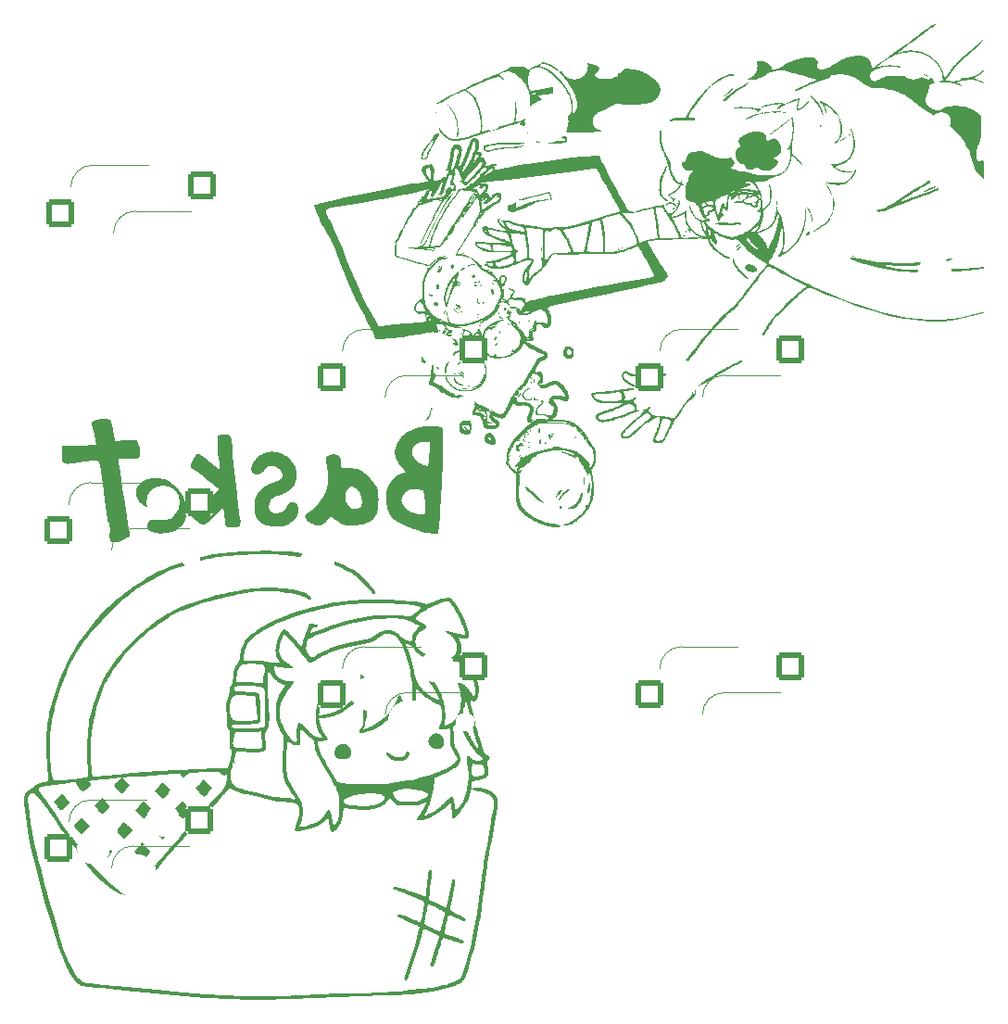
<source format=gbr>
%TF.GenerationSoftware,KiCad,Pcbnew,8.0.4*%
%TF.CreationDate,2024-07-29T15:22:08-07:00*%
%TF.ProjectId,3board_b,33626f61-7264-45f6-922e-6b696361645f,rev?*%
%TF.SameCoordinates,Original*%
%TF.FileFunction,Legend,Bot*%
%TF.FilePolarity,Positive*%
%FSLAX46Y46*%
G04 Gerber Fmt 4.6, Leading zero omitted, Abs format (unit mm)*
G04 Created by KiCad (PCBNEW 8.0.4) date 2024-07-29 15:22:08*
%MOMM*%
%LPD*%
G01*
G04 APERTURE LIST*
G04 Aperture macros list*
%AMRoundRect*
0 Rectangle with rounded corners*
0 $1 Rounding radius*
0 $2 $3 $4 $5 $6 $7 $8 $9 X,Y pos of 4 corners*
0 Add a 4 corners polygon primitive as box body*
4,1,4,$2,$3,$4,$5,$6,$7,$8,$9,$2,$3,0*
0 Add four circle primitives for the rounded corners*
1,1,$1+$1,$2,$3*
1,1,$1+$1,$4,$5*
1,1,$1+$1,$6,$7*
1,1,$1+$1,$8,$9*
0 Add four rect primitives between the rounded corners*
20,1,$1+$1,$2,$3,$4,$5,0*
20,1,$1+$1,$4,$5,$6,$7,0*
20,1,$1+$1,$6,$7,$8,$9,0*
20,1,$1+$1,$8,$9,$2,$3,0*%
G04 Aperture macros list end*
%ADD10C,0.000000*%
%ADD11C,0.079374*%
%ADD12C,0.120000*%
%ADD13C,1.750000*%
%ADD14C,3.050000*%
%ADD15C,4.000000*%
%ADD16RoundRect,0.250000X-1.025000X-1.000000X1.025000X-1.000000X1.025000X1.000000X-1.025000X1.000000X0*%
%ADD17C,2.500000*%
%ADD18C,3.200000*%
G04 APERTURE END LIST*
D10*
G36*
X157123844Y-28039480D02*
G01*
X157080901Y-28513404D01*
X157271431Y-28255125D01*
X157333073Y-28165888D01*
X157360654Y-28121264D01*
X157386071Y-28076526D01*
X157409321Y-28031589D01*
X157430401Y-27986370D01*
X157449308Y-27940786D01*
X157466039Y-27894752D01*
X157480592Y-27848185D01*
X157492962Y-27801002D01*
X157503148Y-27753119D01*
X157511146Y-27704451D01*
X157516953Y-27654917D01*
X157520567Y-27604431D01*
X157521984Y-27552911D01*
X157521201Y-27500272D01*
X157518216Y-27446431D01*
X157513025Y-27391305D01*
X157505625Y-27334809D01*
X157496014Y-27276861D01*
X157470145Y-27156271D01*
X157435394Y-27028866D01*
X157391738Y-26893977D01*
X157339151Y-26750936D01*
X157277612Y-26599072D01*
X157207095Y-26437717D01*
X157163813Y-26344897D01*
X157117601Y-26251819D01*
X157068555Y-26158627D01*
X157016776Y-26065465D01*
X156962364Y-25972477D01*
X156905415Y-25879805D01*
X156846032Y-25787594D01*
X156784311Y-25695988D01*
X156720352Y-25605130D01*
X156654256Y-25515164D01*
X156586119Y-25426233D01*
X156516043Y-25338482D01*
X156444126Y-25252054D01*
X156370466Y-25167093D01*
X156295164Y-25083742D01*
X156218318Y-25002146D01*
X156118331Y-24896445D01*
X156077181Y-24851217D01*
X156041671Y-24810563D01*
X156011608Y-24774103D01*
X155986800Y-24741455D01*
X155967056Y-24712240D01*
X155952181Y-24686076D01*
X155946511Y-24674019D01*
X155941986Y-24662582D01*
X155938582Y-24651718D01*
X155936276Y-24641379D01*
X155935043Y-24631517D01*
X155934860Y-24622085D01*
X155935703Y-24613035D01*
X155937546Y-24604320D01*
X155940368Y-24595892D01*
X155944142Y-24587703D01*
X155948846Y-24579706D01*
X155954455Y-24571853D01*
X155968293Y-24556390D01*
X155985463Y-24540934D01*
X155997946Y-24531100D01*
X156011150Y-24521689D01*
X156024960Y-24512743D01*
X156039262Y-24504304D01*
X156053942Y-24496415D01*
X156068887Y-24489117D01*
X156083981Y-24482453D01*
X156099112Y-24476466D01*
X156114165Y-24471197D01*
X156129026Y-24466690D01*
X156143581Y-24462985D01*
X156157716Y-24460126D01*
X156171317Y-24458155D01*
X156184270Y-24457115D01*
X156196461Y-24457046D01*
X156207776Y-24457993D01*
X156272234Y-24465667D01*
X156332833Y-24470668D01*
X156389696Y-24472951D01*
X156442947Y-24472475D01*
X156492709Y-24469195D01*
X156539105Y-24463070D01*
X156582260Y-24454056D01*
X156622295Y-24442110D01*
X156659335Y-24427189D01*
X156693502Y-24409250D01*
X156724921Y-24388250D01*
X156753715Y-24364147D01*
X156780006Y-24336897D01*
X156803919Y-24306457D01*
X156825576Y-24272784D01*
X156845102Y-24235836D01*
X156868334Y-24192766D01*
X156895773Y-24151540D01*
X156927275Y-24112182D01*
X156962696Y-24074717D01*
X157001892Y-24039167D01*
X157044720Y-24005555D01*
X157091037Y-23973907D01*
X157140698Y-23944244D01*
X157193560Y-23916590D01*
X157249479Y-23890970D01*
X157308312Y-23867407D01*
X157369915Y-23845923D01*
X157434144Y-23826543D01*
X157500857Y-23809291D01*
X157569908Y-23794189D01*
X157641155Y-23781262D01*
X157714454Y-23770533D01*
X157789661Y-23762025D01*
X157945225Y-23751767D01*
X158106699Y-23750678D01*
X158272933Y-23758945D01*
X158442778Y-23776757D01*
X158615086Y-23804302D01*
X158701804Y-23821783D01*
X158788706Y-23841769D01*
X158875649Y-23864282D01*
X158962490Y-23889346D01*
X159079587Y-23926531D01*
X159182831Y-23963019D01*
X159272416Y-23999272D01*
X159312145Y-24017455D01*
X159348532Y-24035755D01*
X159381599Y-24054227D01*
X159411370Y-24072932D01*
X159437870Y-24091926D01*
X159461123Y-24111267D01*
X159481152Y-24131014D01*
X159497982Y-24151225D01*
X159511635Y-24171958D01*
X159522138Y-24193270D01*
X159529512Y-24215220D01*
X159533782Y-24237866D01*
X159534973Y-24261266D01*
X159533108Y-24285477D01*
X159528211Y-24310559D01*
X159520305Y-24336568D01*
X159509416Y-24363563D01*
X159495566Y-24391602D01*
X159478780Y-24420743D01*
X159459082Y-24451044D01*
X159436495Y-24482564D01*
X159411045Y-24515359D01*
X159351645Y-24585010D01*
X159281075Y-24660461D01*
X159034426Y-24914864D01*
X159254875Y-25059352D01*
X159288356Y-25079739D01*
X159324651Y-25098936D01*
X159405020Y-25133747D01*
X159494670Y-25163751D01*
X159592283Y-25188915D01*
X159696545Y-25209206D01*
X159806141Y-25224589D01*
X159919755Y-25235032D01*
X160036072Y-25240502D01*
X160153777Y-25240965D01*
X160271555Y-25236387D01*
X160388090Y-25226736D01*
X160502067Y-25211978D01*
X160612171Y-25192079D01*
X160717087Y-25167008D01*
X160815499Y-25136729D01*
X160906093Y-25101210D01*
X160946223Y-25082856D01*
X160984614Y-25064093D01*
X161021149Y-25045014D01*
X161055711Y-25025711D01*
X161088182Y-25006278D01*
X161118446Y-24986807D01*
X161146383Y-24967389D01*
X161171879Y-24948119D01*
X161194814Y-24929089D01*
X161215072Y-24910391D01*
X161232535Y-24892119D01*
X161247086Y-24874364D01*
X161258608Y-24857219D01*
X161266983Y-24840778D01*
X161272094Y-24825132D01*
X161273389Y-24817636D01*
X161273824Y-24810374D01*
X161274178Y-24797534D01*
X161275216Y-24785483D01*
X161276903Y-24774265D01*
X161279205Y-24763925D01*
X161282087Y-24754505D01*
X161285512Y-24746052D01*
X161287419Y-24742201D01*
X161289448Y-24738608D01*
X161291596Y-24735278D01*
X161293858Y-24732218D01*
X161296231Y-24729432D01*
X161298708Y-24726926D01*
X161301287Y-24724705D01*
X161303963Y-24722776D01*
X161306731Y-24721143D01*
X161309588Y-24719812D01*
X161312528Y-24718789D01*
X161315547Y-24718079D01*
X161318641Y-24717688D01*
X161321807Y-24717620D01*
X161325038Y-24717883D01*
X161328331Y-24718480D01*
X161331682Y-24719419D01*
X161335085Y-24720703D01*
X161338538Y-24722340D01*
X161342035Y-24724333D01*
X161345819Y-24726173D01*
X161350122Y-24727352D01*
X161354927Y-24727883D01*
X161360214Y-24727781D01*
X161365966Y-24727057D01*
X161372164Y-24725725D01*
X161378789Y-24723798D01*
X161385823Y-24721289D01*
X161393248Y-24718211D01*
X161401045Y-24714577D01*
X161417682Y-24705694D01*
X161435587Y-24694745D01*
X161454613Y-24681834D01*
X161474611Y-24667066D01*
X161495435Y-24650545D01*
X161516937Y-24632375D01*
X161538970Y-24612663D01*
X161561386Y-24591511D01*
X161584038Y-24569026D01*
X161606779Y-24545310D01*
X161629460Y-24520470D01*
X161668117Y-24477282D01*
X161702885Y-24439557D01*
X161719183Y-24422655D01*
X161734954Y-24407014D01*
X161750347Y-24392599D01*
X161765511Y-24379375D01*
X161780595Y-24367308D01*
X161795746Y-24356361D01*
X161811114Y-24346502D01*
X161826846Y-24337694D01*
X161843093Y-24329903D01*
X161860001Y-24323094D01*
X161877720Y-24317232D01*
X161896399Y-24312282D01*
X161916185Y-24308210D01*
X161937227Y-24304980D01*
X161959675Y-24302557D01*
X161983675Y-24300908D01*
X162009378Y-24299996D01*
X162036932Y-24299788D01*
X162066484Y-24300247D01*
X162098184Y-24301340D01*
X162168622Y-24305286D01*
X162249433Y-24311347D01*
X162446930Y-24328699D01*
X162583933Y-24343413D01*
X162718862Y-24362546D01*
X162851750Y-24386111D01*
X162982631Y-24414120D01*
X163111538Y-24446586D01*
X163238506Y-24483523D01*
X163363566Y-24524944D01*
X163486753Y-24570863D01*
X163608100Y-24621291D01*
X163727641Y-24676242D01*
X163845409Y-24735730D01*
X163961438Y-24799767D01*
X164075760Y-24868367D01*
X164188410Y-24941543D01*
X164299420Y-25019308D01*
X164408825Y-25101674D01*
X164506941Y-25181076D01*
X164597790Y-25260620D01*
X164681346Y-25340260D01*
X164757585Y-25419948D01*
X164826480Y-25499638D01*
X164888006Y-25579284D01*
X164942138Y-25658838D01*
X164988849Y-25738253D01*
X165028115Y-25817484D01*
X165044948Y-25857015D01*
X165059910Y-25896483D01*
X165072997Y-25935881D01*
X165084207Y-25975203D01*
X165093537Y-26014444D01*
X165100982Y-26053598D01*
X165106541Y-26092660D01*
X165110210Y-26131622D01*
X165111985Y-26170479D01*
X165111864Y-26209226D01*
X165109842Y-26247857D01*
X165105918Y-26286366D01*
X165100088Y-26324746D01*
X165092349Y-26362993D01*
X165070645Y-26448559D01*
X165045238Y-26530706D01*
X165016048Y-26609467D01*
X164982996Y-26684874D01*
X164946003Y-26756959D01*
X164904988Y-26825757D01*
X164859872Y-26891299D01*
X164810576Y-26953618D01*
X164757019Y-27012748D01*
X164699122Y-27068720D01*
X164636805Y-27121568D01*
X164569989Y-27171325D01*
X164498595Y-27218023D01*
X164422541Y-27261695D01*
X164341750Y-27302374D01*
X164256140Y-27340092D01*
X164165633Y-27374883D01*
X164070149Y-27406779D01*
X163969608Y-27435813D01*
X163863931Y-27462018D01*
X163753038Y-27485426D01*
X163636849Y-27506070D01*
X163515284Y-27523984D01*
X163388265Y-27539200D01*
X163255711Y-27551750D01*
X163117542Y-27561667D01*
X162973680Y-27568985D01*
X162824044Y-27573736D01*
X162507133Y-27575668D01*
X162166172Y-27567726D01*
X161034457Y-27526642D01*
X160380235Y-27843212D01*
X160110557Y-27972405D01*
X159859901Y-28090237D01*
X159656246Y-28183698D01*
X159527572Y-28239778D01*
X159493459Y-28253700D01*
X159464226Y-28266240D01*
X159440113Y-28277743D01*
X159430052Y-28283214D01*
X159421361Y-28288555D01*
X159414069Y-28293809D01*
X159408208Y-28299020D01*
X159403808Y-28304230D01*
X159400897Y-28309484D01*
X159399506Y-28314823D01*
X159399391Y-28317538D01*
X159399666Y-28320291D01*
X159401406Y-28325932D01*
X159404756Y-28331788D01*
X159409746Y-28337903D01*
X159416406Y-28344319D01*
X159424767Y-28351080D01*
X159434857Y-28358229D01*
X159446708Y-28365810D01*
X159460350Y-28373865D01*
X159493123Y-28391570D01*
X159533417Y-28411691D01*
X159581472Y-28434571D01*
X159701827Y-28489995D01*
X159778180Y-28524181D01*
X159852292Y-28556077D01*
X159922336Y-28584985D01*
X159986482Y-28610204D01*
X160042904Y-28631036D01*
X160089772Y-28646782D01*
X160125258Y-28656742D01*
X160138162Y-28659334D01*
X160147535Y-28660217D01*
X160151552Y-28660433D01*
X160156059Y-28661071D01*
X160166472Y-28663574D01*
X160178630Y-28667644D01*
X160192389Y-28673195D01*
X160207604Y-28680143D01*
X160224130Y-28688405D01*
X160241823Y-28697895D01*
X160260538Y-28708530D01*
X160280130Y-28720226D01*
X160300455Y-28732897D01*
X160321367Y-28746460D01*
X160342723Y-28760831D01*
X160364378Y-28775925D01*
X160386187Y-28791658D01*
X160408006Y-28807945D01*
X160429689Y-28824703D01*
X160463600Y-28852959D01*
X160494465Y-28881943D01*
X160522301Y-28911607D01*
X160547123Y-28941905D01*
X160568948Y-28972790D01*
X160587791Y-29004213D01*
X160603668Y-29036128D01*
X160616595Y-29068487D01*
X160626588Y-29101243D01*
X160633663Y-29134350D01*
X160637835Y-29167758D01*
X160639121Y-29201422D01*
X160637537Y-29235294D01*
X160633099Y-29269327D01*
X160625821Y-29303473D01*
X160615721Y-29337685D01*
X160602814Y-29371916D01*
X160587116Y-29406118D01*
X160568643Y-29440245D01*
X160547411Y-29474249D01*
X160523435Y-29508082D01*
X160496733Y-29541698D01*
X160467318Y-29575049D01*
X160435209Y-29608089D01*
X160400419Y-29640768D01*
X160362966Y-29673041D01*
X160322865Y-29704860D01*
X160280132Y-29736178D01*
X160234783Y-29766948D01*
X160186834Y-29797121D01*
X160136300Y-29826652D01*
X160083199Y-29855492D01*
X159953423Y-29911453D01*
X159790670Y-29961993D01*
X159599022Y-30006946D01*
X159382559Y-30046146D01*
X159145361Y-30079428D01*
X158891511Y-30106627D01*
X158625089Y-30127576D01*
X158350175Y-30142110D01*
X158070852Y-30150064D01*
X157791199Y-30151272D01*
X157515297Y-30145568D01*
X157247229Y-30132786D01*
X156991074Y-30112762D01*
X156750913Y-30085330D01*
X156530828Y-30050323D01*
X156334899Y-30007577D01*
X156202738Y-29976084D01*
X156062020Y-29946707D01*
X155917075Y-29920089D01*
X155772230Y-29896871D01*
X155631811Y-29877696D01*
X155500147Y-29863205D01*
X155381565Y-29854040D01*
X155280393Y-29850842D01*
X155211490Y-29851230D01*
X155149024Y-29852538D01*
X155092380Y-29854983D01*
X155040945Y-29858782D01*
X154994103Y-29864153D01*
X154951241Y-29871311D01*
X154911743Y-29880474D01*
X154874997Y-29891859D01*
X154840386Y-29905683D01*
X154807298Y-29922163D01*
X154775117Y-29941516D01*
X154743229Y-29963959D01*
X154711020Y-29989709D01*
X154677875Y-30018982D01*
X154643181Y-30051996D01*
X154606322Y-30088968D01*
X154560799Y-30134292D01*
X154538925Y-30154909D01*
X154517431Y-30174195D01*
X154496159Y-30192176D01*
X154474950Y-30208877D01*
X154453647Y-30224322D01*
X154432090Y-30238538D01*
X154410123Y-30251549D01*
X154387586Y-30263381D01*
X154364321Y-30274058D01*
X154340170Y-30283606D01*
X154314975Y-30292049D01*
X154288577Y-30299413D01*
X154260818Y-30305724D01*
X154231540Y-30311005D01*
X154200585Y-30315283D01*
X154167794Y-30318582D01*
X154133009Y-30320928D01*
X154096071Y-30322345D01*
X154056823Y-30322859D01*
X154015106Y-30322495D01*
X153970762Y-30321278D01*
X153923632Y-30319233D01*
X153820383Y-30312761D01*
X153704093Y-30303278D01*
X153573495Y-30290987D01*
X153427324Y-30276088D01*
X153266628Y-30258764D01*
X153201574Y-30250748D01*
X153145771Y-30242563D01*
X153098510Y-30233760D01*
X153059080Y-30223891D01*
X153026772Y-30212506D01*
X153013068Y-30206104D01*
X153000878Y-30199156D01*
X152990114Y-30191604D01*
X152980686Y-30183392D01*
X152972508Y-30174465D01*
X152965489Y-30164765D01*
X152959541Y-30154238D01*
X152954576Y-30142827D01*
X152950505Y-30130475D01*
X152947238Y-30117127D01*
X152942766Y-30087217D01*
X152940450Y-30052647D01*
X152939449Y-29967735D01*
X152938833Y-29940331D01*
X152937028Y-29911382D01*
X152934093Y-29881136D01*
X152930089Y-29849840D01*
X152925078Y-29817745D01*
X152919120Y-29785098D01*
X152912276Y-29752148D01*
X152904607Y-29719143D01*
X152896173Y-29686332D01*
X152887036Y-29653963D01*
X152877257Y-29622286D01*
X152866896Y-29591547D01*
X152856014Y-29561997D01*
X152844672Y-29533883D01*
X152832931Y-29507454D01*
X152820851Y-29482958D01*
X152806172Y-29455339D01*
X152792497Y-29430706D01*
X152779817Y-29409053D01*
X152768125Y-29390375D01*
X152757412Y-29374664D01*
X152747670Y-29361916D01*
X152738890Y-29352123D01*
X152734858Y-29348333D01*
X152731064Y-29345279D01*
X152727506Y-29342962D01*
X152724183Y-29341380D01*
X152721095Y-29340532D01*
X152718240Y-29340417D01*
X152715616Y-29341036D01*
X152713225Y-29342386D01*
X152711063Y-29344468D01*
X152709130Y-29347280D01*
X152707425Y-29350822D01*
X152705947Y-29355094D01*
X152704695Y-29360093D01*
X152703668Y-29365820D01*
X152702284Y-29379453D01*
X152701787Y-29395986D01*
X152701623Y-29406291D01*
X152701193Y-29416042D01*
X152700482Y-29425246D01*
X152699472Y-29433909D01*
X152698148Y-29442039D01*
X152696493Y-29449642D01*
X152694489Y-29456724D01*
X152692122Y-29463293D01*
X152689373Y-29469354D01*
X152686227Y-29474915D01*
X152682668Y-29479981D01*
X152678678Y-29484561D01*
X152674241Y-29488660D01*
X152669340Y-29492285D01*
X152663960Y-29495442D01*
X152658083Y-29498139D01*
X152651693Y-29500381D01*
X152644773Y-29502176D01*
X152637307Y-29503531D01*
X152629279Y-29504451D01*
X152620671Y-29504943D01*
X152611468Y-29505015D01*
X152601653Y-29504673D01*
X152591209Y-29503922D01*
X152580120Y-29502771D01*
X152568369Y-29501226D01*
X152555939Y-29499292D01*
X152542815Y-29496978D01*
X152514416Y-29491232D01*
X152483040Y-29484042D01*
X152435736Y-29472227D01*
X152393081Y-29460593D01*
X152355076Y-29449142D01*
X152321722Y-29437875D01*
X152293019Y-29426792D01*
X152268970Y-29415896D01*
X152249574Y-29405186D01*
X152234834Y-29394664D01*
X152229209Y-29389474D01*
X152224749Y-29384332D01*
X152221453Y-29379237D01*
X152219321Y-29374189D01*
X152218354Y-29369190D01*
X152218551Y-29364238D01*
X152219913Y-29359334D01*
X152222440Y-29354479D01*
X152226132Y-29349672D01*
X152230989Y-29344913D01*
X152237011Y-29340203D01*
X152244198Y-29335542D01*
X152262070Y-29326366D01*
X152284604Y-29317386D01*
X152289690Y-29315462D01*
X152294711Y-29313350D01*
X152304535Y-29308588D01*
X152314025Y-29303163D01*
X152323129Y-29297133D01*
X152331797Y-29290559D01*
X152339979Y-29283502D01*
X152347623Y-29276021D01*
X152354678Y-29268177D01*
X152361094Y-29260030D01*
X152366819Y-29251639D01*
X152371803Y-29243066D01*
X152375995Y-29234370D01*
X152377778Y-29229995D01*
X152379344Y-29225612D01*
X152380687Y-29221228D01*
X152381799Y-29216851D01*
X152382676Y-29212489D01*
X152383310Y-29208148D01*
X152383695Y-29203838D01*
X152383824Y-29199564D01*
X152383733Y-29194437D01*
X152383457Y-29189640D01*
X152382997Y-29185171D01*
X152382350Y-29181031D01*
X152381517Y-29177219D01*
X152380495Y-29173737D01*
X152379284Y-29170583D01*
X152377884Y-29167758D01*
X152376292Y-29165261D01*
X152374508Y-29163094D01*
X152372531Y-29161255D01*
X152370360Y-29159745D01*
X152367994Y-29158564D01*
X152365432Y-29157712D01*
X152362672Y-29157189D01*
X152359714Y-29156994D01*
X152356558Y-29157129D01*
X152353200Y-29157593D01*
X152349642Y-29158385D01*
X152345881Y-29159507D01*
X152341917Y-29160958D01*
X152337749Y-29162737D01*
X152333375Y-29164846D01*
X152328795Y-29167284D01*
X152324008Y-29170051D01*
X152319012Y-29173147D01*
X152313807Y-29176572D01*
X152308391Y-29180326D01*
X152302764Y-29184409D01*
X152296925Y-29188822D01*
X152290872Y-29193564D01*
X152284604Y-29198635D01*
X152269761Y-29208246D01*
X152246041Y-29220158D01*
X152213965Y-29234201D01*
X152174051Y-29250203D01*
X152072785Y-29287399D01*
X151946392Y-29330378D01*
X151799023Y-29377769D01*
X151634830Y-29428203D01*
X151457962Y-29480311D01*
X151272571Y-29532724D01*
X150670675Y-29701486D01*
X150135478Y-29859437D01*
X149484219Y-30062120D01*
X148534137Y-30365075D01*
X148148780Y-30485289D01*
X147744982Y-30605915D01*
X147370668Y-30712936D01*
X147073761Y-30792336D01*
X147073761Y-30792179D01*
X146952165Y-30821064D01*
X146836595Y-30844935D01*
X146726614Y-30863740D01*
X146621779Y-30877429D01*
X146521652Y-30885952D01*
X146425793Y-30889259D01*
X146333762Y-30887297D01*
X146245120Y-30880018D01*
X146159425Y-30867371D01*
X146076239Y-30849304D01*
X145995121Y-30825769D01*
X145915633Y-30796713D01*
X145837333Y-30762087D01*
X145759782Y-30721840D01*
X145682540Y-30675921D01*
X145605168Y-30624281D01*
X145477471Y-30529521D01*
X145417328Y-30480885D01*
X145359603Y-30431296D01*
X145304257Y-30380667D01*
X145251252Y-30328910D01*
X145200549Y-30275939D01*
X145152108Y-30221668D01*
X145105891Y-30166009D01*
X145061859Y-30108875D01*
X145019973Y-30050180D01*
X144980194Y-29989837D01*
X144942483Y-29927758D01*
X144906802Y-29863858D01*
X144873112Y-29798048D01*
X144841373Y-29730242D01*
X144811547Y-29660354D01*
X144783595Y-29588296D01*
X144757478Y-29513982D01*
X144733157Y-29437325D01*
X144710593Y-29358237D01*
X144689747Y-29276632D01*
X144653056Y-29105523D01*
X144622772Y-28923303D01*
X144598583Y-28729277D01*
X144580179Y-28522751D01*
X144567249Y-28303028D01*
X144549664Y-27901615D01*
X144546388Y-27796143D01*
X144547298Y-27751853D01*
X144548224Y-27750137D01*
X144549441Y-27752109D01*
X144552775Y-27767012D01*
X144563200Y-27839890D01*
X144600423Y-28151874D01*
X144628840Y-28371911D01*
X144661509Y-28580448D01*
X144698588Y-28777838D01*
X144740235Y-28964429D01*
X144786608Y-29140574D01*
X144837865Y-29306622D01*
X144894164Y-29462925D01*
X144955664Y-29609832D01*
X145022522Y-29747695D01*
X145094897Y-29876864D01*
X145172947Y-29997689D01*
X145256829Y-30110522D01*
X145346702Y-30215713D01*
X145442724Y-30313613D01*
X145545053Y-30404572D01*
X145653847Y-30488941D01*
X145709269Y-30528673D01*
X145759812Y-30563682D01*
X145806549Y-30594213D01*
X145850549Y-30620513D01*
X145892884Y-30642826D01*
X145913762Y-30652564D01*
X145934626Y-30661397D01*
X145955609Y-30669356D01*
X145976845Y-30676472D01*
X145998468Y-30682775D01*
X146020612Y-30688296D01*
X146043411Y-30693066D01*
X146066999Y-30697114D01*
X146091510Y-30700473D01*
X146117077Y-30703172D01*
X146171917Y-30706715D01*
X146232589Y-30707988D01*
X146300166Y-30707236D01*
X146375718Y-30704705D01*
X146460317Y-30700639D01*
X146555033Y-30695285D01*
X146622613Y-30690358D01*
X146693641Y-30683394D01*
X146844838Y-30663609D01*
X147006235Y-30636445D01*
X147175440Y-30602419D01*
X147350064Y-30562047D01*
X147527717Y-30515845D01*
X147706008Y-30464329D01*
X147882547Y-30408015D01*
X148640178Y-30154232D01*
X148694748Y-29757978D01*
X148712471Y-29577710D01*
X148717999Y-29387283D01*
X148711888Y-29188627D01*
X148694691Y-28983672D01*
X148666965Y-28774349D01*
X148629263Y-28562586D01*
X148582140Y-28350314D01*
X148526151Y-28139462D01*
X148461852Y-27931961D01*
X148389796Y-27729740D01*
X148310539Y-27534730D01*
X148224636Y-27348859D01*
X148132640Y-27174058D01*
X148035108Y-27012257D01*
X147932594Y-26865385D01*
X147825652Y-26735372D01*
X147784977Y-26691524D01*
X147744777Y-26650618D01*
X147706094Y-26613548D01*
X147687647Y-26596732D01*
X147669969Y-26581211D01*
X147653190Y-26567097D01*
X147637442Y-26554502D01*
X147622854Y-26543537D01*
X147609555Y-26534315D01*
X147597678Y-26526947D01*
X147587350Y-26521546D01*
X147578703Y-26518223D01*
X147575051Y-26517376D01*
X147571868Y-26517091D01*
X147568748Y-26516916D01*
X147565285Y-26516397D01*
X147557381Y-26514360D01*
X147548262Y-26511049D01*
X147538031Y-26506532D01*
X147526796Y-26500879D01*
X147514660Y-26494158D01*
X147501729Y-26486437D01*
X147488108Y-26477785D01*
X147473902Y-26468271D01*
X147459216Y-26457964D01*
X147444157Y-26446932D01*
X147428827Y-26435243D01*
X147413334Y-26422967D01*
X147397782Y-26410172D01*
X147382276Y-26396927D01*
X147366922Y-26383300D01*
X147354032Y-26371849D01*
X147341503Y-26361274D01*
X147329185Y-26351620D01*
X147316927Y-26342932D01*
X147304575Y-26335254D01*
X147291980Y-26328631D01*
X147278989Y-26323108D01*
X147265450Y-26318728D01*
X147251213Y-26315537D01*
X147236125Y-26313580D01*
X147220034Y-26312900D01*
X147202790Y-26313542D01*
X147184241Y-26315552D01*
X147164235Y-26318972D01*
X147142620Y-26323850D01*
X147119246Y-26330227D01*
X147093959Y-26338150D01*
X147066610Y-26347663D01*
X147037045Y-26358810D01*
X147005114Y-26371636D01*
X146970665Y-26386186D01*
X146933546Y-26402504D01*
X146893606Y-26420635D01*
X146850693Y-26440623D01*
X146755342Y-26486349D01*
X146646281Y-26540040D01*
X146522297Y-26602051D01*
X146382176Y-26672740D01*
X146036939Y-26850850D01*
X145715590Y-27022932D01*
X145454024Y-27169366D01*
X145356877Y-27226834D01*
X145288135Y-27270533D01*
X145232387Y-27306702D01*
X145175024Y-27340816D01*
X145116765Y-27372657D01*
X145058330Y-27402004D01*
X145000437Y-27428636D01*
X144943805Y-27452334D01*
X144889154Y-27472878D01*
X144837203Y-27490047D01*
X144788670Y-27503622D01*
X144744276Y-27513383D01*
X144704738Y-27519108D01*
X144670776Y-27520579D01*
X144643110Y-27517575D01*
X144631862Y-27514326D01*
X144622458Y-27509876D01*
X144614987Y-27504197D01*
X144609540Y-27497262D01*
X144606205Y-27489043D01*
X144605074Y-27479513D01*
X144644705Y-27445498D01*
X144757659Y-27376613D01*
X145167912Y-27152093D01*
X145764575Y-26841673D01*
X146476392Y-26481073D01*
X146948904Y-26246566D01*
X147385988Y-26246566D01*
X147616207Y-26382527D01*
X147640675Y-26397587D01*
X147666453Y-26414596D01*
X147693323Y-26433364D01*
X147721066Y-26453702D01*
X147749465Y-26475422D01*
X147778299Y-26498335D01*
X147836401Y-26546983D01*
X147893625Y-26598135D01*
X147921361Y-26624177D01*
X147948222Y-26650278D01*
X147973989Y-26676250D01*
X147998443Y-26701903D01*
X148021366Y-26727048D01*
X148042540Y-26751496D01*
X148062837Y-26774955D01*
X148083188Y-26797194D01*
X148103460Y-26818124D01*
X148123522Y-26837653D01*
X148143243Y-26855689D01*
X148162490Y-26872141D01*
X148181131Y-26886918D01*
X148199034Y-26899929D01*
X148216068Y-26911082D01*
X148232101Y-26920286D01*
X148247001Y-26927450D01*
X148260635Y-26932482D01*
X148266937Y-26934171D01*
X148272873Y-26935292D01*
X148278427Y-26935834D01*
X148283582Y-26935787D01*
X148288322Y-26935138D01*
X148292630Y-26933877D01*
X148296490Y-26931991D01*
X148299886Y-26929470D01*
X148302953Y-26926771D01*
X148305837Y-26924358D01*
X148308538Y-26922227D01*
X148311054Y-26920377D01*
X148313387Y-26918805D01*
X148315535Y-26917507D01*
X148317498Y-26916481D01*
X148319276Y-26915725D01*
X148320869Y-26915235D01*
X148322276Y-26915009D01*
X148323496Y-26915045D01*
X148324036Y-26915159D01*
X148324529Y-26915339D01*
X148324976Y-26915582D01*
X148325376Y-26915888D01*
X148325729Y-26916258D01*
X148326036Y-26916691D01*
X148326507Y-26917744D01*
X148326791Y-26919045D01*
X148326886Y-26920591D01*
X148326792Y-26922379D01*
X148326510Y-26924406D01*
X148326038Y-26926671D01*
X148325376Y-26929169D01*
X148324524Y-26931899D01*
X148323481Y-26934858D01*
X148322248Y-26938042D01*
X148320823Y-26941450D01*
X148319207Y-26945078D01*
X148317398Y-26948924D01*
X148315398Y-26952986D01*
X148313205Y-26957259D01*
X148310819Y-26961743D01*
X148305466Y-26971328D01*
X148302778Y-26976611D01*
X148300449Y-26982456D01*
X148298476Y-26988842D01*
X148296853Y-26995745D01*
X148294642Y-27011019D01*
X148293780Y-27028105D01*
X148294231Y-27046829D01*
X148295959Y-27067017D01*
X148298928Y-27088495D01*
X148303102Y-27111088D01*
X148308444Y-27134625D01*
X148314919Y-27158929D01*
X148322491Y-27183828D01*
X148331124Y-27209147D01*
X148340781Y-27234713D01*
X148351427Y-27260352D01*
X148363025Y-27285890D01*
X148375540Y-27311152D01*
X148439407Y-27443656D01*
X148499741Y-27586598D01*
X148556246Y-27738312D01*
X148608627Y-27897127D01*
X148656589Y-28061375D01*
X148699835Y-28229388D01*
X148738071Y-28399496D01*
X148771000Y-28570032D01*
X148798326Y-28739326D01*
X148819755Y-28905710D01*
X148834990Y-29067515D01*
X148843736Y-29223072D01*
X148845698Y-29370713D01*
X148840578Y-29508770D01*
X148828083Y-29635572D01*
X148807916Y-29749453D01*
X148794850Y-29809047D01*
X148783271Y-29865093D01*
X148773389Y-29916332D01*
X148765412Y-29961507D01*
X148759552Y-29999360D01*
X148756016Y-30028634D01*
X148755014Y-30048070D01*
X148755529Y-30053706D01*
X148756757Y-30056410D01*
X148761833Y-30056464D01*
X148773635Y-30054320D01*
X148816005Y-30043856D01*
X148881033Y-30025855D01*
X148965889Y-30001153D01*
X149067740Y-29970589D01*
X149183755Y-29934997D01*
X149311102Y-29895216D01*
X149446950Y-29852082D01*
X149772883Y-29750668D01*
X150161576Y-29634147D01*
X150564288Y-29516910D01*
X150932283Y-29413349D01*
X151742932Y-29190417D01*
X151802464Y-28826097D01*
X151817179Y-28724902D01*
X151829352Y-28617846D01*
X151839015Y-28505945D01*
X151846198Y-28390215D01*
X151853245Y-28151338D01*
X151850738Y-27909346D01*
X151838922Y-27672371D01*
X151818041Y-27448545D01*
X151804278Y-27344105D01*
X151788341Y-27246002D01*
X151770259Y-27155252D01*
X151750064Y-27072872D01*
X151713150Y-26932465D01*
X151684681Y-26814221D01*
X151674493Y-26767298D01*
X151667471Y-26730580D01*
X151663968Y-26705622D01*
X151663645Y-26698039D01*
X151664334Y-26693979D01*
X151664560Y-26692171D01*
X151664041Y-26689002D01*
X151660840Y-26678729D01*
X151654871Y-26663445D01*
X151646277Y-26643435D01*
X151621774Y-26590375D01*
X151588458Y-26521828D01*
X151547457Y-26440074D01*
X151499899Y-26347391D01*
X151446911Y-26246058D01*
X151389621Y-26138354D01*
X151331960Y-26034955D01*
X151271390Y-25934133D01*
X151208328Y-25836327D01*
X151143189Y-25741977D01*
X151076387Y-25651522D01*
X151008338Y-25565403D01*
X150939457Y-25484058D01*
X150870160Y-25407928D01*
X150800861Y-25337451D01*
X150731976Y-25273068D01*
X150663920Y-25215218D01*
X150597109Y-25164341D01*
X150531957Y-25120877D01*
X150468880Y-25085264D01*
X150408293Y-25057942D01*
X150350612Y-25039352D01*
X150348511Y-25038860D01*
X150346314Y-25038415D01*
X150344021Y-25038016D01*
X150341634Y-25037664D01*
X150339153Y-25037358D01*
X150336578Y-25037098D01*
X150333910Y-25036885D01*
X150331150Y-25036718D01*
X150325355Y-25036521D01*
X150319197Y-25036507D01*
X150312680Y-25036676D01*
X150305811Y-25037026D01*
X150305811Y-25037027D01*
X150243270Y-25045265D01*
X150162276Y-25062993D01*
X150064269Y-25089652D01*
X149950684Y-25124681D01*
X149682537Y-25217616D01*
X149369336Y-25337322D01*
X149022583Y-25479322D01*
X148653781Y-25639141D01*
X148274432Y-25812304D01*
X147896037Y-25994333D01*
X147385988Y-26246566D01*
X146948904Y-26246566D01*
X147232107Y-26106013D01*
X147960463Y-25752213D01*
X148590204Y-25455394D01*
X149050073Y-25251277D01*
X149540696Y-25046226D01*
X149900523Y-24891595D01*
X150125064Y-24790376D01*
X150393866Y-24790376D01*
X150859732Y-25211900D01*
X150949209Y-25296111D01*
X151034692Y-25383254D01*
X151116301Y-25473538D01*
X151194151Y-25567173D01*
X151268361Y-25664365D01*
X151339048Y-25765326D01*
X151406329Y-25870262D01*
X151470322Y-25979384D01*
X151531144Y-26092899D01*
X151588911Y-26211017D01*
X151643743Y-26333947D01*
X151695756Y-26461896D01*
X151745066Y-26595074D01*
X151791793Y-26733689D01*
X151836053Y-26877951D01*
X151877963Y-27028069D01*
X151899915Y-27121236D01*
X151919388Y-27225491D01*
X151936348Y-27339102D01*
X151950764Y-27460335D01*
X151971826Y-27718740D01*
X151982309Y-27986848D01*
X151982084Y-28151338D01*
X151981949Y-28250799D01*
X151977619Y-28376885D01*
X151970480Y-28496734D01*
X151960497Y-28608615D01*
X151947637Y-28710794D01*
X151931868Y-28801539D01*
X151913156Y-28879118D01*
X151902284Y-28917918D01*
X151893137Y-28952724D01*
X151885764Y-28983738D01*
X151880211Y-29011159D01*
X151876526Y-29035190D01*
X151874755Y-29056029D01*
X151874946Y-29073878D01*
X151875791Y-29081744D01*
X151877145Y-29088938D01*
X151879012Y-29095484D01*
X151881399Y-29101408D01*
X151884312Y-29106735D01*
X151887756Y-29111490D01*
X151891738Y-29115698D01*
X151896262Y-29119384D01*
X151901337Y-29122574D01*
X151906966Y-29125291D01*
X151913155Y-29127562D01*
X151919912Y-29129411D01*
X151935149Y-29131945D01*
X151952724Y-29133093D01*
X151972684Y-29133056D01*
X152026394Y-29129201D01*
X152084625Y-29120559D01*
X152146553Y-29107504D01*
X152211354Y-29090408D01*
X152278206Y-29069646D01*
X152346285Y-29045590D01*
X152414767Y-29018616D01*
X152482829Y-28989095D01*
X152549648Y-28957402D01*
X152614400Y-28923910D01*
X152676262Y-28888993D01*
X152734410Y-28853025D01*
X152788022Y-28816378D01*
X152836274Y-28779427D01*
X152878341Y-28742545D01*
X152913402Y-28706105D01*
X152950571Y-28659372D01*
X152985494Y-28607698D01*
X153018167Y-28551338D01*
X153048584Y-28490548D01*
X153102634Y-28356692D01*
X153147603Y-28208170D01*
X153183455Y-28047018D01*
X153210149Y-27875275D01*
X153227647Y-27694978D01*
X153235909Y-27508165D01*
X153234897Y-27316875D01*
X153224573Y-27123144D01*
X153204896Y-26929011D01*
X153175829Y-26736513D01*
X153137332Y-26547689D01*
X153111091Y-26447514D01*
X153267189Y-26447514D01*
X153267269Y-26450598D01*
X153267914Y-26454434D01*
X153269121Y-26459029D01*
X153270886Y-26464393D01*
X153273205Y-26470536D01*
X153279492Y-26485193D01*
X153287954Y-26503073D01*
X153298560Y-26524248D01*
X153311281Y-26548792D01*
X153326090Y-26576778D01*
X153344547Y-26610405D01*
X153362200Y-26640546D01*
X153378998Y-26667168D01*
X153394885Y-26690240D01*
X153409808Y-26709729D01*
X153423715Y-26725604D01*
X153430270Y-26732176D01*
X153436551Y-26737832D01*
X153442551Y-26742568D01*
X153448263Y-26746381D01*
X153453680Y-26749265D01*
X153458797Y-26751218D01*
X153463606Y-26752236D01*
X153468100Y-26752313D01*
X153472274Y-26751447D01*
X153476119Y-26749633D01*
X153479630Y-26746867D01*
X153482800Y-26743145D01*
X153485622Y-26738463D01*
X153488089Y-26732817D01*
X153490195Y-26726204D01*
X153491933Y-26718618D01*
X153493297Y-26710057D01*
X153494279Y-26700516D01*
X153495073Y-26678477D01*
X153495246Y-26674604D01*
X153495758Y-26670911D01*
X153496602Y-26667400D01*
X153497769Y-26664072D01*
X153499250Y-26660930D01*
X153501037Y-26657975D01*
X153503122Y-26655208D01*
X153505496Y-26652631D01*
X153508150Y-26650247D01*
X153511076Y-26648056D01*
X153514266Y-26646061D01*
X153517711Y-26644263D01*
X153521403Y-26642664D01*
X153525333Y-26641265D01*
X153529493Y-26640068D01*
X153533874Y-26639075D01*
X153538468Y-26638287D01*
X153543266Y-26637707D01*
X153548260Y-26637335D01*
X153553441Y-26637174D01*
X153558802Y-26637225D01*
X153564333Y-26637490D01*
X153570026Y-26637971D01*
X153575872Y-26638669D01*
X153581864Y-26639586D01*
X153587992Y-26640724D01*
X153594248Y-26642084D01*
X153600624Y-26643668D01*
X153607112Y-26645477D01*
X153613702Y-26647514D01*
X153620386Y-26649780D01*
X153627156Y-26652277D01*
X153642264Y-26657793D01*
X153656064Y-26662255D01*
X153668546Y-26665666D01*
X153679700Y-26668033D01*
X153689515Y-26669360D01*
X153693917Y-26669635D01*
X153697980Y-26669652D01*
X153701704Y-26669412D01*
X153705085Y-26668915D01*
X153708124Y-26668161D01*
X153710819Y-26667153D01*
X153713169Y-26665889D01*
X153715172Y-26664371D01*
X153716827Y-26662600D01*
X153718133Y-26660575D01*
X153719088Y-26658298D01*
X153719691Y-26655770D01*
X153719940Y-26652990D01*
X153719835Y-26649960D01*
X153719374Y-26646679D01*
X153718556Y-26643150D01*
X153717379Y-26639372D01*
X153715843Y-26635346D01*
X153711684Y-26626553D01*
X153706070Y-26616776D01*
X153703474Y-26612311D01*
X153701168Y-26607799D01*
X153699150Y-26603248D01*
X153697418Y-26598667D01*
X153695968Y-26594062D01*
X153694797Y-26589443D01*
X153693902Y-26584818D01*
X153693280Y-26580193D01*
X153692929Y-26575578D01*
X153692845Y-26570981D01*
X153693025Y-26566409D01*
X153693466Y-26561871D01*
X153694166Y-26557374D01*
X153695121Y-26552927D01*
X153696328Y-26548539D01*
X153697785Y-26544215D01*
X153699488Y-26539966D01*
X153701435Y-26535799D01*
X153703622Y-26531722D01*
X153706046Y-26527743D01*
X153708705Y-26523870D01*
X153711596Y-26520112D01*
X153714715Y-26516475D01*
X153718060Y-26512969D01*
X153721627Y-26509602D01*
X153725414Y-26506381D01*
X153729417Y-26503314D01*
X153733634Y-26500410D01*
X153738062Y-26497677D01*
X153742697Y-26495123D01*
X153747537Y-26492755D01*
X153752579Y-26490582D01*
X153758170Y-26488261D01*
X153763321Y-26485985D01*
X153768035Y-26483754D01*
X153772311Y-26481569D01*
X153776150Y-26479433D01*
X153779554Y-26477345D01*
X153782523Y-26475308D01*
X153785058Y-26473322D01*
X153787160Y-26471388D01*
X153788830Y-26469508D01*
X153790069Y-26467683D01*
X153790877Y-26465914D01*
X153791256Y-26464202D01*
X153791206Y-26462548D01*
X153790728Y-26460954D01*
X153789823Y-26459420D01*
X153788492Y-26457948D01*
X153786737Y-26456539D01*
X153784556Y-26455194D01*
X153781953Y-26453914D01*
X153778927Y-26452701D01*
X153775479Y-26451555D01*
X153771611Y-26450479D01*
X153767322Y-26449472D01*
X153762615Y-26448536D01*
X153757489Y-26447672D01*
X153751946Y-26446882D01*
X153745987Y-26446166D01*
X153732823Y-26444964D01*
X153718004Y-26444073D01*
X153704065Y-26443866D01*
X153689995Y-26444510D01*
X153675889Y-26445966D01*
X153661842Y-26448196D01*
X153647949Y-26451160D01*
X153634305Y-26454818D01*
X153621005Y-26459132D01*
X153608143Y-26464061D01*
X153595815Y-26469568D01*
X153584116Y-26475612D01*
X153573140Y-26482154D01*
X153562982Y-26489156D01*
X153553738Y-26496577D01*
X153545502Y-26504379D01*
X153538370Y-26512522D01*
X153532436Y-26520968D01*
X153529126Y-26526029D01*
X153525679Y-26530724D01*
X153522094Y-26535054D01*
X153518369Y-26539017D01*
X153514506Y-26542614D01*
X153510503Y-26545845D01*
X153506359Y-26548709D01*
X153502075Y-26551207D01*
X153497650Y-26553339D01*
X153493083Y-26555104D01*
X153488374Y-26556503D01*
X153483523Y-26557535D01*
X153478528Y-26558201D01*
X153473391Y-26558500D01*
X153468109Y-26558432D01*
X153462683Y-26557997D01*
X153457112Y-26557196D01*
X153451396Y-26556028D01*
X153445534Y-26554493D01*
X153439526Y-26552591D01*
X153433372Y-26550322D01*
X153427070Y-26547685D01*
X153420620Y-26544682D01*
X153414023Y-26541312D01*
X153407277Y-26537574D01*
X153400382Y-26533469D01*
X153393338Y-26528997D01*
X153386143Y-26524157D01*
X153378799Y-26518950D01*
X153371303Y-26513375D01*
X153363657Y-26507433D01*
X153355858Y-26501124D01*
X153336309Y-26485150D01*
X153319254Y-26471596D01*
X153304665Y-26460534D01*
X153292511Y-26452039D01*
X153287339Y-26448776D01*
X153282765Y-26446181D01*
X153278786Y-26444265D01*
X153275397Y-26443036D01*
X153272596Y-26442502D01*
X153270378Y-26442675D01*
X153268740Y-26443561D01*
X153267678Y-26445171D01*
X153267189Y-26447514D01*
X153111091Y-26447514D01*
X153089366Y-26364576D01*
X153031893Y-26189211D01*
X152964873Y-26023634D01*
X152898951Y-25891532D01*
X152820012Y-25758595D01*
X152729582Y-25626115D01*
X152629186Y-25495381D01*
X152541805Y-25392858D01*
X153003468Y-25392858D01*
X153004800Y-25442298D01*
X153008231Y-25491981D01*
X153013736Y-25542556D01*
X153021292Y-25594671D01*
X153030876Y-25648976D01*
X153042464Y-25706119D01*
X153056032Y-25766750D01*
X153075901Y-25849425D01*
X153096453Y-25929820D01*
X153117094Y-26005939D01*
X153137229Y-26075789D01*
X153156264Y-26137376D01*
X153173605Y-26188705D01*
X153188658Y-26227781D01*
X153195140Y-26242102D01*
X153200827Y-26252612D01*
X153207473Y-26260605D01*
X153216951Y-26267694D01*
X153229230Y-26273882D01*
X153244281Y-26279171D01*
X153262074Y-26283567D01*
X153282580Y-26287071D01*
X153331612Y-26291422D01*
X153391139Y-26292253D01*
X153460925Y-26289591D01*
X153540731Y-26283465D01*
X153630321Y-26273904D01*
X153729458Y-26260935D01*
X153837905Y-26244587D01*
X153955425Y-26224887D01*
X154081780Y-26201866D01*
X154216734Y-26175550D01*
X154360050Y-26145968D01*
X154511489Y-26113148D01*
X154670816Y-26077119D01*
X154891996Y-26026586D01*
X154981107Y-26007364D01*
X155057186Y-25992538D01*
X155121202Y-25982382D01*
X155174121Y-25977171D01*
X155216909Y-25977179D01*
X155234806Y-25979226D01*
X155250534Y-25982681D01*
X155264212Y-25987578D01*
X155275962Y-25993952D01*
X155285904Y-26001836D01*
X155294160Y-26011265D01*
X155300850Y-26022274D01*
X155306095Y-26034896D01*
X155310016Y-26049166D01*
X155312734Y-26065118D01*
X155315043Y-26102207D01*
X155313989Y-26146437D01*
X155305661Y-26257418D01*
X155288429Y-26464202D01*
X155281011Y-26553214D01*
X154629576Y-26665300D01*
X153978147Y-26777386D01*
X154223403Y-27006364D01*
X154263815Y-27044371D01*
X154299166Y-27078367D01*
X154329593Y-27108791D01*
X154355231Y-27136082D01*
X154376217Y-27160677D01*
X154385009Y-27172101D01*
X154392688Y-27183015D01*
X154399273Y-27193476D01*
X154404780Y-27203536D01*
X154409226Y-27213251D01*
X154412629Y-27222677D01*
X154415005Y-27231866D01*
X154416372Y-27240876D01*
X154416746Y-27249760D01*
X154416145Y-27258572D01*
X154414585Y-27267369D01*
X154412084Y-27276204D01*
X154408659Y-27285133D01*
X154404326Y-27294211D01*
X154399103Y-27303491D01*
X154393008Y-27313029D01*
X154378265Y-27333099D01*
X154360234Y-27354858D01*
X154339052Y-27378745D01*
X154325852Y-27393660D01*
X154313022Y-27408805D01*
X154300628Y-27424074D01*
X154288737Y-27439361D01*
X154277414Y-27454561D01*
X154266728Y-27469567D01*
X154256743Y-27484273D01*
X154247527Y-27498575D01*
X154241698Y-27508165D01*
X154239146Y-27512366D01*
X154231666Y-27525540D01*
X154225155Y-27537992D01*
X154219679Y-27549615D01*
X154215303Y-27560304D01*
X154212096Y-27569953D01*
X154210122Y-27578457D01*
X154209450Y-27585709D01*
X154212462Y-27600499D01*
X154221276Y-27619752D01*
X154254978Y-27670443D01*
X154307888Y-27735373D01*
X154377340Y-27812133D01*
X154460666Y-27898313D01*
X154555200Y-27991504D01*
X154658276Y-28089297D01*
X154767226Y-28189282D01*
X154879384Y-28289050D01*
X154992083Y-28386191D01*
X155102657Y-28478297D01*
X155208437Y-28562959D01*
X155306759Y-28637766D01*
X155394954Y-28700310D01*
X155470357Y-28748181D01*
X155530300Y-28778969D01*
X155591194Y-28802901D01*
X155654665Y-28825085D01*
X155718847Y-28845046D01*
X155781875Y-28862306D01*
X155841885Y-28876386D01*
X155897011Y-28886809D01*
X155922160Y-28890501D01*
X155945388Y-28893099D01*
X155966463Y-28894544D01*
X155985152Y-28894777D01*
X156011412Y-28893180D01*
X156039658Y-28889559D01*
X156101412Y-28876646D01*
X156169026Y-28856840D01*
X156241113Y-28830945D01*
X156316283Y-28799762D01*
X156393148Y-28764094D01*
X156470319Y-28724743D01*
X156546410Y-28682513D01*
X156620030Y-28638205D01*
X156689792Y-28592622D01*
X156754307Y-28546567D01*
X156812187Y-28500842D01*
X156862044Y-28456249D01*
X156902489Y-28413591D01*
X156918749Y-28393239D01*
X156932135Y-28373671D01*
X156942473Y-28354989D01*
X156949591Y-28337292D01*
X156965247Y-28279023D01*
X156977884Y-28213094D01*
X156987557Y-28140412D01*
X156994321Y-28061880D01*
X156998230Y-27978404D01*
X156999338Y-27890889D01*
X156997700Y-27800240D01*
X156993370Y-27707362D01*
X156986403Y-27613161D01*
X156976853Y-27518541D01*
X156964774Y-27424408D01*
X156950221Y-27331667D01*
X156933248Y-27241222D01*
X156913911Y-27153980D01*
X156892262Y-27070845D01*
X156868357Y-26992722D01*
X156801832Y-26816252D01*
X156717778Y-26632686D01*
X156617776Y-26443860D01*
X156503409Y-26251609D01*
X156376259Y-26057767D01*
X156237909Y-25864171D01*
X156089940Y-25672655D01*
X155933935Y-25485055D01*
X155771477Y-25303206D01*
X155604147Y-25128942D01*
X155433528Y-24964100D01*
X155261203Y-24810515D01*
X155088753Y-24670021D01*
X154917760Y-24544454D01*
X154749808Y-24435649D01*
X154586478Y-24345442D01*
X154489549Y-24297219D01*
X154405819Y-24256755D01*
X154332834Y-24223738D01*
X154299603Y-24209925D01*
X154268136Y-24197855D01*
X154238128Y-24187491D01*
X154209271Y-24178793D01*
X154181257Y-24171723D01*
X154153780Y-24166240D01*
X154126534Y-24162306D01*
X154099210Y-24159882D01*
X154071502Y-24158929D01*
X154043103Y-24159407D01*
X154043103Y-24159406D01*
X154025604Y-24160363D01*
X154007681Y-24161811D01*
X153989267Y-24163741D01*
X153970295Y-24166146D01*
X153930411Y-24172345D01*
X153887498Y-24180344D01*
X153841024Y-24190076D01*
X153790455Y-24201475D01*
X153674906Y-24229015D01*
X153217261Y-24339861D01*
X153089829Y-24851767D01*
X153054897Y-24999075D01*
X153040875Y-25064983D01*
X153029118Y-25126592D01*
X153019601Y-25184550D01*
X153012302Y-25239507D01*
X153007195Y-25292111D01*
X153004259Y-25343012D01*
X153003468Y-25392858D01*
X152541805Y-25392858D01*
X152520351Y-25367686D01*
X152404603Y-25244321D01*
X152283468Y-25126577D01*
X152158472Y-25015745D01*
X152031141Y-24913117D01*
X151903003Y-24819983D01*
X151775582Y-24737634D01*
X151650404Y-24667363D01*
X151528997Y-24610460D01*
X151470184Y-24587425D01*
X151412886Y-24568216D01*
X151357293Y-24552995D01*
X151303597Y-24541923D01*
X151251988Y-24535162D01*
X151202657Y-24532872D01*
X151184178Y-24533539D01*
X151162940Y-24535496D01*
X151139191Y-24538677D01*
X151113182Y-24543016D01*
X151085163Y-24548448D01*
X151055383Y-24554908D01*
X150991540Y-24570646D01*
X150923652Y-24589704D01*
X150853718Y-24611557D01*
X150783736Y-24635680D01*
X150715706Y-24661546D01*
X150393866Y-24790376D01*
X150125064Y-24790376D01*
X150214134Y-24750225D01*
X150566104Y-24584961D01*
X150656677Y-24542570D01*
X150743651Y-24503026D01*
X150824946Y-24467193D01*
X150898479Y-24435937D01*
X150962169Y-24410122D01*
X151013934Y-24390611D01*
X151051692Y-24378271D01*
X151064668Y-24375060D01*
X151073361Y-24373966D01*
X151076694Y-24373802D01*
X151080221Y-24373317D01*
X151083933Y-24372517D01*
X151087818Y-24371412D01*
X151091869Y-24370009D01*
X151096074Y-24368316D01*
X151104910Y-24364093D01*
X151114247Y-24358806D01*
X151124006Y-24352521D01*
X151134108Y-24345301D01*
X151144474Y-24337211D01*
X151155026Y-24328315D01*
X151165684Y-24318676D01*
X151176370Y-24308360D01*
X151187006Y-24297430D01*
X151197511Y-24285950D01*
X151207807Y-24273986D01*
X151217816Y-24261600D01*
X151227458Y-24248857D01*
X151248652Y-24225996D01*
X151277183Y-24204858D01*
X151312526Y-24185428D01*
X151354156Y-24167691D01*
X151454173Y-24137238D01*
X151573033Y-24113379D01*
X151706533Y-24095992D01*
X151850472Y-24084959D01*
X152000647Y-24080160D01*
X152152855Y-24081474D01*
X152302894Y-24088782D01*
X152446562Y-24101964D01*
X152579657Y-24120900D01*
X152697976Y-24145470D01*
X152797317Y-24175554D01*
X152838557Y-24192626D01*
X152873477Y-24211032D01*
X152901552Y-24230756D01*
X152922255Y-24251784D01*
X152935063Y-24274101D01*
X152939449Y-24297691D01*
X152939604Y-24301603D01*
X152940066Y-24305465D01*
X152940827Y-24309272D01*
X152941879Y-24313020D01*
X152943214Y-24316703D01*
X152944825Y-24320316D01*
X152946704Y-24323856D01*
X152948843Y-24327317D01*
X152951236Y-24330693D01*
X152953873Y-24333981D01*
X152956749Y-24337175D01*
X152959854Y-24340270D01*
X152963182Y-24343262D01*
X152966724Y-24346146D01*
X152970473Y-24348916D01*
X152974422Y-24351568D01*
X152978563Y-24354098D01*
X152982888Y-24356499D01*
X152987390Y-24358768D01*
X152992060Y-24360899D01*
X152996892Y-24362888D01*
X153001878Y-24364729D01*
X153007010Y-24366418D01*
X153012280Y-24367950D01*
X153017681Y-24369321D01*
X153023205Y-24370524D01*
X153028844Y-24371555D01*
X153034592Y-24372410D01*
X153040440Y-24373083D01*
X153046380Y-24373570D01*
X153052406Y-24373866D01*
X153058508Y-24373966D01*
X153070638Y-24373616D01*
X153082427Y-24372590D01*
X153093814Y-24370922D01*
X153104740Y-24368647D01*
X153115142Y-24365799D01*
X153124960Y-24362412D01*
X153134132Y-24358522D01*
X153142599Y-24354162D01*
X153150297Y-24349368D01*
X153157167Y-24344173D01*
X153163148Y-24338612D01*
X153168178Y-24332720D01*
X153170318Y-24329660D01*
X153172197Y-24326531D01*
X153173808Y-24323336D01*
X153175143Y-24320080D01*
X153176194Y-24316766D01*
X153176955Y-24313401D01*
X153177417Y-24309986D01*
X153177573Y-24306528D01*
X153178273Y-24302778D01*
X153180352Y-24298496D01*
X153183775Y-24293703D01*
X153188508Y-24288416D01*
X153194516Y-24282654D01*
X153201765Y-24276436D01*
X153219849Y-24262705D01*
X153242485Y-24247373D01*
X153269398Y-24230588D01*
X153300314Y-24212501D01*
X153334958Y-24193260D01*
X153373055Y-24173014D01*
X153414330Y-24151913D01*
X153458510Y-24130105D01*
X153505319Y-24107740D01*
X153554482Y-24084968D01*
X153605726Y-24061936D01*
X153658774Y-24038795D01*
X153713353Y-24015693D01*
X153928506Y-23923566D01*
X154118254Y-23837824D01*
X154197181Y-23800337D01*
X154262054Y-23768036D01*
X154310304Y-23742115D01*
X154339363Y-23723773D01*
X154342538Y-23721518D01*
X154345939Y-23719409D01*
X154349563Y-23717444D01*
X154353408Y-23715623D01*
X154357471Y-23713943D01*
X154361748Y-23712405D01*
X154366237Y-23711007D01*
X154370934Y-23709748D01*
X154375835Y-23708627D01*
X154380940Y-23707643D01*
X154386243Y-23706794D01*
X154391742Y-23706080D01*
X154397434Y-23705500D01*
X154403315Y-23705052D01*
X154409384Y-23704735D01*
X154415636Y-23704549D01*
X154415636Y-23704551D01*
X154464321Y-23706784D01*
X154520911Y-23714914D01*
X154584405Y-23728539D01*
X154653802Y-23747257D01*
X154728102Y-23770666D01*
X154806304Y-23798364D01*
X154887406Y-23829949D01*
X154970408Y-23865020D01*
X155054308Y-23903173D01*
X155138107Y-23944008D01*
X155220802Y-23987122D01*
X155301393Y-24032114D01*
X155378879Y-24078580D01*
X155452260Y-24126121D01*
X155520534Y-24174332D01*
X155582700Y-24222814D01*
X155646149Y-24276779D01*
X155700344Y-24326113D01*
X155745382Y-24370507D01*
X155781358Y-24409650D01*
X155795978Y-24427156D01*
X155808369Y-24443233D01*
X155818542Y-24457842D01*
X155826509Y-24470945D01*
X155832283Y-24482504D01*
X155835876Y-24492478D01*
X155837298Y-24500831D01*
X155836563Y-24507522D01*
X155833683Y-24512513D01*
X155828669Y-24515766D01*
X155821533Y-24517241D01*
X155812288Y-24516900D01*
X155800945Y-24514705D01*
X155787516Y-24510616D01*
X155772013Y-24504595D01*
X155754449Y-24496603D01*
X155734835Y-24486602D01*
X155713183Y-24474552D01*
X155663814Y-24444152D01*
X155606437Y-24405094D01*
X155541149Y-24357069D01*
X155431699Y-24276675D01*
X155323802Y-24202979D01*
X155217792Y-24136083D01*
X155114002Y-24076091D01*
X155012768Y-24023105D01*
X154914422Y-23977229D01*
X154819300Y-23938566D01*
X154727736Y-23907217D01*
X154640063Y-23883287D01*
X154556617Y-23866878D01*
X154477731Y-23858093D01*
X154403739Y-23857035D01*
X154334976Y-23863808D01*
X154302660Y-23870162D01*
X154271777Y-23878513D01*
X154242368Y-23888872D01*
X154214474Y-23901254D01*
X154188139Y-23915670D01*
X154163403Y-23932134D01*
X154138028Y-23950869D01*
X154116255Y-23967519D01*
X154098191Y-23982289D01*
X154090582Y-23989032D01*
X154083941Y-23995382D01*
X154078280Y-24001364D01*
X154073613Y-24007004D01*
X154069953Y-24012327D01*
X154067313Y-24017359D01*
X154065707Y-24022124D01*
X154065148Y-24026650D01*
X154065649Y-24030961D01*
X154067223Y-24035083D01*
X154069885Y-24039041D01*
X154073647Y-24042861D01*
X154078522Y-24046569D01*
X154084524Y-24050189D01*
X154091666Y-24053749D01*
X154099962Y-24057272D01*
X154109424Y-24060785D01*
X154120067Y-24064314D01*
X154144946Y-24071518D01*
X154174705Y-24079091D01*
X154209450Y-24087234D01*
X154249289Y-24096155D01*
X154340850Y-24117521D01*
X154426888Y-24140177D01*
X154508345Y-24164706D01*
X154586166Y-24191692D01*
X154661292Y-24221717D01*
X154734666Y-24255365D01*
X154807231Y-24293218D01*
X154879930Y-24335860D01*
X154953704Y-24383873D01*
X155029497Y-24437842D01*
X155108252Y-24498348D01*
X155190911Y-24565976D01*
X155278416Y-24641308D01*
X155371711Y-24724927D01*
X155471738Y-24817417D01*
X155579440Y-24919360D01*
X155780868Y-25118336D01*
X155968499Y-25317167D01*
X156142292Y-25515770D01*
X156302206Y-25714064D01*
X156448202Y-25911966D01*
X156580238Y-26109393D01*
X156698273Y-26306265D01*
X156802267Y-26502497D01*
X156892179Y-26698008D01*
X156967968Y-26892715D01*
X157029594Y-27086537D01*
X157077015Y-27279391D01*
X157110191Y-27471195D01*
X157129082Y-27661865D01*
X157133646Y-27851321D01*
X157131585Y-27890889D01*
X157123844Y-28039480D01*
G37*
D11*
X140841091Y-41069281D02*
X140839462Y-41048364D01*
D10*
G36*
X181409180Y-28684425D02*
G01*
X181411991Y-28685396D01*
X181414978Y-28686852D01*
X181418138Y-28688796D01*
X181421470Y-28691229D01*
X181424973Y-28694153D01*
X181428644Y-28697571D01*
X181432482Y-28701483D01*
X181436484Y-28705893D01*
X181440650Y-28710801D01*
X181444978Y-28716211D01*
X181449465Y-28722124D01*
X181458913Y-28735466D01*
X181468978Y-28750843D01*
X181479649Y-28768272D01*
X181490910Y-28787769D01*
X181502747Y-28809348D01*
X181515148Y-28833025D01*
X181528098Y-28858817D01*
X181541583Y-28886739D01*
X181555589Y-28916807D01*
X181570102Y-28949037D01*
X181603759Y-29036626D01*
X181632954Y-29136147D01*
X181657684Y-29245490D01*
X181677947Y-29362549D01*
X181693741Y-29485215D01*
X181705065Y-29611381D01*
X181711916Y-29738939D01*
X181714292Y-29865780D01*
X181712191Y-29989798D01*
X181705611Y-30108884D01*
X181694550Y-30220931D01*
X181679006Y-30323831D01*
X181658977Y-30415476D01*
X181634461Y-30493758D01*
X181605456Y-30556570D01*
X181589270Y-30581516D01*
X181571960Y-30601804D01*
X181558018Y-30616313D01*
X181544467Y-30631530D01*
X181531376Y-30647329D01*
X181518816Y-30663583D01*
X181506857Y-30680166D01*
X181495569Y-30696952D01*
X181485023Y-30713814D01*
X181475288Y-30730626D01*
X181466436Y-30747261D01*
X181458536Y-30763593D01*
X181451658Y-30779496D01*
X181445873Y-30794843D01*
X181441252Y-30809507D01*
X181437864Y-30823363D01*
X181435779Y-30836285D01*
X181435069Y-30848145D01*
X181434887Y-30853861D01*
X181434348Y-30859714D01*
X181433461Y-30865692D01*
X181432234Y-30871783D01*
X181428797Y-30884254D01*
X181424109Y-30897029D01*
X181418240Y-30910011D01*
X181411262Y-30923102D01*
X181403247Y-30936204D01*
X181394265Y-30949220D01*
X181384388Y-30962052D01*
X181373687Y-30974603D01*
X181362233Y-30986774D01*
X181350098Y-30998468D01*
X181337352Y-31009587D01*
X181324066Y-31020034D01*
X181310313Y-31029711D01*
X181296163Y-31038521D01*
X181296004Y-31038521D01*
X181269908Y-31053203D01*
X181244996Y-31066203D01*
X181221301Y-31077565D01*
X181198853Y-31087337D01*
X181177683Y-31095563D01*
X181157822Y-31102290D01*
X181139302Y-31107562D01*
X181122153Y-31111427D01*
X181106406Y-31113930D01*
X181092092Y-31115116D01*
X181079243Y-31115031D01*
X181067890Y-31113722D01*
X181058062Y-31111234D01*
X181049793Y-31107612D01*
X181043112Y-31102903D01*
X181038051Y-31097153D01*
X181034640Y-31090406D01*
X181032911Y-31082710D01*
X181032895Y-31074110D01*
X181034623Y-31064651D01*
X181038126Y-31054379D01*
X181043434Y-31043340D01*
X181050580Y-31031581D01*
X181059593Y-31019146D01*
X181070506Y-31006082D01*
X181083349Y-30992434D01*
X181098153Y-30978248D01*
X181114949Y-30963571D01*
X181133768Y-30948447D01*
X181154642Y-30932922D01*
X181177601Y-30917043D01*
X181202676Y-30900855D01*
X181236997Y-30876970D01*
X181269906Y-30849171D01*
X181301377Y-30817632D01*
X181331384Y-30782526D01*
X181359903Y-30744027D01*
X181386907Y-30702310D01*
X181412370Y-30657549D01*
X181436268Y-30609917D01*
X181458575Y-30559588D01*
X181479265Y-30506737D01*
X181515692Y-30394164D01*
X181545345Y-30273589D01*
X181568020Y-30146405D01*
X181583512Y-30014002D01*
X181591617Y-29877774D01*
X181592131Y-29739113D01*
X181584848Y-29599410D01*
X181569565Y-29460057D01*
X181546077Y-29322447D01*
X181514179Y-29187972D01*
X181495013Y-29122344D01*
X181473668Y-29058023D01*
X181444521Y-28971431D01*
X181421785Y-28895682D01*
X181412746Y-28861957D01*
X181405219Y-28831043D01*
X181399175Y-28802974D01*
X181394584Y-28777784D01*
X181391415Y-28755507D01*
X181389639Y-28736175D01*
X181389225Y-28719824D01*
X181390143Y-28706485D01*
X181392364Y-28696193D01*
X181395857Y-28688982D01*
X181398071Y-28686543D01*
X181400592Y-28684886D01*
X181403417Y-28684016D01*
X181406540Y-28683937D01*
X181406546Y-28683936D01*
X181409180Y-28684425D01*
G37*
G36*
X155258500Y-57645751D02*
G01*
X155263870Y-57645901D01*
X155269303Y-57646196D01*
X155274788Y-57646637D01*
X155280315Y-57647224D01*
X155285876Y-57647958D01*
X155291458Y-57648840D01*
X155297054Y-57649869D01*
X155302652Y-57651045D01*
X155308243Y-57652371D01*
X155313816Y-57653845D01*
X155319362Y-57655468D01*
X155324871Y-57657241D01*
X155330332Y-57659163D01*
X155335736Y-57661236D01*
X155341432Y-57663592D01*
X155346649Y-57665908D01*
X155351387Y-57668182D01*
X155355650Y-57670412D01*
X155359438Y-57672599D01*
X155362752Y-57674739D01*
X155365595Y-57676831D01*
X155367967Y-57678874D01*
X155369871Y-57680866D01*
X155371308Y-57682806D01*
X155372279Y-57684692D01*
X155372787Y-57686522D01*
X155372831Y-57688296D01*
X155372415Y-57690011D01*
X155371539Y-57691666D01*
X155370205Y-57693260D01*
X155368415Y-57694791D01*
X155366170Y-57696257D01*
X155363472Y-57697657D01*
X155360321Y-57698989D01*
X155356721Y-57700252D01*
X155352671Y-57701444D01*
X155348175Y-57702564D01*
X155343232Y-57703610D01*
X155337846Y-57704581D01*
X155332017Y-57705475D01*
X155325746Y-57706291D01*
X155319037Y-57707026D01*
X155304304Y-57708252D01*
X155287831Y-57709139D01*
X155272585Y-57709528D01*
X155258255Y-57709418D01*
X155244893Y-57708829D01*
X155232552Y-57707784D01*
X155221288Y-57706305D01*
X155211152Y-57704411D01*
X155202199Y-57702125D01*
X155194482Y-57699468D01*
X155188054Y-57696462D01*
X155182969Y-57693128D01*
X155180947Y-57691345D01*
X155179280Y-57689487D01*
X155177976Y-57687559D01*
X155177041Y-57685562D01*
X155176482Y-57683499D01*
X155176306Y-57681372D01*
X155176519Y-57679186D01*
X155177127Y-57676941D01*
X155178138Y-57674641D01*
X155179558Y-57672289D01*
X155181395Y-57669886D01*
X155183653Y-57667437D01*
X155186246Y-57665035D01*
X155189073Y-57662772D01*
X155192125Y-57660650D01*
X155195392Y-57658668D01*
X155198865Y-57656826D01*
X155202535Y-57655124D01*
X155206392Y-57653564D01*
X155210427Y-57652144D01*
X155214630Y-57650866D01*
X155218993Y-57649729D01*
X155223505Y-57648733D01*
X155228158Y-57647880D01*
X155232942Y-57647168D01*
X155237848Y-57646599D01*
X155242866Y-57646172D01*
X155247988Y-57645888D01*
X155253203Y-57645747D01*
X155258500Y-57645751D01*
G37*
G36*
X155934714Y-58936395D02*
G01*
X156114900Y-58949974D01*
X156292674Y-58971982D01*
X156467712Y-59002478D01*
X156639690Y-59041519D01*
X156808284Y-59089164D01*
X156973172Y-59145471D01*
X157134028Y-59210498D01*
X157290531Y-59284304D01*
X157442355Y-59366947D01*
X157589178Y-59458486D01*
X157730675Y-59558978D01*
X157866523Y-59668482D01*
X157996398Y-59787057D01*
X158114248Y-59904266D01*
X158221986Y-60017605D01*
X158320199Y-60128304D01*
X158409475Y-60237596D01*
X158490400Y-60346711D01*
X158563562Y-60456882D01*
X158629548Y-60569340D01*
X158688945Y-60685317D01*
X158742342Y-60806044D01*
X158790324Y-60932752D01*
X158833479Y-61066673D01*
X158872395Y-61209040D01*
X158907659Y-61361082D01*
X158939857Y-61524033D01*
X158969578Y-61699122D01*
X158997408Y-61887583D01*
X159028503Y-62144009D01*
X159049020Y-62389220D01*
X159058765Y-62623908D01*
X159057544Y-62848770D01*
X159045165Y-63064498D01*
X159021431Y-63271788D01*
X158986151Y-63471334D01*
X158939130Y-63663831D01*
X158880174Y-63849972D01*
X158809090Y-64030452D01*
X158725683Y-64205966D01*
X158629760Y-64377208D01*
X158521126Y-64544872D01*
X158399589Y-64709654D01*
X158264953Y-64872246D01*
X158117026Y-65033344D01*
X157996631Y-65155256D01*
X157877772Y-65269360D01*
X157760487Y-65375631D01*
X157644817Y-65474046D01*
X157530799Y-65564582D01*
X157418475Y-65647216D01*
X157307882Y-65721924D01*
X157199060Y-65788683D01*
X157092049Y-65847469D01*
X156986888Y-65898258D01*
X156883615Y-65941029D01*
X156782272Y-65975756D01*
X156682896Y-66002417D01*
X156585527Y-66020988D01*
X156490204Y-66031447D01*
X156396967Y-66033768D01*
X156352893Y-66032185D01*
X156316360Y-66029316D01*
X156300944Y-66027380D01*
X156287440Y-66025098D01*
X156275857Y-66022462D01*
X156266203Y-66019464D01*
X156258489Y-66016096D01*
X156252721Y-66012350D01*
X156248910Y-66008218D01*
X156247064Y-66003692D01*
X156247192Y-65998763D01*
X156249303Y-65993423D01*
X156253405Y-65987665D01*
X156259508Y-65981481D01*
X156267621Y-65974861D01*
X156277752Y-65967799D01*
X156289910Y-65960285D01*
X156304104Y-65952313D01*
X156338635Y-65934958D01*
X156381416Y-65915669D01*
X156432519Y-65894381D01*
X156492013Y-65871030D01*
X156559970Y-65845551D01*
X156636460Y-65817878D01*
X156770174Y-65763094D01*
X156911243Y-65692343D01*
X157057276Y-65607832D01*
X157205884Y-65511771D01*
X157354676Y-65406369D01*
X157501262Y-65293834D01*
X157643252Y-65176375D01*
X157778256Y-65056201D01*
X157903882Y-64935520D01*
X158017742Y-64816541D01*
X158117445Y-64701473D01*
X158200600Y-64592525D01*
X158264818Y-64491905D01*
X158289078Y-64445409D01*
X158307708Y-64401823D01*
X158320408Y-64361423D01*
X158326880Y-64324486D01*
X158326825Y-64291288D01*
X158319943Y-64262104D01*
X158312797Y-64242099D01*
X158307221Y-64223503D01*
X158303183Y-64206375D01*
X158300656Y-64190776D01*
X158299950Y-64183569D01*
X158299610Y-64176766D01*
X158299633Y-64170376D01*
X158300016Y-64164405D01*
X158300754Y-64158862D01*
X158301844Y-64153753D01*
X158303282Y-64149086D01*
X158305065Y-64144870D01*
X158307188Y-64141111D01*
X158309649Y-64137817D01*
X158312444Y-64134995D01*
X158315568Y-64132653D01*
X158319018Y-64130798D01*
X158322792Y-64129439D01*
X158326884Y-64128581D01*
X158331291Y-64128234D01*
X158336010Y-64128405D01*
X158341036Y-64129100D01*
X158346367Y-64130328D01*
X158351999Y-64132096D01*
X158357927Y-64134412D01*
X158364149Y-64137283D01*
X158370660Y-64140716D01*
X158377457Y-64144719D01*
X158411628Y-64158171D01*
X158445203Y-64156532D01*
X158478084Y-64140665D01*
X158510173Y-64111429D01*
X158541375Y-64069686D01*
X158571590Y-64016295D01*
X158628675Y-63878014D01*
X158680650Y-63703471D01*
X158726735Y-63499549D01*
X158766153Y-63273133D01*
X158798125Y-63031108D01*
X158821873Y-62780356D01*
X158836619Y-62527764D01*
X158841583Y-62280215D01*
X158835988Y-62044594D01*
X158819055Y-61827784D01*
X158790006Y-61636670D01*
X158770694Y-61552900D01*
X158748061Y-61478136D01*
X158722011Y-61413238D01*
X158692444Y-61359067D01*
X158669337Y-61323675D01*
X158648711Y-61293002D01*
X158630411Y-61267047D01*
X158614284Y-61245812D01*
X158600175Y-61229296D01*
X158593829Y-61222807D01*
X158587930Y-61217498D01*
X158582459Y-61213369D01*
X158577395Y-61210420D01*
X158572721Y-61208650D01*
X158568416Y-61208060D01*
X158564461Y-61208650D01*
X158560837Y-61210420D01*
X158557525Y-61213369D01*
X158554506Y-61217498D01*
X158551759Y-61222807D01*
X158549267Y-61229296D01*
X158547009Y-61236964D01*
X158544966Y-61245812D01*
X158541450Y-61267047D01*
X158538564Y-61293002D01*
X158536154Y-61323675D01*
X158534065Y-61359067D01*
X158533267Y-61370241D01*
X158532113Y-61380352D01*
X158530611Y-61389408D01*
X158528772Y-61397416D01*
X158526605Y-61404386D01*
X158524120Y-61410325D01*
X158521327Y-61415242D01*
X158518235Y-61419145D01*
X158514855Y-61422042D01*
X158513059Y-61423115D01*
X158511195Y-61423941D01*
X158509264Y-61424518D01*
X158507266Y-61424850D01*
X158503078Y-61424778D01*
X158498640Y-61423733D01*
X158493962Y-61421723D01*
X158489054Y-61418756D01*
X158483925Y-61414840D01*
X158478585Y-61409984D01*
X158473044Y-61404196D01*
X158467312Y-61397484D01*
X158461398Y-61389857D01*
X158455312Y-61381321D01*
X158449065Y-61371887D01*
X158442665Y-61361561D01*
X158436122Y-61350353D01*
X158429446Y-61338269D01*
X158422647Y-61325319D01*
X158415735Y-61311511D01*
X158408719Y-61296853D01*
X158401610Y-61281352D01*
X158394416Y-61265018D01*
X158387147Y-61247859D01*
X158379814Y-61229882D01*
X158345403Y-61150297D01*
X158302083Y-61060292D01*
X158251605Y-60962964D01*
X158195717Y-60861408D01*
X158136168Y-60758723D01*
X158074706Y-60658005D01*
X158013082Y-60562350D01*
X157953044Y-60474856D01*
X157895790Y-60391620D01*
X157842150Y-60308170D01*
X157793319Y-60226744D01*
X157750492Y-60149581D01*
X157714863Y-60078921D01*
X157700122Y-60046728D01*
X157687628Y-60017001D01*
X157677532Y-59990019D01*
X157669983Y-59966062D01*
X157665129Y-59945409D01*
X157663121Y-59928341D01*
X157662603Y-59920715D01*
X157661618Y-59913028D01*
X157660179Y-59905293D01*
X157658298Y-59897524D01*
X157655986Y-59889734D01*
X157653256Y-59881937D01*
X157650120Y-59874145D01*
X157646589Y-59866373D01*
X157638393Y-59850937D01*
X157628762Y-59835738D01*
X157617793Y-59820880D01*
X157605582Y-59806471D01*
X157592224Y-59792617D01*
X157577815Y-59779424D01*
X157562452Y-59766999D01*
X157546229Y-59755448D01*
X157529243Y-59744878D01*
X157511589Y-59735396D01*
X157493364Y-59727107D01*
X157484066Y-59723443D01*
X157474662Y-59720118D01*
X157463662Y-59716621D01*
X157453252Y-59713654D01*
X157443432Y-59711216D01*
X157434204Y-59709306D01*
X157425566Y-59707924D01*
X157417520Y-59707068D01*
X157410066Y-59706738D01*
X157403203Y-59706933D01*
X157396933Y-59707653D01*
X157391255Y-59708896D01*
X157386171Y-59710663D01*
X157381679Y-59712952D01*
X157377781Y-59715762D01*
X157374476Y-59719093D01*
X157371766Y-59722945D01*
X157369650Y-59727316D01*
X157368128Y-59732205D01*
X157367202Y-59737612D01*
X157366870Y-59743537D01*
X157367134Y-59749978D01*
X157367994Y-59756935D01*
X157369449Y-59764407D01*
X157371501Y-59772393D01*
X157374150Y-59780893D01*
X157377395Y-59789906D01*
X157381238Y-59799430D01*
X157385678Y-59809467D01*
X157390716Y-59820014D01*
X157396352Y-59831070D01*
X157402586Y-59842636D01*
X157416851Y-59867293D01*
X157434683Y-59897334D01*
X157449571Y-59923468D01*
X157461445Y-59945709D01*
X157470231Y-59964069D01*
X157473443Y-59971798D01*
X157475857Y-59978562D01*
X157477463Y-59984362D01*
X157478252Y-59989200D01*
X157478215Y-59993078D01*
X157477344Y-59995997D01*
X157475628Y-59997960D01*
X157473059Y-59998966D01*
X157469629Y-59999019D01*
X157465327Y-59998120D01*
X157460146Y-59996270D01*
X157454076Y-59993471D01*
X157447107Y-59989725D01*
X157439232Y-59985033D01*
X157420724Y-59972819D01*
X157398480Y-59956843D01*
X157372428Y-59937116D01*
X157342495Y-59913652D01*
X157308611Y-59886464D01*
X157281763Y-59866084D01*
X157249683Y-59844080D01*
X157212791Y-59820661D01*
X157171508Y-59796034D01*
X157126256Y-59770406D01*
X157077456Y-59743986D01*
X156970894Y-59689595D01*
X156855192Y-59634523D01*
X156733718Y-59580429D01*
X156609841Y-59528973D01*
X156486929Y-59481815D01*
X156372729Y-59438300D01*
X156273824Y-59397283D01*
X156191833Y-59359693D01*
X156157687Y-59342472D01*
X156128378Y-59326456D01*
X156104107Y-59311760D01*
X156085077Y-59298501D01*
X156071491Y-59286794D01*
X156063551Y-59276755D01*
X156061762Y-59272397D01*
X156061460Y-59268500D01*
X156062672Y-59265078D01*
X156065421Y-59262146D01*
X156069733Y-59259718D01*
X156075635Y-59257808D01*
X156092305Y-59255602D01*
X156114744Y-59255660D01*
X156141884Y-59257943D01*
X156173358Y-59262345D01*
X156208799Y-59268760D01*
X156247838Y-59277080D01*
X156290108Y-59287199D01*
X156335240Y-59299010D01*
X156382868Y-59312406D01*
X156484138Y-59343527D01*
X156590976Y-59379707D01*
X156700438Y-59420093D01*
X156809584Y-59463830D01*
X156914785Y-59506249D01*
X157012937Y-59542846D01*
X157101890Y-59573030D01*
X157179493Y-59596214D01*
X157213366Y-59604996D01*
X157243595Y-59611808D01*
X157269912Y-59616575D01*
X157292046Y-59619223D01*
X157309729Y-59619680D01*
X157322693Y-59617872D01*
X157327321Y-59616095D01*
X157330669Y-59613725D01*
X157332702Y-59610751D01*
X157333387Y-59607165D01*
X157330187Y-59589506D01*
X157320783Y-59571083D01*
X157305468Y-59551983D01*
X157284533Y-59532293D01*
X157258271Y-59512099D01*
X157226976Y-59491488D01*
X157150452Y-59449365D01*
X157057304Y-59406617D01*
X156949870Y-59363941D01*
X156830492Y-59322031D01*
X156701510Y-59281581D01*
X156565264Y-59243288D01*
X156424096Y-59207845D01*
X156280345Y-59175949D01*
X156136352Y-59148293D01*
X155994458Y-59125573D01*
X155857003Y-59108485D01*
X155726328Y-59097722D01*
X155604773Y-59093979D01*
X155463955Y-59098572D01*
X155314145Y-59111751D01*
X155158041Y-59132625D01*
X154998344Y-59160297D01*
X154837751Y-59193874D01*
X154678963Y-59232461D01*
X154524679Y-59275164D01*
X154377597Y-59321088D01*
X154240417Y-59369339D01*
X154115838Y-59419023D01*
X154006560Y-59469244D01*
X153915281Y-59519110D01*
X153844701Y-59567724D01*
X153797520Y-59614194D01*
X153783546Y-59636345D01*
X153776435Y-59657624D01*
X153776522Y-59677919D01*
X153784146Y-59697120D01*
X153787547Y-59703139D01*
X153790233Y-59709027D01*
X153792218Y-59714778D01*
X153793512Y-59720385D01*
X153794128Y-59725842D01*
X153794077Y-59731143D01*
X153793373Y-59736282D01*
X153792025Y-59741253D01*
X153790048Y-59746049D01*
X153787452Y-59750665D01*
X153784249Y-59755094D01*
X153780452Y-59759331D01*
X153776072Y-59763369D01*
X153771122Y-59767201D01*
X153765612Y-59770823D01*
X153759556Y-59774227D01*
X153752965Y-59777408D01*
X153745852Y-59780359D01*
X153738227Y-59783075D01*
X153730103Y-59785549D01*
X153721492Y-59787775D01*
X153712406Y-59789747D01*
X153702857Y-59791459D01*
X153692856Y-59792905D01*
X153682417Y-59794078D01*
X153671550Y-59794973D01*
X153660267Y-59795583D01*
X153648581Y-59795902D01*
X153636504Y-59795924D01*
X153624047Y-59795643D01*
X153611223Y-59795053D01*
X153598042Y-59794147D01*
X153571643Y-59792951D01*
X153545948Y-59793573D01*
X153521093Y-59795935D01*
X153497211Y-59799956D01*
X153474436Y-59805557D01*
X153452901Y-59812658D01*
X153432742Y-59821181D01*
X153414091Y-59831044D01*
X153397082Y-59842170D01*
X153381850Y-59854477D01*
X153374942Y-59861050D01*
X153368528Y-59867888D01*
X153362625Y-59874982D01*
X153357249Y-59882322D01*
X153352419Y-59889897D01*
X153348149Y-59897699D01*
X153344457Y-59905717D01*
X153341361Y-59913940D01*
X153338875Y-59922360D01*
X153337018Y-59930966D01*
X153335805Y-59939749D01*
X153335254Y-59948697D01*
X153332450Y-59967988D01*
X153324977Y-59990165D01*
X153313124Y-60014983D01*
X153297178Y-60042198D01*
X153254160Y-60102836D01*
X153198224Y-60170116D01*
X153131674Y-60242078D01*
X153056811Y-60316759D01*
X152975939Y-60392198D01*
X152891359Y-60466434D01*
X152805375Y-60537504D01*
X152720288Y-60603447D01*
X152638401Y-60662302D01*
X152562016Y-60712106D01*
X152493436Y-60750899D01*
X152462792Y-60765553D01*
X152434963Y-60776718D01*
X152410236Y-60784149D01*
X152388900Y-60787602D01*
X152371241Y-60786830D01*
X152357549Y-60781589D01*
X152353602Y-60779313D01*
X152349547Y-60777539D01*
X152345392Y-60776260D01*
X152341147Y-60775467D01*
X152336820Y-60775151D01*
X152332420Y-60775305D01*
X152327955Y-60775918D01*
X152323435Y-60776984D01*
X152318868Y-60778492D01*
X152314263Y-60780435D01*
X152309628Y-60782804D01*
X152304972Y-60785591D01*
X152300305Y-60788786D01*
X152295635Y-60792382D01*
X152290970Y-60796369D01*
X152286319Y-60800740D01*
X152281691Y-60805485D01*
X152277096Y-60810596D01*
X152272541Y-60816065D01*
X152268035Y-60821883D01*
X152263587Y-60828040D01*
X152259206Y-60834530D01*
X152254901Y-60841343D01*
X152250680Y-60848470D01*
X152246552Y-60855904D01*
X152242526Y-60863635D01*
X152238610Y-60871655D01*
X152234814Y-60879955D01*
X152231146Y-60888527D01*
X152227615Y-60897362D01*
X152224229Y-60906452D01*
X152220998Y-60915787D01*
X152217977Y-60925356D01*
X152215427Y-60934510D01*
X152213343Y-60943244D01*
X152211719Y-60951555D01*
X152210548Y-60959437D01*
X152209825Y-60966887D01*
X152209545Y-60973900D01*
X152209700Y-60980472D01*
X152210285Y-60986599D01*
X152211295Y-60992277D01*
X152212723Y-60997501D01*
X152214564Y-61002267D01*
X152216811Y-61006571D01*
X152219459Y-61010408D01*
X152222502Y-61013774D01*
X152225934Y-61016665D01*
X152229749Y-61019077D01*
X152233941Y-61021005D01*
X152238504Y-61022446D01*
X152243433Y-61023394D01*
X152248722Y-61023846D01*
X152254364Y-61023797D01*
X152260354Y-61023243D01*
X152266686Y-61022180D01*
X152273354Y-61020603D01*
X152280352Y-61018509D01*
X152287674Y-61015892D01*
X152295315Y-61012749D01*
X152303268Y-61009076D01*
X152311527Y-61004868D01*
X152320088Y-61000120D01*
X152328943Y-60994829D01*
X152339151Y-60988722D01*
X152348837Y-60983337D01*
X152358002Y-60978673D01*
X152366645Y-60974729D01*
X152374766Y-60971506D01*
X152382364Y-60969003D01*
X152389441Y-60967219D01*
X152395995Y-60966153D01*
X152402026Y-60965806D01*
X152407535Y-60966177D01*
X152412520Y-60967266D01*
X152416983Y-60969071D01*
X152420923Y-60971593D01*
X152424339Y-60974830D01*
X152427232Y-60978784D01*
X152429601Y-60983452D01*
X152431447Y-60988834D01*
X152432769Y-60994931D01*
X152433566Y-61001741D01*
X152433840Y-61009264D01*
X152433589Y-61017500D01*
X152432814Y-61026447D01*
X152431514Y-61036107D01*
X152429690Y-61046477D01*
X152427341Y-61057558D01*
X152424467Y-61069349D01*
X152421067Y-61081850D01*
X152417143Y-61095060D01*
X152412693Y-61108979D01*
X152407717Y-61123606D01*
X152396189Y-61154983D01*
X152384407Y-61184177D01*
X152372691Y-61210242D01*
X152361072Y-61233160D01*
X152349584Y-61252915D01*
X152343900Y-61261601D01*
X152338260Y-61269490D01*
X152332670Y-61276581D01*
X152327133Y-61282870D01*
X152321654Y-61288356D01*
X152316236Y-61293037D01*
X152310885Y-61296911D01*
X152305603Y-61299976D01*
X152300395Y-61302229D01*
X152295265Y-61303669D01*
X152290218Y-61304293D01*
X152285257Y-61304100D01*
X152280387Y-61303087D01*
X152275611Y-61301253D01*
X152270935Y-61298595D01*
X152266361Y-61295111D01*
X152261894Y-61290799D01*
X152257539Y-61285658D01*
X152253299Y-61279684D01*
X152249179Y-61272877D01*
X152245182Y-61265233D01*
X152241313Y-61256752D01*
X152237576Y-61247430D01*
X152233975Y-61237266D01*
X152230702Y-61228022D01*
X152227149Y-61219095D01*
X152223329Y-61210493D01*
X152219253Y-61202222D01*
X152214934Y-61194289D01*
X152210383Y-61186700D01*
X152206120Y-61180231D01*
X152206443Y-61182103D01*
X152218850Y-61296158D01*
X152227733Y-61426501D01*
X152233503Y-61569882D01*
X152237347Y-61882756D01*
X152233669Y-62208776D01*
X152225756Y-62521937D01*
X152210373Y-63005671D01*
X152208474Y-63121573D01*
X152208938Y-63230258D01*
X152211945Y-63332428D01*
X152217675Y-63428786D01*
X152226308Y-63520036D01*
X152238023Y-63606881D01*
X152253000Y-63690024D01*
X152271420Y-63770168D01*
X152293462Y-63848015D01*
X152319306Y-63924271D01*
X152349132Y-63999636D01*
X152383120Y-64074816D01*
X152421450Y-64150512D01*
X152464301Y-64227428D01*
X152511854Y-64306267D01*
X152564288Y-64387732D01*
X152608032Y-64450219D01*
X152656467Y-64512701D01*
X152766614Y-64637221D01*
X152893123Y-64760432D01*
X153034392Y-64881476D01*
X153188816Y-64999492D01*
X153354789Y-65113621D01*
X153530709Y-65223005D01*
X153714971Y-65326783D01*
X153905971Y-65424096D01*
X154102103Y-65514084D01*
X154301765Y-65595889D01*
X154503351Y-65668651D01*
X154705257Y-65731510D01*
X154905879Y-65783607D01*
X155103613Y-65824082D01*
X155296854Y-65852077D01*
X155429619Y-65869690D01*
X155548939Y-65890700D01*
X155654351Y-65914482D01*
X155745390Y-65940410D01*
X155821595Y-65967859D01*
X155882500Y-65996204D01*
X155907070Y-66010516D01*
X155927643Y-66024818D01*
X155944158Y-66039030D01*
X155956559Y-66053076D01*
X155964788Y-66066876D01*
X155968787Y-66080352D01*
X155968497Y-66093426D01*
X155963861Y-66106021D01*
X155954821Y-66118057D01*
X155941319Y-66129457D01*
X155923298Y-66140143D01*
X155900698Y-66150036D01*
X155873462Y-66159057D01*
X155841533Y-66167130D01*
X155804852Y-66174175D01*
X155763361Y-66180114D01*
X155665719Y-66188364D01*
X155548143Y-66191253D01*
X155331850Y-66179763D01*
X155100290Y-66146469D01*
X154856799Y-66093138D01*
X154604713Y-66021533D01*
X154347368Y-65933421D01*
X154088101Y-65830565D01*
X153830248Y-65714732D01*
X153577144Y-65587686D01*
X153332127Y-65451192D01*
X153098533Y-65307016D01*
X152879697Y-65156923D01*
X152678955Y-65002676D01*
X152499645Y-64846043D01*
X152345102Y-64688787D01*
X152218663Y-64532675D01*
X152167025Y-64455598D01*
X152123664Y-64379470D01*
X152096242Y-64321478D01*
X152070669Y-64257134D01*
X152046944Y-64186434D01*
X152025068Y-64109376D01*
X152005040Y-64025959D01*
X151986859Y-63936181D01*
X151970525Y-63840038D01*
X151956038Y-63737530D01*
X151943398Y-63628653D01*
X151932604Y-63513406D01*
X151923656Y-63391786D01*
X151916554Y-63263792D01*
X151911296Y-63129420D01*
X151907884Y-62988670D01*
X151906316Y-62841539D01*
X151906592Y-62688024D01*
X151906587Y-62688029D01*
X151913236Y-61952779D01*
X151921887Y-61626442D01*
X151938274Y-61346381D01*
X151950349Y-61228099D01*
X151965536Y-61126660D01*
X151982022Y-61053593D01*
X151982047Y-61049403D01*
X151982285Y-61041215D01*
X151982717Y-61032728D01*
X151983345Y-61023949D01*
X151984169Y-61014884D01*
X151984155Y-61014866D01*
X151985598Y-61002334D01*
X151987369Y-60989321D01*
X151989476Y-60975839D01*
X151991929Y-60961904D01*
X151994739Y-60947528D01*
X151997913Y-60932727D01*
X152001462Y-60917514D01*
X152005396Y-60901903D01*
X152014391Y-60869378D01*
X152025019Y-60835057D01*
X152037525Y-60799004D01*
X152052158Y-60761286D01*
X152069162Y-60721966D01*
X152088785Y-60681110D01*
X152111274Y-60638782D01*
X152136875Y-60595049D01*
X152165834Y-60549974D01*
X152198398Y-60503623D01*
X152234814Y-60456061D01*
X152275328Y-60407352D01*
X152320188Y-60357562D01*
X152369639Y-60306755D01*
X152423927Y-60254998D01*
X152483301Y-60202353D01*
X152816088Y-59938686D01*
X153162529Y-59704538D01*
X153520036Y-59500374D01*
X153886018Y-59326661D01*
X154257887Y-59183865D01*
X154633053Y-59072454D01*
X155008926Y-58992893D01*
X155382918Y-58945648D01*
X155752439Y-58931186D01*
X155934714Y-58936395D01*
G37*
G36*
X146392585Y-52106398D02*
G01*
X146395010Y-52106528D01*
X146397375Y-52106785D01*
X146399679Y-52107167D01*
X146401918Y-52107673D01*
X146404091Y-52108302D01*
X146406195Y-52109053D01*
X146408229Y-52109926D01*
X146410190Y-52110920D01*
X146412077Y-52112032D01*
X146413886Y-52113264D01*
X146415616Y-52114612D01*
X146417265Y-52116078D01*
X146418831Y-52117658D01*
X146420311Y-52119354D01*
X146421703Y-52121163D01*
X146423006Y-52123085D01*
X146424216Y-52125119D01*
X146425333Y-52127264D01*
X146426353Y-52129518D01*
X146427275Y-52131881D01*
X146428097Y-52134353D01*
X146428816Y-52136931D01*
X146429430Y-52139616D01*
X146429937Y-52142405D01*
X146430336Y-52145299D01*
X146430623Y-52148296D01*
X146430797Y-52151395D01*
X146430855Y-52154596D01*
X146430751Y-52158904D01*
X146430443Y-52163158D01*
X146429936Y-52167352D01*
X146429235Y-52171480D01*
X146428345Y-52175537D01*
X146427271Y-52179518D01*
X146426018Y-52183417D01*
X146424592Y-52187229D01*
X146422997Y-52190948D01*
X146421238Y-52194570D01*
X146419321Y-52198088D01*
X146417251Y-52201498D01*
X146415032Y-52204794D01*
X146412671Y-52207971D01*
X146410171Y-52211023D01*
X146407538Y-52213945D01*
X146404778Y-52216732D01*
X146401894Y-52219377D01*
X146398893Y-52221877D01*
X146395779Y-52224225D01*
X146392558Y-52226416D01*
X146389234Y-52228444D01*
X146385813Y-52230305D01*
X146382299Y-52231993D01*
X146378698Y-52233502D01*
X146375015Y-52234828D01*
X146371256Y-52235965D01*
X146367424Y-52236906D01*
X146363525Y-52237648D01*
X146359565Y-52238185D01*
X146355547Y-52238511D01*
X146351479Y-52238621D01*
X146343393Y-52238439D01*
X146335534Y-52237905D01*
X146327942Y-52237038D01*
X146320658Y-52235855D01*
X146313724Y-52234374D01*
X146307178Y-52232613D01*
X146301063Y-52230591D01*
X146295419Y-52228325D01*
X146290287Y-52225833D01*
X146285707Y-52223134D01*
X146281719Y-52220245D01*
X146278366Y-52217184D01*
X146275687Y-52213970D01*
X146274613Y-52212311D01*
X146273723Y-52210620D01*
X146273021Y-52208900D01*
X146272514Y-52207153D01*
X146272206Y-52205381D01*
X146272103Y-52203586D01*
X146272206Y-52201727D01*
X146272514Y-52199766D01*
X146273021Y-52197706D01*
X146273723Y-52195554D01*
X146274613Y-52193315D01*
X146275687Y-52190994D01*
X146276939Y-52188596D01*
X146278366Y-52186128D01*
X146281719Y-52180999D01*
X146285707Y-52175651D01*
X146290287Y-52170126D01*
X146295419Y-52164467D01*
X146301063Y-52158718D01*
X146307178Y-52152922D01*
X146313724Y-52147121D01*
X146320658Y-52141359D01*
X146327942Y-52135679D01*
X146335534Y-52130123D01*
X146343393Y-52124735D01*
X146351479Y-52119559D01*
X146353519Y-52118325D01*
X146355548Y-52117155D01*
X146357565Y-52116046D01*
X146359569Y-52115000D01*
X146361559Y-52114015D01*
X146363534Y-52113091D01*
X146365495Y-52112229D01*
X146367439Y-52111427D01*
X146369366Y-52110685D01*
X146371276Y-52110003D01*
X146373168Y-52109381D01*
X146375041Y-52108819D01*
X146376894Y-52108315D01*
X146378726Y-52107870D01*
X146380538Y-52107484D01*
X146382327Y-52107155D01*
X146384971Y-52106772D01*
X146387563Y-52106519D01*
X146390102Y-52106394D01*
X146392585Y-52106398D01*
G37*
G36*
X144769000Y-104565855D02*
G01*
X144771181Y-104566893D01*
X144772944Y-104568551D01*
X144774295Y-104570835D01*
X144775242Y-104573750D01*
X144775792Y-104577301D01*
X144775952Y-104581492D01*
X144775730Y-104586329D01*
X144775131Y-104591817D01*
X144774165Y-104597960D01*
X144771155Y-104612232D01*
X144766758Y-104629184D01*
X144761032Y-104648857D01*
X144754034Y-104671289D01*
X144739258Y-104718404D01*
X144733849Y-104736893D01*
X144729891Y-104751997D01*
X144727483Y-104763711D01*
X144726891Y-104768294D01*
X144726724Y-104772028D01*
X144726994Y-104774912D01*
X144727713Y-104776945D01*
X144728894Y-104778127D01*
X144730549Y-104778457D01*
X144732691Y-104777934D01*
X144735331Y-104776557D01*
X144738483Y-104774327D01*
X144742158Y-104771241D01*
X144751128Y-104762505D01*
X144762340Y-104750342D01*
X144775894Y-104734748D01*
X144791887Y-104715718D01*
X144831591Y-104667329D01*
X144838027Y-104659535D01*
X144844380Y-104652043D01*
X144850644Y-104644858D01*
X144856810Y-104637986D01*
X144862871Y-104631430D01*
X144868817Y-104625197D01*
X144874642Y-104619290D01*
X144880337Y-104613714D01*
X144885894Y-104608475D01*
X144891305Y-104603577D01*
X144896562Y-104599025D01*
X144901657Y-104594824D01*
X144906582Y-104590978D01*
X144911329Y-104587493D01*
X144915890Y-104584374D01*
X144920256Y-104581624D01*
X144924420Y-104579250D01*
X144928374Y-104577255D01*
X144932109Y-104575645D01*
X144935618Y-104574424D01*
X144938892Y-104573598D01*
X144941924Y-104573172D01*
X144944705Y-104573149D01*
X144947228Y-104573535D01*
X144948390Y-104573883D01*
X144949484Y-104574334D01*
X144950510Y-104574891D01*
X144951465Y-104575553D01*
X144952351Y-104576320D01*
X144953164Y-104577194D01*
X144953905Y-104578175D01*
X144954572Y-104579264D01*
X144955164Y-104580461D01*
X144955681Y-104581767D01*
X144956483Y-104584708D01*
X144956970Y-104588091D01*
X144957134Y-104591922D01*
X144956672Y-104600398D01*
X144955317Y-104609542D01*
X144953113Y-104619270D01*
X144950108Y-104629495D01*
X144946346Y-104640130D01*
X144941873Y-104651090D01*
X144936734Y-104662289D01*
X144930977Y-104673641D01*
X144924645Y-104685060D01*
X144917785Y-104696460D01*
X144910442Y-104707755D01*
X144902662Y-104718858D01*
X144894491Y-104729685D01*
X144885974Y-104740148D01*
X144877158Y-104750163D01*
X144868087Y-104759642D01*
X144868087Y-104759651D01*
X144858448Y-104768487D01*
X144847966Y-104776652D01*
X144836743Y-104784122D01*
X144824880Y-104790872D01*
X144812478Y-104796877D01*
X144799641Y-104802112D01*
X144786468Y-104806553D01*
X144773063Y-104810176D01*
X144759527Y-104812955D01*
X144745962Y-104814866D01*
X144732468Y-104815884D01*
X144719149Y-104815985D01*
X144706106Y-104815144D01*
X144693440Y-104813337D01*
X144681254Y-104810538D01*
X144669649Y-104806723D01*
X144645569Y-104797326D01*
X144624730Y-104788701D01*
X144607146Y-104780621D01*
X144599578Y-104776714D01*
X144592830Y-104772857D01*
X144586902Y-104769023D01*
X144581797Y-104765183D01*
X144577516Y-104761308D01*
X144574061Y-104757369D01*
X144571433Y-104753340D01*
X144569636Y-104749189D01*
X144568669Y-104744891D01*
X144568536Y-104740415D01*
X144569237Y-104735733D01*
X144570775Y-104730818D01*
X144573151Y-104725640D01*
X144576368Y-104720171D01*
X144580426Y-104714382D01*
X144585328Y-104708245D01*
X144591076Y-104701732D01*
X144597670Y-104694814D01*
X144613408Y-104679650D01*
X144632556Y-104662523D01*
X144655128Y-104643208D01*
X144681139Y-104621475D01*
X144699263Y-104606647D01*
X144715310Y-104594027D01*
X144729337Y-104583655D01*
X144741401Y-104575570D01*
X144746715Y-104572398D01*
X144751560Y-104569812D01*
X144755943Y-104567818D01*
X144759871Y-104566421D01*
X144763352Y-104565624D01*
X144766392Y-104565434D01*
X144769000Y-104565855D01*
G37*
G36*
X125380257Y-57716852D02*
G01*
X125479530Y-57722625D01*
X125566870Y-57733854D01*
X125643163Y-57752218D01*
X125677444Y-57764601D01*
X125709294Y-57779399D01*
X125738825Y-57796822D01*
X125766148Y-57817079D01*
X125791373Y-57840381D01*
X125814610Y-57866937D01*
X125835971Y-57896959D01*
X125855566Y-57930656D01*
X125873505Y-57968239D01*
X125889900Y-58009917D01*
X125918498Y-58106400D01*
X125942245Y-58221786D01*
X125962027Y-58357757D01*
X125978728Y-58515994D01*
X125993234Y-58698177D01*
X126019200Y-59141109D01*
X126055526Y-59682440D01*
X126113593Y-60364227D01*
X126185405Y-61099221D01*
X126262964Y-61800171D01*
X126423864Y-63176024D01*
X126545974Y-64254671D01*
X126566381Y-64433806D01*
X126588176Y-64610537D01*
X126610685Y-64780310D01*
X126633233Y-64938567D01*
X126655148Y-65080754D01*
X126675754Y-65202315D01*
X126694377Y-65298695D01*
X126710343Y-65365339D01*
X126718458Y-65395703D01*
X126725559Y-65426575D01*
X126731664Y-65457865D01*
X126736790Y-65489487D01*
X126740955Y-65521352D01*
X126744176Y-65553373D01*
X126747858Y-65617529D01*
X126747974Y-65681250D01*
X126744665Y-65743834D01*
X126738070Y-65804577D01*
X126728330Y-65862775D01*
X126715584Y-65917725D01*
X126708128Y-65943761D01*
X126699972Y-65968722D01*
X126691135Y-65992519D01*
X126681634Y-66015064D01*
X126671487Y-66036270D01*
X126660710Y-66056047D01*
X126649322Y-66074309D01*
X126637339Y-66090967D01*
X126624780Y-66105934D01*
X126611662Y-66119121D01*
X126598002Y-66130441D01*
X126583817Y-66139805D01*
X126569126Y-66147126D01*
X126553949Y-66152314D01*
X126495303Y-66165370D01*
X126427840Y-66176052D01*
X126353149Y-66184422D01*
X126272817Y-66190540D01*
X126188432Y-66194465D01*
X126101581Y-66196259D01*
X126013853Y-66195982D01*
X125926834Y-66193693D01*
X125842112Y-66189454D01*
X125761277Y-66183325D01*
X125685914Y-66175366D01*
X125617611Y-66165637D01*
X125557957Y-66154199D01*
X125508539Y-66141112D01*
X125470945Y-66126437D01*
X125457078Y-66118522D01*
X125446762Y-66110233D01*
X125437060Y-66099394D01*
X125427629Y-66086629D01*
X125418519Y-66072100D01*
X125409779Y-66055968D01*
X125401458Y-66038394D01*
X125393604Y-66019538D01*
X125386266Y-65999563D01*
X125379493Y-65978629D01*
X125373334Y-65956897D01*
X125367838Y-65934529D01*
X125363053Y-65911686D01*
X125359029Y-65888528D01*
X125355814Y-65865217D01*
X125353457Y-65841914D01*
X125352007Y-65818780D01*
X125351513Y-65795976D01*
X125349673Y-65739608D01*
X125344399Y-65663104D01*
X125325027Y-65463222D01*
X125296357Y-65223409D01*
X125261348Y-64970741D01*
X125171182Y-64364513D01*
X124367021Y-65165936D01*
X124271927Y-65260002D01*
X124180942Y-65348576D01*
X124094163Y-65431578D01*
X124011687Y-65508928D01*
X123933610Y-65580547D01*
X123860028Y-65646354D01*
X123791040Y-65706272D01*
X123726741Y-65760220D01*
X123667227Y-65808119D01*
X123612596Y-65849889D01*
X123562944Y-65885451D01*
X123518368Y-65914726D01*
X123478964Y-65937633D01*
X123444828Y-65954094D01*
X123429767Y-65959882D01*
X123416059Y-65964029D01*
X123403716Y-65966524D01*
X123392752Y-65967358D01*
X123362442Y-65965213D01*
X123329321Y-65958925D01*
X123293636Y-65948718D01*
X123255635Y-65934813D01*
X123215565Y-65917432D01*
X123173674Y-65896798D01*
X123085418Y-65846658D01*
X122992846Y-65786172D01*
X122897937Y-65717117D01*
X122802673Y-65641272D01*
X122709031Y-65560412D01*
X122618992Y-65476318D01*
X122534536Y-65390765D01*
X122457641Y-65305533D01*
X122390289Y-65222399D01*
X122334457Y-65143141D01*
X122311480Y-65105521D01*
X122292126Y-65069536D01*
X122276643Y-65035409D01*
X122265276Y-65003363D01*
X122258275Y-64973618D01*
X122255886Y-64946399D01*
X122261755Y-64933657D01*
X122278972Y-64912042D01*
X122345137Y-64844213D01*
X122449741Y-64746954D01*
X122588145Y-64624307D01*
X122755710Y-64480316D01*
X122947797Y-64319024D01*
X123159767Y-64144474D01*
X123386979Y-63960707D01*
X123592586Y-63795396D01*
X123779417Y-63644131D01*
X123948109Y-63506323D01*
X124099298Y-63381381D01*
X124233624Y-63268717D01*
X124351721Y-63167740D01*
X124454229Y-63077861D01*
X124541784Y-62998490D01*
X124615023Y-62929036D01*
X124646473Y-62897844D01*
X124674583Y-62868911D01*
X124699433Y-62842162D01*
X124721102Y-62817523D01*
X124739670Y-62794922D01*
X124755217Y-62774285D01*
X124767822Y-62755537D01*
X124777565Y-62738605D01*
X124784525Y-62723415D01*
X124788783Y-62709894D01*
X124790418Y-62697968D01*
X124789509Y-62687562D01*
X124786137Y-62678604D01*
X124780380Y-62671020D01*
X124763218Y-62655937D01*
X124729950Y-62628627D01*
X124622941Y-62543502D01*
X124475052Y-62427999D01*
X124301980Y-62294475D01*
X124094284Y-62132870D01*
X123852124Y-61940908D01*
X123605593Y-61742622D01*
X123384789Y-61562046D01*
X123280976Y-61477929D01*
X123169756Y-61390964D01*
X123054591Y-61303661D01*
X122938943Y-61218530D01*
X122826274Y-61138082D01*
X122720045Y-61064828D01*
X122623719Y-61001279D01*
X122540757Y-60949944D01*
X122492644Y-60920927D01*
X122448409Y-60892990D01*
X122407946Y-60866016D01*
X122371147Y-60839888D01*
X122337905Y-60814487D01*
X122308115Y-60789698D01*
X122281668Y-60765402D01*
X122269666Y-60753402D01*
X122258459Y-60741481D01*
X122248035Y-60729625D01*
X122238381Y-60717819D01*
X122229482Y-60706048D01*
X122221326Y-60694298D01*
X122213899Y-60682553D01*
X122207188Y-60670800D01*
X122201179Y-60659024D01*
X122195860Y-60647209D01*
X122191216Y-60635341D01*
X122187235Y-60623406D01*
X122183903Y-60611389D01*
X122181207Y-60599275D01*
X122179133Y-60587050D01*
X122177668Y-60574698D01*
X122176799Y-60562205D01*
X122176512Y-60549557D01*
X122177915Y-60522595D01*
X122182027Y-60492919D01*
X122188705Y-60460756D01*
X122197804Y-60426337D01*
X122222692Y-60351643D01*
X122255540Y-60270668D01*
X122295198Y-60185243D01*
X122340513Y-60097199D01*
X122390336Y-60008368D01*
X122443515Y-59920579D01*
X122498899Y-59835664D01*
X122555337Y-59755454D01*
X122611679Y-59681781D01*
X122666773Y-59616474D01*
X122719468Y-59561365D01*
X122744557Y-59538207D01*
X122768614Y-59518286D01*
X122791496Y-59501829D01*
X122813059Y-59489066D01*
X122833159Y-59480226D01*
X122851652Y-59475538D01*
X122871641Y-59474780D01*
X122894902Y-59477716D01*
X122921295Y-59484260D01*
X122950682Y-59494330D01*
X122982922Y-59507840D01*
X123017879Y-59524706D01*
X123055411Y-59544846D01*
X123095381Y-59568173D01*
X123137649Y-59594605D01*
X123182076Y-59624057D01*
X123228523Y-59656445D01*
X123276852Y-59691684D01*
X123326922Y-59729692D01*
X123378596Y-59770383D01*
X123431734Y-59813674D01*
X123486197Y-59859480D01*
X123707130Y-60045399D01*
X123956619Y-60250969D01*
X124204061Y-60451198D01*
X124418854Y-60621096D01*
X124875260Y-60976012D01*
X124873700Y-60753092D01*
X124871044Y-60695351D01*
X124864039Y-60616430D01*
X124853163Y-60519848D01*
X124838893Y-60409122D01*
X124802076Y-60159319D01*
X124757405Y-59895171D01*
X124732162Y-59743022D01*
X124709960Y-59584119D01*
X124690825Y-59420528D01*
X124674782Y-59254316D01*
X124661854Y-59087550D01*
X124652067Y-58922297D01*
X124645445Y-58760622D01*
X124642014Y-58604593D01*
X124641798Y-58456277D01*
X124644821Y-58317740D01*
X124651110Y-58191048D01*
X124660687Y-58078269D01*
X124673579Y-57981469D01*
X124689809Y-57902714D01*
X124709403Y-57844072D01*
X124720469Y-57822939D01*
X124732386Y-57807609D01*
X124744374Y-57797918D01*
X124760510Y-57788525D01*
X124780520Y-57779477D01*
X124804129Y-57770820D01*
X124831063Y-57762604D01*
X124861046Y-57754874D01*
X124893803Y-57747680D01*
X124929061Y-57741068D01*
X125005979Y-57729782D01*
X125089600Y-57721397D01*
X125177728Y-57716294D01*
X125222796Y-57715092D01*
X125268166Y-57714853D01*
X125380257Y-57716852D01*
G37*
D11*
X140820645Y-40837391D02*
X140819542Y-40824885D01*
D10*
G36*
X146835484Y-51929127D02*
G01*
X146837301Y-51929396D01*
X146839358Y-51929842D01*
X146841655Y-51930465D01*
X146844193Y-51931262D01*
X146849995Y-51933372D01*
X146856768Y-51936159D01*
X146864516Y-51939608D01*
X146873244Y-51943705D01*
X146882956Y-51948436D01*
X146893656Y-51953786D01*
X146905349Y-51959742D01*
X146931732Y-51973412D01*
X146962140Y-51989334D01*
X146980137Y-51999050D01*
X146998130Y-52009299D01*
X147016002Y-52019993D01*
X147033640Y-52031045D01*
X147050928Y-52042367D01*
X147067752Y-52053872D01*
X147083998Y-52065472D01*
X147099549Y-52077079D01*
X147114293Y-52088607D01*
X147128113Y-52099968D01*
X147140896Y-52111073D01*
X147152526Y-52121836D01*
X147162889Y-52132169D01*
X147171870Y-52141984D01*
X147179354Y-52151194D01*
X147185227Y-52159711D01*
X147193021Y-52172991D01*
X147199244Y-52185017D01*
X147203953Y-52195809D01*
X147207204Y-52205391D01*
X147209056Y-52213782D01*
X147209565Y-52221003D01*
X147208789Y-52227078D01*
X147207937Y-52229691D01*
X147206785Y-52232026D01*
X147205340Y-52234084D01*
X147203610Y-52235868D01*
X147199321Y-52238627D01*
X147193977Y-52240324D01*
X147187634Y-52240979D01*
X147180349Y-52240615D01*
X147172179Y-52239252D01*
X147163183Y-52236911D01*
X147153417Y-52233615D01*
X147142938Y-52229384D01*
X147131804Y-52224240D01*
X147120072Y-52218203D01*
X147107799Y-52211296D01*
X147095042Y-52203539D01*
X147081860Y-52194954D01*
X147068308Y-52185563D01*
X147054445Y-52175385D01*
X147040328Y-52164444D01*
X147026013Y-52152759D01*
X147011558Y-52140353D01*
X146997021Y-52127247D01*
X146982459Y-52113461D01*
X146967928Y-52099018D01*
X146953487Y-52083938D01*
X146939192Y-52068243D01*
X146889983Y-52012578D01*
X146870755Y-51990391D01*
X146855150Y-51971815D01*
X146843201Y-51956737D01*
X146838607Y-51950474D01*
X146834938Y-51945043D01*
X146832198Y-51940430D01*
X146830390Y-51936620D01*
X146829520Y-51933599D01*
X146829590Y-51931354D01*
X146829979Y-51930517D01*
X146830604Y-51929869D01*
X146831467Y-51929407D01*
X146832568Y-51929131D01*
X146833906Y-51929038D01*
X146835484Y-51929127D01*
G37*
G36*
X168927597Y-39655686D02*
G01*
X168924460Y-39662181D01*
X168920152Y-39668801D01*
X168914697Y-39675587D01*
X168900448Y-39689836D01*
X168881908Y-39705272D01*
X168859274Y-39722241D01*
X168832742Y-39741089D01*
X168820534Y-39748755D01*
X168806104Y-39756168D01*
X168770224Y-39770266D01*
X168724392Y-39783439D01*
X168667896Y-39795745D01*
X168600024Y-39807242D01*
X168520065Y-39817985D01*
X168427306Y-39828033D01*
X168321036Y-39837442D01*
X168200543Y-39846270D01*
X168065115Y-39854573D01*
X167746608Y-39869836D01*
X167359822Y-39883687D01*
X166899062Y-39896584D01*
X165547872Y-39937419D01*
X165041930Y-39959075D01*
X164641217Y-39982092D01*
X164339829Y-40006870D01*
X164131862Y-40033813D01*
X164011412Y-40063321D01*
X163982161Y-40079163D01*
X163972574Y-40095796D01*
X163973752Y-40104637D01*
X163977206Y-40117121D01*
X163982822Y-40133017D01*
X163990483Y-40152096D01*
X164000072Y-40174126D01*
X164011473Y-40198877D01*
X164039245Y-40255623D01*
X164072868Y-40320489D01*
X164111412Y-40391633D01*
X164153946Y-40467211D01*
X164199538Y-40545382D01*
X164495073Y-41048546D01*
X164886939Y-41721434D01*
X164984041Y-41886204D01*
X165083520Y-42050210D01*
X165182563Y-42209125D01*
X165278357Y-42358624D01*
X165368090Y-42494381D01*
X165448948Y-42612070D01*
X165518118Y-42707366D01*
X165572788Y-42775943D01*
X165595746Y-42803415D01*
X165618061Y-42831907D01*
X165639618Y-42861194D01*
X165660300Y-42891054D01*
X165679993Y-42921261D01*
X165698581Y-42951593D01*
X165715947Y-42981825D01*
X165731976Y-43011734D01*
X165746553Y-43041096D01*
X165759561Y-43069687D01*
X165770886Y-43097283D01*
X165780411Y-43123660D01*
X165788020Y-43148594D01*
X165793599Y-43171863D01*
X165797030Y-43193241D01*
X165798200Y-43212505D01*
X165796860Y-43231609D01*
X165792927Y-43251874D01*
X165786532Y-43273185D01*
X165777804Y-43295425D01*
X165766872Y-43318480D01*
X165753867Y-43342232D01*
X165738918Y-43366566D01*
X165722154Y-43391366D01*
X165683705Y-43441900D01*
X165639555Y-43492906D01*
X165590745Y-43543457D01*
X165538311Y-43592625D01*
X165483293Y-43639482D01*
X165426727Y-43683101D01*
X165369652Y-43722555D01*
X165313106Y-43756915D01*
X165258126Y-43785255D01*
X165231549Y-43796877D01*
X165205752Y-43806646D01*
X165180866Y-43814446D01*
X165157021Y-43820161D01*
X165134346Y-43823675D01*
X165112971Y-43824872D01*
X165095996Y-43825687D01*
X165073791Y-43828078D01*
X165015122Y-43837267D01*
X164939828Y-43851793D01*
X164850774Y-43871012D01*
X164750826Y-43894279D01*
X164642846Y-43920948D01*
X164529701Y-43950376D01*
X164414254Y-43981917D01*
X164159167Y-44048072D01*
X163800310Y-44133939D01*
X162888934Y-44339096D01*
X161915424Y-44545962D01*
X161115076Y-44703112D01*
X160521618Y-44820632D01*
X159581552Y-45020363D01*
X158316841Y-45297540D01*
X156749450Y-45647396D01*
X156330150Y-45738661D01*
X155919318Y-45822713D01*
X155535863Y-45896232D01*
X155198691Y-45955903D01*
X155198691Y-45024798D01*
X155645016Y-44947171D01*
X156194091Y-44844468D01*
X156930812Y-44700931D01*
X157940075Y-44500799D01*
X159029163Y-44288052D01*
X160139060Y-44080825D01*
X161409543Y-43853600D01*
X162980387Y-43580856D01*
X163571618Y-43475251D01*
X164066546Y-43379457D01*
X164413332Y-43304019D01*
X164514972Y-43277228D01*
X164545019Y-43267142D01*
X164560137Y-43259481D01*
X164563384Y-43255344D01*
X164565578Y-43249509D01*
X164566738Y-43242020D01*
X164566882Y-43232920D01*
X164566028Y-43222251D01*
X164564196Y-43210058D01*
X164557669Y-43181269D01*
X164547449Y-43146898D01*
X164533685Y-43107291D01*
X164516526Y-43062794D01*
X164496119Y-43013750D01*
X164472615Y-42960507D01*
X164446160Y-42903409D01*
X164416904Y-42842802D01*
X164384994Y-42779031D01*
X164350581Y-42712441D01*
X164313811Y-42643379D01*
X164274835Y-42572188D01*
X164233799Y-42499216D01*
X164051850Y-42176376D01*
X163850532Y-41813604D01*
X163654309Y-41455325D01*
X163487644Y-41145965D01*
X163415963Y-41014436D01*
X163345831Y-40891727D01*
X163279017Y-40780525D01*
X163217290Y-40683515D01*
X163162422Y-40603384D01*
X163116181Y-40542818D01*
X163096849Y-40520711D01*
X163080338Y-40504502D01*
X163066869Y-40494528D01*
X163061344Y-40491983D01*
X163056662Y-40491123D01*
X163046828Y-40491850D01*
X163034450Y-40493998D01*
X163019713Y-40497494D01*
X163002800Y-40502266D01*
X162983895Y-40508241D01*
X162963184Y-40515345D01*
X162940848Y-40523507D01*
X162917074Y-40532653D01*
X162865943Y-40553605D01*
X162811264Y-40577621D01*
X162754508Y-40604116D01*
X162697148Y-40632508D01*
X162561234Y-40698523D01*
X162410457Y-40765816D01*
X162247665Y-40833319D01*
X162075707Y-40899967D01*
X161897433Y-40964691D01*
X161715691Y-41026427D01*
X161533330Y-41084107D01*
X161353200Y-41136664D01*
X161300180Y-41148959D01*
X161231626Y-41160597D01*
X161147420Y-41171583D01*
X161047446Y-41181922D01*
X160799721Y-41200679D01*
X160487513Y-41216911D01*
X160109883Y-41230660D01*
X159665892Y-41241969D01*
X159154603Y-41250878D01*
X158575076Y-41257431D01*
X156818655Y-41274848D01*
X155995387Y-41286888D01*
X155978111Y-41287447D01*
X155959152Y-41287451D01*
X155916946Y-41285886D01*
X155870297Y-41282378D01*
X155820730Y-41277108D01*
X155769769Y-41270261D01*
X155718941Y-41262019D01*
X155669771Y-41252566D01*
X155623784Y-41242084D01*
X155601056Y-41236971D01*
X155578669Y-41233052D01*
X155556601Y-41230346D01*
X155534831Y-41228869D01*
X155513336Y-41228639D01*
X155492093Y-41229673D01*
X155471082Y-41231987D01*
X155450279Y-41235598D01*
X155429662Y-41240525D01*
X155409211Y-41246782D01*
X155388901Y-41254389D01*
X155368711Y-41263361D01*
X155348620Y-41273716D01*
X155328604Y-41285471D01*
X155308643Y-41298643D01*
X155288712Y-41313249D01*
X155268792Y-41329305D01*
X155248858Y-41346830D01*
X155228890Y-41365840D01*
X155208865Y-41386351D01*
X155188761Y-41408382D01*
X155168556Y-41431949D01*
X155148228Y-41457069D01*
X155127754Y-41483759D01*
X155086281Y-41541918D01*
X155043961Y-41606562D01*
X155000617Y-41677827D01*
X154956072Y-41755851D01*
X154908468Y-41836522D01*
X154851870Y-41923627D01*
X154787217Y-42016114D01*
X154715447Y-42112930D01*
X154637499Y-42213025D01*
X154554312Y-42315346D01*
X154466824Y-42418841D01*
X154375975Y-42522458D01*
X154282702Y-42625146D01*
X154187945Y-42725851D01*
X154092643Y-42823523D01*
X153997733Y-42917109D01*
X153904156Y-43005558D01*
X153812849Y-43087817D01*
X153724751Y-43162835D01*
X153640802Y-43229559D01*
X153618715Y-43247445D01*
X153595499Y-43268193D01*
X153571349Y-43291553D01*
X153546459Y-43317275D01*
X153521025Y-43345106D01*
X153495241Y-43374798D01*
X153469301Y-43406098D01*
X153443400Y-43438756D01*
X153417734Y-43472522D01*
X153392496Y-43507145D01*
X153367882Y-43542373D01*
X153344086Y-43577957D01*
X153321303Y-43613646D01*
X153299727Y-43649188D01*
X153279554Y-43684333D01*
X153260977Y-43718831D01*
X153221736Y-43791511D01*
X153183524Y-43856386D01*
X153146203Y-43913515D01*
X153127834Y-43939195D01*
X153109637Y-43962961D01*
X153091595Y-43984822D01*
X153073690Y-44004784D01*
X153055906Y-44022856D01*
X153038226Y-44039045D01*
X153020632Y-44053358D01*
X153003107Y-44065804D01*
X152985635Y-44076390D01*
X152968198Y-44085123D01*
X152950779Y-44092011D01*
X152933362Y-44097062D01*
X152915928Y-44100284D01*
X152898462Y-44101683D01*
X152880945Y-44101268D01*
X152863362Y-44099046D01*
X152845694Y-44095025D01*
X152827925Y-44089212D01*
X152810038Y-44081616D01*
X152792016Y-44072243D01*
X152773841Y-44061101D01*
X152755497Y-44048198D01*
X152736966Y-44033541D01*
X152718232Y-44017139D01*
X152699277Y-43998998D01*
X152680084Y-43979127D01*
X152661474Y-43957467D01*
X152644002Y-43933735D01*
X152627672Y-43908037D01*
X152612484Y-43880481D01*
X152598441Y-43851175D01*
X152585545Y-43820227D01*
X152563200Y-43753839D01*
X152545465Y-43682179D01*
X152532354Y-43606111D01*
X152523884Y-43526499D01*
X152520070Y-43444206D01*
X152520686Y-43383658D01*
X152702565Y-43383658D01*
X152704433Y-43448526D01*
X152709283Y-43512631D01*
X152716716Y-43575001D01*
X152726334Y-43634664D01*
X152737738Y-43690645D01*
X152750530Y-43741973D01*
X152764310Y-43787673D01*
X152778680Y-43826772D01*
X152793242Y-43858299D01*
X152807597Y-43881278D01*
X152814572Y-43889259D01*
X152821346Y-43894738D01*
X152827869Y-43897594D01*
X152834090Y-43897705D01*
X152839961Y-43894950D01*
X152845431Y-43889206D01*
X152850451Y-43880353D01*
X152854971Y-43868269D01*
X152862309Y-43833919D01*
X152867049Y-43785184D01*
X152882454Y-43544829D01*
X152906426Y-43189871D01*
X152916514Y-43029480D01*
X152919174Y-42968379D01*
X152919996Y-42919204D01*
X152918792Y-42881354D01*
X152917373Y-42866488D01*
X152915376Y-42854228D01*
X152912780Y-42844498D01*
X152909560Y-42837224D01*
X152905693Y-42832329D01*
X152901157Y-42829739D01*
X152899662Y-42829400D01*
X152898104Y-42829259D01*
X152896482Y-42829315D01*
X152894796Y-42829566D01*
X152893046Y-42830009D01*
X152891230Y-42830642D01*
X152889348Y-42831464D01*
X152887399Y-42832472D01*
X152885383Y-42833665D01*
X152883298Y-42835040D01*
X152881146Y-42836596D01*
X152878924Y-42838330D01*
X152876632Y-42840241D01*
X152874270Y-42842326D01*
X152869332Y-42847012D01*
X152864104Y-42852372D01*
X152858582Y-42858389D01*
X152852761Y-42865048D01*
X152846635Y-42872333D01*
X152840200Y-42880227D01*
X152833451Y-42888715D01*
X152826382Y-42897781D01*
X152818988Y-42907408D01*
X152807017Y-42924775D01*
X152795394Y-42944934D01*
X152784179Y-42967642D01*
X152773430Y-42992654D01*
X152763209Y-43019726D01*
X152753573Y-43048615D01*
X152744584Y-43079075D01*
X152736299Y-43110863D01*
X152728780Y-43143734D01*
X152722085Y-43177444D01*
X152716275Y-43211750D01*
X152711407Y-43246407D01*
X152707543Y-43281170D01*
X152704742Y-43315796D01*
X152703063Y-43350040D01*
X152702565Y-43383658D01*
X152520686Y-43383658D01*
X152520926Y-43360096D01*
X152526469Y-43275033D01*
X152536714Y-43189880D01*
X152551676Y-43105501D01*
X152571370Y-43022759D01*
X152595812Y-42942519D01*
X152625017Y-42865644D01*
X152659000Y-42792997D01*
X152688915Y-42736380D01*
X152718788Y-42681996D01*
X152747824Y-42631148D01*
X152775228Y-42585137D01*
X152800206Y-42545264D01*
X152821963Y-42512832D01*
X152839703Y-42489142D01*
X152846820Y-42480983D01*
X152852634Y-42475496D01*
X152878607Y-42452627D01*
X152909204Y-42422088D01*
X152943557Y-42385032D01*
X152980795Y-42342611D01*
X153060452Y-42246282D01*
X153141221Y-42142317D01*
X153216148Y-42039935D01*
X153249246Y-41992217D01*
X153278277Y-41948352D01*
X153302369Y-41909490D01*
X153320654Y-41876785D01*
X153332263Y-41851388D01*
X153335291Y-41841790D01*
X153336325Y-41834451D01*
X153336176Y-41830694D01*
X153335735Y-41826985D01*
X153335008Y-41823328D01*
X153334002Y-41819727D01*
X153332726Y-41816188D01*
X153331186Y-41812716D01*
X153329390Y-41809314D01*
X153327345Y-41805988D01*
X153325058Y-41802743D01*
X153322537Y-41799582D01*
X153319789Y-41796512D01*
X153316820Y-41793536D01*
X153313640Y-41790659D01*
X153310254Y-41787886D01*
X153306670Y-41785222D01*
X153302895Y-41782671D01*
X153298937Y-41780238D01*
X153294804Y-41777928D01*
X153290501Y-41775746D01*
X153286037Y-41773696D01*
X153281418Y-41771782D01*
X153276653Y-41770011D01*
X153271749Y-41768385D01*
X153266712Y-41766911D01*
X153261550Y-41765593D01*
X153256270Y-41764435D01*
X153250880Y-41763442D01*
X153245387Y-41762620D01*
X153239798Y-41761971D01*
X153234121Y-41761503D01*
X153228362Y-41761218D01*
X153222530Y-41761122D01*
X153177706Y-41766608D01*
X153105437Y-41782180D01*
X152894985Y-41838266D01*
X152624013Y-41918754D01*
X152325359Y-42013014D01*
X152031862Y-42110416D01*
X151776361Y-42200334D01*
X151591694Y-42272137D01*
X151536185Y-42297924D01*
X151510700Y-42315197D01*
X151507972Y-42318178D01*
X151503905Y-42321462D01*
X151491902Y-42328893D01*
X151474984Y-42337394D01*
X151453441Y-42346870D01*
X151427568Y-42357224D01*
X151397655Y-42368361D01*
X151363995Y-42380185D01*
X151326881Y-42392600D01*
X151243456Y-42418819D01*
X151149718Y-42446253D01*
X151048006Y-42474134D01*
X150940656Y-42501697D01*
X150840830Y-42524700D01*
X150740092Y-42544486D01*
X150639008Y-42561060D01*
X150538139Y-42574429D01*
X150438050Y-42584598D01*
X150339304Y-42591574D01*
X150242465Y-42595362D01*
X150148097Y-42595968D01*
X150056763Y-42593398D01*
X149969027Y-42587657D01*
X149885453Y-42578752D01*
X149806603Y-42566689D01*
X149733043Y-42551473D01*
X149665335Y-42533110D01*
X149604043Y-42511607D01*
X149549732Y-42486968D01*
X149516256Y-42470087D01*
X149475629Y-42450334D01*
X149379167Y-42405086D01*
X149272839Y-42356984D01*
X149169138Y-42311786D01*
X149136782Y-42297752D01*
X149108116Y-42284748D01*
X149083096Y-42272717D01*
X149061680Y-42261600D01*
X149043824Y-42251339D01*
X149029484Y-42241876D01*
X149018616Y-42233152D01*
X149014471Y-42229049D01*
X149011178Y-42225110D01*
X149008732Y-42221326D01*
X149007126Y-42217690D01*
X149006356Y-42214196D01*
X149006417Y-42210836D01*
X149007302Y-42207602D01*
X149009006Y-42204487D01*
X149011524Y-42201485D01*
X149014851Y-42198587D01*
X149018981Y-42195787D01*
X149023908Y-42193077D01*
X149036134Y-42187899D01*
X149051485Y-42182994D01*
X149069917Y-42178305D01*
X149077037Y-42176515D01*
X149084067Y-42174455D01*
X149097820Y-42169561D01*
X149111105Y-42163696D01*
X149123851Y-42156936D01*
X149135986Y-42149354D01*
X149147440Y-42141026D01*
X149158141Y-42132024D01*
X149161510Y-42128750D01*
X149316449Y-42128750D01*
X149316600Y-42132222D01*
X149317125Y-42135746D01*
X149318029Y-42139315D01*
X149319318Y-42142925D01*
X149320999Y-42146570D01*
X149323079Y-42150246D01*
X149325658Y-42154023D01*
X149328820Y-42157966D01*
X149336825Y-42166313D01*
X149346949Y-42175210D01*
X149359048Y-42184576D01*
X149372976Y-42194333D01*
X149388588Y-42204401D01*
X149405741Y-42214702D01*
X149424290Y-42225156D01*
X149444088Y-42235684D01*
X149464993Y-42246207D01*
X149486859Y-42256646D01*
X149509542Y-42266922D01*
X149532896Y-42276955D01*
X149556778Y-42286667D01*
X149581041Y-42295978D01*
X149605542Y-42304810D01*
X149644626Y-42318239D01*
X149679212Y-42329568D01*
X149709572Y-42338675D01*
X149735978Y-42345442D01*
X149758705Y-42349749D01*
X149768773Y-42350943D01*
X149778024Y-42351478D01*
X149786491Y-42351337D01*
X149794208Y-42350508D01*
X149801210Y-42348973D01*
X149807531Y-42346719D01*
X149813204Y-42343731D01*
X149818265Y-42339994D01*
X149822746Y-42335492D01*
X149826682Y-42330211D01*
X149830107Y-42324136D01*
X149833056Y-42317252D01*
X149835562Y-42309544D01*
X149837659Y-42300997D01*
X149840764Y-42281327D01*
X149842645Y-42258122D01*
X149843573Y-42231263D01*
X149843822Y-42200630D01*
X149843567Y-42182162D01*
X149842794Y-42164879D01*
X149841486Y-42148764D01*
X149839629Y-42133801D01*
X149837208Y-42119972D01*
X149834209Y-42107261D01*
X149830615Y-42095650D01*
X149826414Y-42085122D01*
X149821588Y-42075660D01*
X149816125Y-42067248D01*
X149810008Y-42059867D01*
X149803222Y-42053502D01*
X149795754Y-42048134D01*
X149787588Y-42043748D01*
X149778708Y-42040325D01*
X149773493Y-42038981D01*
X150087886Y-42038981D01*
X150089402Y-42066823D01*
X150092254Y-42098834D01*
X150096210Y-42135206D01*
X150100468Y-42167902D01*
X150105484Y-42197424D01*
X150106205Y-42200630D01*
X150111444Y-42223940D01*
X150114836Y-42236123D01*
X150118535Y-42247618D01*
X150122562Y-42258444D01*
X150126942Y-42268623D01*
X150131698Y-42278176D01*
X150136854Y-42287124D01*
X150142432Y-42295488D01*
X150148456Y-42303288D01*
X150154950Y-42310545D01*
X150161936Y-42317281D01*
X150169438Y-42323516D01*
X150177480Y-42329272D01*
X150186084Y-42334568D01*
X150195275Y-42339426D01*
X150205074Y-42343867D01*
X150215507Y-42347912D01*
X150226595Y-42351582D01*
X150238363Y-42354897D01*
X150250833Y-42357878D01*
X150264030Y-42360547D01*
X150292694Y-42365030D01*
X150324543Y-42368513D01*
X150359763Y-42371163D01*
X150386901Y-42371753D01*
X150418935Y-42370539D01*
X150455458Y-42367602D01*
X150496061Y-42363026D01*
X150587885Y-42349286D01*
X150691150Y-42329976D01*
X150802601Y-42305758D01*
X150918982Y-42277289D01*
X151037037Y-42245230D01*
X151153511Y-42210241D01*
X151314331Y-42157912D01*
X151382089Y-42134401D01*
X151442055Y-42112242D01*
X151494714Y-42091123D01*
X151540548Y-42070734D01*
X151580040Y-42050761D01*
X151613673Y-42030894D01*
X151641929Y-42010820D01*
X151665292Y-41990228D01*
X151684245Y-41968806D01*
X151699270Y-41946241D01*
X151710851Y-41922223D01*
X151719469Y-41896439D01*
X151725609Y-41868577D01*
X151729753Y-41838326D01*
X151733349Y-41795338D01*
X151734899Y-41754791D01*
X151734442Y-41716727D01*
X151732017Y-41681185D01*
X151727662Y-41648207D01*
X151721415Y-41617833D01*
X151713315Y-41590103D01*
X151703402Y-41565059D01*
X151691712Y-41542741D01*
X151685214Y-41532617D01*
X151678286Y-41523190D01*
X151670933Y-41514465D01*
X151663160Y-41506446D01*
X151654973Y-41499139D01*
X151646375Y-41492550D01*
X151637372Y-41486682D01*
X151627969Y-41481542D01*
X151618170Y-41477134D01*
X151607980Y-41473463D01*
X151597403Y-41470535D01*
X151586446Y-41468354D01*
X151575112Y-41466926D01*
X151563407Y-41466256D01*
X151555398Y-41466233D01*
X151547225Y-41466551D01*
X151538891Y-41467213D01*
X151530397Y-41468220D01*
X151521744Y-41469572D01*
X151512935Y-41471271D01*
X151503971Y-41473319D01*
X151494853Y-41475716D01*
X151485584Y-41478465D01*
X151476165Y-41481566D01*
X151466597Y-41485021D01*
X151456883Y-41488831D01*
X151447025Y-41492998D01*
X151437023Y-41497522D01*
X151426880Y-41502405D01*
X151416597Y-41507649D01*
X151371184Y-41529942D01*
X151312387Y-41556448D01*
X151242667Y-41586181D01*
X151164484Y-41618154D01*
X151080297Y-41651380D01*
X150992568Y-41684874D01*
X150903757Y-41717649D01*
X150816322Y-41748719D01*
X150774192Y-41763814D01*
X150733848Y-41779139D01*
X150695473Y-41794587D01*
X150659251Y-41810050D01*
X150625365Y-41825420D01*
X150593997Y-41840591D01*
X150565331Y-41855455D01*
X150539550Y-41869905D01*
X150516837Y-41883833D01*
X150497375Y-41897132D01*
X150481348Y-41909694D01*
X150468938Y-41921412D01*
X150460329Y-41932179D01*
X150457506Y-41937173D01*
X150455703Y-41941888D01*
X150454941Y-41946312D01*
X150455243Y-41950430D01*
X150456634Y-41954231D01*
X150459134Y-41957699D01*
X150461887Y-41960908D01*
X150464025Y-41963936D01*
X150465559Y-41966783D01*
X150466499Y-41969449D01*
X150466855Y-41971931D01*
X150466640Y-41974231D01*
X150465862Y-41976347D01*
X150464533Y-41978279D01*
X150462663Y-41980026D01*
X150460262Y-41981587D01*
X150457342Y-41982963D01*
X150453913Y-41984151D01*
X150449984Y-41985153D01*
X150445568Y-41985966D01*
X150440674Y-41986591D01*
X150435314Y-41987027D01*
X150429497Y-41987273D01*
X150423234Y-41987328D01*
X150416535Y-41987193D01*
X150409412Y-41986866D01*
X150401875Y-41986347D01*
X150393934Y-41985635D01*
X150376884Y-41983630D01*
X150358346Y-41980847D01*
X150338405Y-41977280D01*
X150317145Y-41972925D01*
X150294650Y-41967777D01*
X150257814Y-41959145D01*
X150225312Y-41952150D01*
X150196914Y-41946989D01*
X150172390Y-41943854D01*
X150161507Y-41943108D01*
X150151507Y-41942941D01*
X150142360Y-41943379D01*
X150134036Y-41944445D01*
X150126508Y-41946164D01*
X150119746Y-41948560D01*
X150113722Y-41951657D01*
X150108406Y-41955481D01*
X150103771Y-41960054D01*
X150099786Y-41965402D01*
X150096424Y-41971548D01*
X150093655Y-41978518D01*
X150091450Y-41986334D01*
X150089781Y-41995023D01*
X150088619Y-42004608D01*
X150087935Y-42015113D01*
X150087886Y-42038981D01*
X149773493Y-42038981D01*
X149769101Y-42037849D01*
X149765733Y-42037230D01*
X149762281Y-42036712D01*
X149758745Y-42036296D01*
X149755124Y-42035979D01*
X149751418Y-42035763D01*
X149747626Y-42035646D01*
X149743748Y-42035629D01*
X149739784Y-42035710D01*
X149735733Y-42035889D01*
X149731595Y-42036167D01*
X149727370Y-42036542D01*
X149723056Y-42037014D01*
X149718655Y-42037582D01*
X149714165Y-42038247D01*
X149709586Y-42039008D01*
X149704918Y-42039863D01*
X149674085Y-42045334D01*
X149639657Y-42050680D01*
X149602793Y-42055767D01*
X149564651Y-42060458D01*
X149526388Y-42064620D01*
X149489163Y-42068117D01*
X149454132Y-42070814D01*
X149422455Y-42072575D01*
X149408059Y-42073566D01*
X149394516Y-42075258D01*
X149381877Y-42077612D01*
X149370193Y-42080587D01*
X149359516Y-42084144D01*
X149349896Y-42088243D01*
X149341384Y-42092843D01*
X149337560Y-42095319D01*
X149334032Y-42097905D01*
X149330806Y-42100597D01*
X149327890Y-42103390D01*
X149325289Y-42106278D01*
X149323010Y-42109256D01*
X149321059Y-42112320D01*
X149319442Y-42115465D01*
X149318166Y-42118685D01*
X149317238Y-42121976D01*
X149316663Y-42125332D01*
X149316449Y-42128750D01*
X149161510Y-42128750D01*
X149168018Y-42122425D01*
X149177000Y-42112303D01*
X149185015Y-42101731D01*
X149191992Y-42090785D01*
X149195070Y-42085195D01*
X149197861Y-42079539D01*
X149200357Y-42073827D01*
X149202549Y-42068067D01*
X149204429Y-42062270D01*
X149205986Y-42056444D01*
X149207213Y-42050599D01*
X149208101Y-42044745D01*
X149208640Y-42038889D01*
X149208821Y-42033043D01*
X149208951Y-42027231D01*
X149209336Y-42021479D01*
X149209970Y-42015796D01*
X149210846Y-42010187D01*
X149211959Y-42004661D01*
X149213302Y-41999226D01*
X149214867Y-41993889D01*
X149216651Y-41988657D01*
X149218644Y-41983539D01*
X149220843Y-41978541D01*
X149223239Y-41973672D01*
X149225827Y-41968938D01*
X149228600Y-41964348D01*
X149231552Y-41959908D01*
X149234677Y-41955628D01*
X149237968Y-41951513D01*
X149241418Y-41947572D01*
X149245023Y-41943812D01*
X149248774Y-41940241D01*
X149252667Y-41936867D01*
X149256693Y-41933696D01*
X149260848Y-41930737D01*
X149265125Y-41927997D01*
X149269517Y-41925484D01*
X149274018Y-41923205D01*
X149278621Y-41921168D01*
X149283321Y-41919380D01*
X149288111Y-41917849D01*
X149292984Y-41916582D01*
X149297934Y-41915588D01*
X149302956Y-41914873D01*
X149308042Y-41914445D01*
X149416605Y-41905971D01*
X149532513Y-41892053D01*
X149654679Y-41873020D01*
X149782015Y-41849198D01*
X149913435Y-41820915D01*
X150047851Y-41788500D01*
X150184177Y-41752278D01*
X150321326Y-41712578D01*
X150458210Y-41669728D01*
X150593743Y-41624054D01*
X150726837Y-41575884D01*
X150856406Y-41525545D01*
X150981363Y-41473366D01*
X151100620Y-41419673D01*
X151213091Y-41364795D01*
X151317688Y-41309057D01*
X151454239Y-41231709D01*
X151566053Y-41166413D01*
X151609076Y-41140432D01*
X151641586Y-41120040D01*
X151662138Y-41106095D01*
X151667480Y-41101809D01*
X151669292Y-41099457D01*
X151663206Y-41098128D01*
X151645373Y-41096835D01*
X151576871Y-41094381D01*
X151325323Y-41090199D01*
X150953064Y-41087351D01*
X150498511Y-41086280D01*
X150100368Y-41085705D01*
X149793261Y-41080933D01*
X149666274Y-41075516D01*
X149552959Y-41067301D01*
X149450287Y-41055705D01*
X149355231Y-41040146D01*
X149264760Y-41020040D01*
X149175847Y-40994805D01*
X149085462Y-40963859D01*
X148990576Y-40926617D01*
X148888161Y-40882498D01*
X148775189Y-40830919D01*
X148505454Y-40703047D01*
X148486995Y-40693555D01*
X148468772Y-40682840D01*
X148450824Y-40670977D01*
X148433188Y-40658041D01*
X148415904Y-40644105D01*
X148399011Y-40629245D01*
X148382547Y-40613535D01*
X148366551Y-40597048D01*
X148351062Y-40579861D01*
X148336119Y-40562046D01*
X148308023Y-40524834D01*
X148282574Y-40486007D01*
X148260081Y-40446161D01*
X148240856Y-40405891D01*
X148232565Y-40385783D01*
X148225206Y-40365792D01*
X148218820Y-40345993D01*
X148213443Y-40326461D01*
X148213342Y-40326015D01*
X148336937Y-40326015D01*
X148337358Y-40331132D01*
X148338362Y-40336954D01*
X148339919Y-40343415D01*
X148341997Y-40350448D01*
X148344567Y-40357987D01*
X148347597Y-40365965D01*
X148351057Y-40374316D01*
X148354915Y-40382973D01*
X148359142Y-40391871D01*
X148363707Y-40400943D01*
X148368579Y-40410123D01*
X148373727Y-40419343D01*
X148379121Y-40428539D01*
X148384730Y-40437642D01*
X148390523Y-40446588D01*
X148396469Y-40455310D01*
X148400266Y-40459852D01*
X148405615Y-40464878D01*
X148420792Y-40476308D01*
X148441655Y-40489451D01*
X148467857Y-40504155D01*
X148499050Y-40520272D01*
X148534890Y-40537651D01*
X148575028Y-40556142D01*
X148619119Y-40575595D01*
X148717773Y-40616787D01*
X148828078Y-40660027D01*
X148947263Y-40704115D01*
X149072554Y-40747851D01*
X149690343Y-40957140D01*
X149637480Y-40664599D01*
X149616225Y-40550069D01*
X149597420Y-40454479D01*
X149588241Y-40411747D01*
X149784445Y-40411747D01*
X149837157Y-40669715D01*
X149889713Y-40927685D01*
X150693848Y-40950319D01*
X150856242Y-40953449D01*
X151009404Y-40953664D01*
X151149862Y-40951155D01*
X151274147Y-40946113D01*
X151378789Y-40938729D01*
X151460317Y-40929193D01*
X151491329Y-40923678D01*
X151515262Y-40917697D01*
X151531681Y-40911273D01*
X151540152Y-40904431D01*
X151542255Y-40900694D01*
X151544210Y-40896539D01*
X151547675Y-40887038D01*
X151550551Y-40876054D01*
X151552839Y-40863714D01*
X151554542Y-40850146D01*
X151555663Y-40835477D01*
X151556203Y-40819835D01*
X151556166Y-40803346D01*
X151555553Y-40786137D01*
X151554366Y-40768337D01*
X151552609Y-40750072D01*
X151550283Y-40731469D01*
X151547391Y-40712657D01*
X151543935Y-40693761D01*
X151539918Y-40674909D01*
X151535341Y-40656229D01*
X151527813Y-40629548D01*
X151523871Y-40617274D01*
X151519774Y-40605692D01*
X151515492Y-40594789D01*
X151510998Y-40584551D01*
X151506264Y-40574965D01*
X151501261Y-40566016D01*
X151495961Y-40557691D01*
X151490336Y-40549976D01*
X151484358Y-40542857D01*
X151477998Y-40536321D01*
X151471229Y-40530353D01*
X151464022Y-40524941D01*
X151456349Y-40520070D01*
X151448182Y-40515727D01*
X151439492Y-40511898D01*
X151430252Y-40508568D01*
X151420433Y-40505726D01*
X151410008Y-40503356D01*
X151398947Y-40501444D01*
X151387223Y-40499978D01*
X151374807Y-40498944D01*
X151361672Y-40498327D01*
X151347788Y-40498114D01*
X151333129Y-40498291D01*
X151301370Y-40499762D01*
X151266168Y-40502628D01*
X151227298Y-40506781D01*
X151200906Y-40509561D01*
X151175648Y-40511624D01*
X151151639Y-40512989D01*
X151128991Y-40513670D01*
X151107819Y-40513685D01*
X151088238Y-40513049D01*
X151070361Y-40511780D01*
X151054303Y-40509893D01*
X151040177Y-40507405D01*
X151028098Y-40504332D01*
X151018179Y-40500691D01*
X151010536Y-40496498D01*
X151007602Y-40494199D01*
X151005281Y-40491769D01*
X151003585Y-40489209D01*
X151002529Y-40486521D01*
X151002127Y-40483708D01*
X151002394Y-40480771D01*
X151003343Y-40477712D01*
X151004990Y-40474534D01*
X151006156Y-40471316D01*
X151005677Y-40468139D01*
X151003591Y-40465007D01*
X150999936Y-40461923D01*
X150994750Y-40458893D01*
X150988070Y-40455919D01*
X150970381Y-40450158D01*
X150947172Y-40444673D01*
X150918746Y-40439496D01*
X150885406Y-40434658D01*
X150847455Y-40430194D01*
X150805195Y-40426133D01*
X150758930Y-40422510D01*
X150708962Y-40419355D01*
X150655594Y-40416702D01*
X150599128Y-40414583D01*
X150539868Y-40413029D01*
X150478117Y-40412073D01*
X150414177Y-40411747D01*
X149784445Y-40411747D01*
X149588241Y-40411747D01*
X149583103Y-40387831D01*
X149578264Y-40368484D01*
X149575311Y-40360122D01*
X149571276Y-40357422D01*
X149563540Y-40354744D01*
X149537702Y-40349477D01*
X149499275Y-40344361D01*
X149449733Y-40339436D01*
X149323215Y-40330324D01*
X149169958Y-40322465D01*
X149001773Y-40316183D01*
X148830473Y-40311803D01*
X148667866Y-40309650D01*
X148525765Y-40310048D01*
X148525765Y-40310045D01*
X148484998Y-40310799D01*
X148448263Y-40311881D01*
X148415995Y-40313306D01*
X148388631Y-40315085D01*
X148366607Y-40317233D01*
X148350360Y-40319762D01*
X148344538Y-40321173D01*
X148340324Y-40322684D01*
X148337772Y-40324298D01*
X148337137Y-40325143D01*
X148336937Y-40326015D01*
X148213342Y-40326015D01*
X148209116Y-40307269D01*
X148205876Y-40288492D01*
X148203763Y-40270204D01*
X148202816Y-40252481D01*
X148203072Y-40235395D01*
X148204571Y-40219023D01*
X148207351Y-40203438D01*
X148211452Y-40188714D01*
X148216912Y-40174926D01*
X148223769Y-40162149D01*
X148226814Y-40158108D01*
X148230830Y-40154246D01*
X148235792Y-40150564D01*
X148241675Y-40147063D01*
X148248455Y-40143747D01*
X148256107Y-40140616D01*
X148273929Y-40134916D01*
X148294945Y-40129979D01*
X148318958Y-40125818D01*
X148345772Y-40122446D01*
X148375188Y-40119878D01*
X148407012Y-40118127D01*
X148441045Y-40117207D01*
X148477092Y-40117131D01*
X148514956Y-40117914D01*
X148554439Y-40119569D01*
X148595345Y-40122110D01*
X148637478Y-40125550D01*
X148680640Y-40129904D01*
X148932524Y-40151827D01*
X149269924Y-40173245D01*
X150054434Y-40209191D01*
X150740498Y-40227005D01*
X150954842Y-40225755D01*
X151013781Y-40222004D01*
X151034447Y-40215945D01*
X151033902Y-40214258D01*
X151032285Y-40212243D01*
X151029622Y-40209913D01*
X151025941Y-40207277D01*
X151015630Y-40201131D01*
X151001565Y-40193889D01*
X150983959Y-40185634D01*
X150963026Y-40176452D01*
X150938980Y-40166425D01*
X150912035Y-40155639D01*
X150850300Y-40132123D01*
X150779532Y-40106576D01*
X150701439Y-40079671D01*
X150617731Y-40052080D01*
X150481428Y-40006812D01*
X150346837Y-39959158D01*
X150208955Y-39907059D01*
X150062777Y-39848460D01*
X149903299Y-39781304D01*
X149725516Y-39703534D01*
X149524424Y-39613094D01*
X149295018Y-39507927D01*
X149274563Y-39497679D01*
X149253809Y-39485732D01*
X149232825Y-39472184D01*
X149211679Y-39457135D01*
X149169175Y-39422934D01*
X149126843Y-39383925D01*
X149085228Y-39340906D01*
X149044877Y-39294673D01*
X149006336Y-39246023D01*
X148970151Y-39195754D01*
X148936868Y-39144661D01*
X148907034Y-39093543D01*
X148881193Y-39043195D01*
X148859893Y-38994415D01*
X148852405Y-38974321D01*
X149014935Y-38974321D01*
X149014982Y-38980814D01*
X149015205Y-38987514D01*
X149015605Y-38994409D01*
X149016185Y-39001491D01*
X149016946Y-39008749D01*
X149017888Y-39016172D01*
X149019014Y-39023750D01*
X149020324Y-39031474D01*
X149021820Y-39039332D01*
X149023503Y-39047314D01*
X149025375Y-39055411D01*
X149027437Y-39063612D01*
X149036841Y-39095073D01*
X149048066Y-39125202D01*
X149060777Y-39153686D01*
X149074638Y-39180213D01*
X149089316Y-39204471D01*
X149104474Y-39226148D01*
X149119778Y-39244932D01*
X149134894Y-39260510D01*
X149142276Y-39267000D01*
X149149485Y-39272571D01*
X149156480Y-39277185D01*
X149163218Y-39280803D01*
X149169657Y-39283384D01*
X149175757Y-39284892D01*
X149181474Y-39285286D01*
X149186767Y-39284527D01*
X149191594Y-39282577D01*
X149195913Y-39279396D01*
X149199683Y-39274946D01*
X149202861Y-39269187D01*
X149205406Y-39262080D01*
X149207275Y-39253587D01*
X149208428Y-39243668D01*
X149208821Y-39232284D01*
X149207749Y-39206284D01*
X149204653Y-39179295D01*
X149199712Y-39151684D01*
X149193104Y-39123820D01*
X149185008Y-39096070D01*
X149175605Y-39068803D01*
X149165072Y-39042386D01*
X149156145Y-39022798D01*
X149373639Y-39022798D01*
X149373640Y-39030519D01*
X149374236Y-39038751D01*
X149375422Y-39047499D01*
X149377190Y-39056767D01*
X149379533Y-39066558D01*
X149382443Y-39076878D01*
X149385914Y-39087729D01*
X149389939Y-39099117D01*
X149394510Y-39111044D01*
X149399620Y-39123516D01*
X149405262Y-39136535D01*
X149411429Y-39150107D01*
X149418114Y-39164236D01*
X149433009Y-39194177D01*
X149449889Y-39226393D01*
X149453582Y-39232284D01*
X149462963Y-39247249D01*
X149480348Y-39269234D01*
X149501809Y-39292233D01*
X149527108Y-39316134D01*
X149588280Y-39366187D01*
X149661977Y-39418487D01*
X149746310Y-39472128D01*
X149839391Y-39526202D01*
X149939333Y-39579805D01*
X150044247Y-39632029D01*
X150152246Y-39681970D01*
X150261441Y-39728719D01*
X150369944Y-39771372D01*
X150475868Y-39809022D01*
X150577324Y-39840763D01*
X150672424Y-39865688D01*
X150759281Y-39882892D01*
X150836006Y-39891469D01*
X150844298Y-39892163D01*
X150852761Y-39893317D01*
X150861334Y-39894906D01*
X150869957Y-39896902D01*
X150878567Y-39899279D01*
X150887106Y-39902012D01*
X150895510Y-39905073D01*
X150903720Y-39908438D01*
X150911674Y-39912078D01*
X150919311Y-39915969D01*
X150926571Y-39920083D01*
X150933392Y-39924395D01*
X150939714Y-39928878D01*
X150945475Y-39933507D01*
X150950614Y-39938253D01*
X150955071Y-39943093D01*
X150957380Y-39945586D01*
X150960207Y-39948180D01*
X150967345Y-39953651D01*
X150976357Y-39959454D01*
X150987114Y-39965539D01*
X150999488Y-39971854D01*
X151013351Y-39978349D01*
X151028573Y-39984973D01*
X151045028Y-39991675D01*
X151062585Y-39998404D01*
X151081118Y-40005109D01*
X151100497Y-40011741D01*
X151120594Y-40018247D01*
X151141281Y-40024577D01*
X151162429Y-40030680D01*
X151183910Y-40036505D01*
X151205596Y-40042002D01*
X151416593Y-40093626D01*
X151291948Y-39704193D01*
X151268262Y-39631992D01*
X151245373Y-39568134D01*
X151233843Y-39539126D01*
X151222051Y-39511953D01*
X151209844Y-39486533D01*
X151197067Y-39462782D01*
X151183568Y-39440617D01*
X151169192Y-39419955D01*
X151153786Y-39400711D01*
X151137195Y-39382803D01*
X151119267Y-39366147D01*
X151099848Y-39350661D01*
X151078784Y-39336260D01*
X151077015Y-39335223D01*
X151422795Y-39335223D01*
X151475040Y-39536141D01*
X151517556Y-39701353D01*
X151546510Y-39816434D01*
X151565517Y-39886824D01*
X151602988Y-40019806D01*
X151624229Y-40093626D01*
X151711617Y-40397327D01*
X151753563Y-40536727D01*
X151772647Y-40595661D01*
X151790733Y-40647837D01*
X151808018Y-40693569D01*
X151824699Y-40733171D01*
X151840973Y-40766958D01*
X151857035Y-40795243D01*
X151873083Y-40818340D01*
X151874413Y-40819835D01*
X151889313Y-40836565D01*
X151905921Y-40850231D01*
X151923105Y-40859653D01*
X151941060Y-40865144D01*
X151959984Y-40867019D01*
X151980073Y-40865592D01*
X152001523Y-40861177D01*
X152017369Y-40857669D01*
X152032347Y-40855608D01*
X152046449Y-40854919D01*
X152059664Y-40855528D01*
X152071983Y-40857360D01*
X152083397Y-40860339D01*
X152093896Y-40864392D01*
X152103471Y-40869443D01*
X152112112Y-40875417D01*
X152119809Y-40882241D01*
X152126554Y-40889838D01*
X152132336Y-40898135D01*
X152137146Y-40907055D01*
X152140976Y-40916526D01*
X152143814Y-40926472D01*
X152145652Y-40936817D01*
X152146481Y-40947488D01*
X152146312Y-40957140D01*
X152146290Y-40958409D01*
X152145070Y-40969507D01*
X152142813Y-40980705D01*
X152139507Y-40991929D01*
X152135145Y-41003105D01*
X152129715Y-41014157D01*
X152123210Y-41025011D01*
X152115619Y-41035593D01*
X152106933Y-41045826D01*
X152097142Y-41055637D01*
X152086237Y-41064951D01*
X152074209Y-41073692D01*
X152061047Y-41081787D01*
X152046743Y-41089161D01*
X152031287Y-41095737D01*
X152024024Y-41098882D01*
X152017019Y-41102646D01*
X152010269Y-41107034D01*
X152003774Y-41112053D01*
X151997532Y-41117707D01*
X151991542Y-41124001D01*
X151985803Y-41130941D01*
X151980313Y-41138533D01*
X151975070Y-41146781D01*
X151970074Y-41155691D01*
X151965324Y-41165267D01*
X151960817Y-41175516D01*
X151956552Y-41186443D01*
X151952529Y-41198052D01*
X151948746Y-41210350D01*
X151945201Y-41223341D01*
X151941893Y-41237030D01*
X151938821Y-41251424D01*
X151935984Y-41266527D01*
X151933379Y-41282345D01*
X151928864Y-41316145D01*
X151925266Y-41352867D01*
X151922573Y-41392553D01*
X151920775Y-41435245D01*
X151919861Y-41480986D01*
X151919821Y-41529819D01*
X151920691Y-41607954D01*
X151922570Y-41676084D01*
X151926294Y-41734518D01*
X151928517Y-41754791D01*
X151929109Y-41760194D01*
X151932699Y-41783561D01*
X151937167Y-41804657D01*
X151942619Y-41823521D01*
X151949158Y-41840192D01*
X151956890Y-41854707D01*
X151965918Y-41867104D01*
X151976348Y-41877424D01*
X151988283Y-41885703D01*
X152001828Y-41891980D01*
X152017087Y-41896293D01*
X152034166Y-41898682D01*
X152053168Y-41899184D01*
X152074197Y-41897838D01*
X152097359Y-41894683D01*
X152122757Y-41889756D01*
X152150496Y-41883096D01*
X152180681Y-41874741D01*
X152248804Y-41853102D01*
X152327963Y-41825146D01*
X152522728Y-41751511D01*
X152939449Y-41591365D01*
X152939449Y-41225186D01*
X152932204Y-41011442D01*
X152912570Y-40746744D01*
X152883691Y-40455469D01*
X152848715Y-40161996D01*
X152810790Y-39890701D01*
X152773061Y-39665963D01*
X152738676Y-39512159D01*
X152723721Y-39469475D01*
X152716975Y-39458020D01*
X152710782Y-39453666D01*
X152494152Y-39433118D01*
X152042291Y-39391655D01*
X151422795Y-39335223D01*
X151077015Y-39335223D01*
X151055921Y-39322861D01*
X151031105Y-39310382D01*
X151004183Y-39298738D01*
X150975002Y-39287846D01*
X150943407Y-39277623D01*
X150909245Y-39267986D01*
X150872362Y-39258851D01*
X150832604Y-39250134D01*
X150789818Y-39241754D01*
X150694547Y-39225665D01*
X150585318Y-39209919D01*
X150460902Y-39193847D01*
X150320070Y-39176784D01*
X150287646Y-39171382D01*
X150240956Y-39161403D01*
X150182197Y-39147419D01*
X150113567Y-39130001D01*
X150037263Y-39109720D01*
X149955483Y-39087147D01*
X149870425Y-39062854D01*
X149784285Y-39037412D01*
X149726470Y-39020388D01*
X149673433Y-39005556D01*
X149625076Y-38992969D01*
X149581301Y-38982683D01*
X149542009Y-38974751D01*
X149507101Y-38969230D01*
X149476479Y-38966172D01*
X149462745Y-38965585D01*
X149450044Y-38965634D01*
X149450049Y-38965634D01*
X149440248Y-38966166D01*
X149431150Y-38967149D01*
X149422748Y-38968586D01*
X149415035Y-38970483D01*
X149408005Y-38972843D01*
X149401649Y-38975670D01*
X149395961Y-38978968D01*
X149390934Y-38982741D01*
X149386560Y-38986993D01*
X149382833Y-38991729D01*
X149379744Y-38996952D01*
X149377288Y-39002666D01*
X149375456Y-39008876D01*
X149374243Y-39015585D01*
X149373639Y-39022798D01*
X149156145Y-39022798D01*
X149153588Y-39017187D01*
X149141333Y-38993576D01*
X149128486Y-38971918D01*
X149115226Y-38952583D01*
X149101731Y-38935938D01*
X149088181Y-38922351D01*
X149081441Y-38916820D01*
X149074754Y-38912191D01*
X149068143Y-38908511D01*
X149061631Y-38905825D01*
X149055238Y-38904180D01*
X149048989Y-38903621D01*
X149045789Y-38903831D01*
X149042739Y-38904452D01*
X149039839Y-38905474D01*
X149037092Y-38906887D01*
X149034498Y-38908681D01*
X149032060Y-38910846D01*
X149029777Y-38913371D01*
X149027652Y-38916246D01*
X149025686Y-38919461D01*
X149023880Y-38923005D01*
X149022236Y-38926869D01*
X149020755Y-38931042D01*
X149019438Y-38935514D01*
X149018287Y-38940274D01*
X149017303Y-38945313D01*
X149016487Y-38950619D01*
X149015841Y-38956184D01*
X149015366Y-38961996D01*
X149015064Y-38968045D01*
X149014935Y-38974321D01*
X148852405Y-38974321D01*
X148851116Y-38970862D01*
X148843679Y-38948000D01*
X148837650Y-38925929D01*
X148833097Y-38904747D01*
X148830089Y-38884555D01*
X148828694Y-38865453D01*
X148828980Y-38847539D01*
X148831015Y-38830914D01*
X148834397Y-38818562D01*
X148839844Y-38806603D01*
X148847228Y-38795058D01*
X148856420Y-38783951D01*
X148867292Y-38773303D01*
X148879715Y-38763139D01*
X148893562Y-38753481D01*
X148908703Y-38744351D01*
X148925010Y-38735773D01*
X148942355Y-38727769D01*
X148960610Y-38720361D01*
X148979645Y-38713574D01*
X149019546Y-38701948D01*
X149061031Y-38693075D01*
X149103071Y-38687135D01*
X149144641Y-38684312D01*
X149164928Y-38684125D01*
X149184712Y-38684787D01*
X149203865Y-38686318D01*
X149222258Y-38688742D01*
X149239763Y-38692082D01*
X149256252Y-38696360D01*
X149271595Y-38701599D01*
X149285666Y-38707823D01*
X149298334Y-38715053D01*
X149309472Y-38723313D01*
X149318952Y-38732625D01*
X149326645Y-38743012D01*
X149329462Y-38747179D01*
X149332720Y-38751293D01*
X149336404Y-38755349D01*
X149340499Y-38759341D01*
X149344991Y-38763265D01*
X149349864Y-38767114D01*
X149355103Y-38770885D01*
X149360694Y-38774571D01*
X149372867Y-38781669D01*
X149386265Y-38788367D01*
X149400765Y-38794624D01*
X149416249Y-38800399D01*
X149432595Y-38805650D01*
X149449683Y-38810335D01*
X149467393Y-38814413D01*
X149485604Y-38817843D01*
X149504196Y-38820583D01*
X149523048Y-38822591D01*
X149542040Y-38823827D01*
X149561052Y-38824248D01*
X149581190Y-38824815D01*
X149603488Y-38826479D01*
X149627716Y-38829184D01*
X149653641Y-38832874D01*
X149681032Y-38837493D01*
X149709656Y-38842984D01*
X149769682Y-38856359D01*
X149831863Y-38872552D01*
X149894347Y-38891113D01*
X149955279Y-38911593D01*
X149984583Y-38922412D01*
X150012805Y-38933543D01*
X150083733Y-38959491D01*
X150164456Y-38983912D01*
X150252605Y-39006568D01*
X150345805Y-39027221D01*
X150441685Y-39045634D01*
X150537872Y-39061567D01*
X150721680Y-39085043D01*
X150804557Y-39092109D01*
X150878251Y-39095744D01*
X150940392Y-39095708D01*
X150988607Y-39091764D01*
X151020523Y-39083673D01*
X151029628Y-39077999D01*
X151033769Y-39071198D01*
X151032649Y-39063242D01*
X151025971Y-39054100D01*
X151013440Y-39043743D01*
X150994759Y-39032141D01*
X150977043Y-39021526D01*
X150956794Y-39008144D01*
X150934245Y-38992195D01*
X150909632Y-38973879D01*
X150855145Y-38930945D01*
X150795205Y-38880943D01*
X150731684Y-38825472D01*
X150666454Y-38766132D01*
X150601387Y-38704522D01*
X150538355Y-38642243D01*
X150477557Y-38578280D01*
X150423606Y-38516430D01*
X150376558Y-38456986D01*
X150336472Y-38400240D01*
X150303404Y-38346483D01*
X150277411Y-38296009D01*
X150267087Y-38272094D01*
X150258552Y-38249109D01*
X150251816Y-38227091D01*
X150246884Y-38206076D01*
X150243764Y-38186101D01*
X150242464Y-38167202D01*
X150242989Y-38149416D01*
X150245349Y-38132779D01*
X150249549Y-38117328D01*
X150255597Y-38103099D01*
X150263500Y-38090129D01*
X150273265Y-38078455D01*
X150284900Y-38068112D01*
X150298411Y-38059138D01*
X150313807Y-38051569D01*
X150331093Y-38045442D01*
X150350277Y-38040792D01*
X150371367Y-38037658D01*
X150394369Y-38036074D01*
X150419290Y-38036078D01*
X150469243Y-38038136D01*
X150489174Y-38039450D01*
X150505781Y-38041020D01*
X150519093Y-38042893D01*
X150529142Y-38045119D01*
X150532952Y-38046380D01*
X150535956Y-38047747D01*
X150538160Y-38049226D01*
X150539566Y-38050824D01*
X150540178Y-38052546D01*
X150540001Y-38054399D01*
X150539037Y-38056389D01*
X150537291Y-38058522D01*
X150534765Y-38060803D01*
X150531465Y-38063240D01*
X150522554Y-38068603D01*
X150510588Y-38074658D01*
X150495596Y-38081456D01*
X150477607Y-38089043D01*
X150456653Y-38097470D01*
X150445344Y-38102082D01*
X150434871Y-38106683D01*
X150425248Y-38111314D01*
X150416492Y-38116019D01*
X150408617Y-38120839D01*
X150401640Y-38125817D01*
X150395577Y-38130995D01*
X150390442Y-38136415D01*
X150386251Y-38142119D01*
X150384515Y-38145091D01*
X150383021Y-38148150D01*
X150381771Y-38151302D01*
X150380766Y-38154551D01*
X150380009Y-38157903D01*
X150379502Y-38161362D01*
X150379247Y-38164936D01*
X150379246Y-38168628D01*
X150380011Y-38176389D01*
X150381815Y-38184688D01*
X150384672Y-38193568D01*
X150388598Y-38203070D01*
X150393610Y-38213238D01*
X150399721Y-38224112D01*
X150406949Y-38235737D01*
X150415309Y-38248153D01*
X150424815Y-38261403D01*
X150435485Y-38275529D01*
X150447333Y-38290574D01*
X150460375Y-38306580D01*
X150474627Y-38323589D01*
X150506822Y-38360785D01*
X150544043Y-38402501D01*
X150586415Y-38449076D01*
X150644735Y-38512163D01*
X150696801Y-38567169D01*
X150742759Y-38614127D01*
X150782757Y-38653068D01*
X150816942Y-38684025D01*
X150845460Y-38707029D01*
X150857641Y-38715559D01*
X150868460Y-38722113D01*
X150877936Y-38726695D01*
X150886087Y-38729308D01*
X150892933Y-38729958D01*
X150898490Y-38728648D01*
X150902778Y-38725381D01*
X150905815Y-38720163D01*
X150907619Y-38712997D01*
X150908208Y-38703887D01*
X150907602Y-38692836D01*
X150905818Y-38679850D01*
X150898791Y-38648086D01*
X150887274Y-38608626D01*
X150871415Y-38561502D01*
X150851360Y-38506747D01*
X150841653Y-38482490D01*
X150831139Y-38458912D01*
X150819917Y-38436137D01*
X150808087Y-38414287D01*
X150795751Y-38393483D01*
X150783007Y-38373847D01*
X150773330Y-38360245D01*
X150967632Y-38360245D01*
X151120488Y-38619299D01*
X151140063Y-38650841D01*
X151160825Y-38681131D01*
X151182763Y-38710163D01*
X151205868Y-38737928D01*
X151230131Y-38764420D01*
X151255542Y-38789631D01*
X151282092Y-38813553D01*
X151309771Y-38836180D01*
X151338568Y-38857503D01*
X151368476Y-38877516D01*
X151399484Y-38896212D01*
X151431583Y-38913582D01*
X151464763Y-38929620D01*
X151499014Y-38944317D01*
X151534328Y-38957668D01*
X151570694Y-38969664D01*
X151638845Y-38989386D01*
X151718746Y-39010501D01*
X151807483Y-39032353D01*
X151902140Y-39054284D01*
X151999801Y-39075636D01*
X152097552Y-39095754D01*
X152192477Y-39113979D01*
X152281661Y-39129655D01*
X152411826Y-39150612D01*
X152465104Y-39158321D01*
X152511163Y-39164023D01*
X152550492Y-39167597D01*
X152583578Y-39168924D01*
X152610910Y-39167884D01*
X152622571Y-39166438D01*
X152632977Y-39164356D01*
X152642188Y-39161621D01*
X152650265Y-39158219D01*
X152657271Y-39154136D01*
X152663265Y-39149355D01*
X152668309Y-39143862D01*
X152672464Y-39137642D01*
X152675790Y-39130679D01*
X152678350Y-39122960D01*
X152681411Y-39105189D01*
X152682137Y-39084209D01*
X152681014Y-39059900D01*
X152678533Y-39032141D01*
X152676182Y-39014804D01*
X152672684Y-38997746D01*
X152668042Y-38980968D01*
X152662258Y-38964474D01*
X152655338Y-38948266D01*
X152647284Y-38932345D01*
X152638100Y-38916715D01*
X152627790Y-38901378D01*
X152616357Y-38886336D01*
X152603806Y-38871591D01*
X152602645Y-38870364D01*
X152815464Y-38870364D01*
X152815473Y-38871619D01*
X152815801Y-38872914D01*
X152816453Y-38874251D01*
X152817432Y-38875629D01*
X152820384Y-38878507D01*
X152828474Y-38885527D01*
X152836345Y-38893155D01*
X152843955Y-38901320D01*
X152851266Y-38909948D01*
X152858234Y-38918963D01*
X152864821Y-38928294D01*
X152870984Y-38937865D01*
X152876684Y-38947604D01*
X152881879Y-38957436D01*
X152886528Y-38967288D01*
X152890592Y-38977086D01*
X152894028Y-38986756D01*
X152896797Y-38996225D01*
X152898858Y-39005419D01*
X152900169Y-39014263D01*
X152900690Y-39022685D01*
X152902887Y-39053210D01*
X152906149Y-39084209D01*
X152908849Y-39109873D01*
X152930422Y-39288590D01*
X152962128Y-39532793D01*
X153000684Y-39816434D01*
X153020982Y-39970802D01*
X153040669Y-40135818D01*
X153076269Y-40477338D01*
X153103610Y-40800093D01*
X153112973Y-40941652D01*
X153118819Y-41063181D01*
X153125424Y-41225186D01*
X153125641Y-41230528D01*
X153129509Y-41299304D01*
X153134036Y-41359052D01*
X153139486Y-41410451D01*
X153146125Y-41454180D01*
X153154219Y-41490915D01*
X153164033Y-41521337D01*
X153175833Y-41546123D01*
X153182561Y-41556615D01*
X153189884Y-41565952D01*
X153197836Y-41574219D01*
X153206451Y-41581502D01*
X153215761Y-41587884D01*
X153225800Y-41593451D01*
X153248197Y-41602477D01*
X153273906Y-41609260D01*
X153303194Y-41614476D01*
X153336325Y-41618805D01*
X153361117Y-41622353D01*
X153384375Y-41627025D01*
X153406120Y-41632841D01*
X153426373Y-41639818D01*
X153435945Y-41643747D01*
X153445151Y-41647974D01*
X153453995Y-41652499D01*
X153462477Y-41657327D01*
X153470601Y-41662458D01*
X153478369Y-41667895D01*
X153485784Y-41673640D01*
X153492848Y-41679696D01*
X153499563Y-41686064D01*
X153505933Y-41692748D01*
X153511959Y-41699749D01*
X153517645Y-41707069D01*
X153522992Y-41714711D01*
X153528003Y-41722678D01*
X153532680Y-41730970D01*
X153537027Y-41739591D01*
X153541045Y-41748543D01*
X153544737Y-41757827D01*
X153551154Y-41777404D01*
X153556297Y-41798341D01*
X153560185Y-41820654D01*
X153562328Y-41838847D01*
X153563547Y-41856529D01*
X153563872Y-41873610D01*
X153563334Y-41889998D01*
X153561963Y-41905600D01*
X153559790Y-41920327D01*
X153556845Y-41934085D01*
X153553159Y-41946784D01*
X153548763Y-41958332D01*
X153543686Y-41968637D01*
X153537960Y-41977609D01*
X153531615Y-41985154D01*
X153528219Y-41988363D01*
X153524681Y-41991182D01*
X153521003Y-41993598D01*
X153517189Y-41995601D01*
X153513243Y-41997178D01*
X153509170Y-41998319D01*
X153504972Y-41999012D01*
X153500653Y-41999246D01*
X153496301Y-41999395D01*
X153492005Y-41999835D01*
X153487768Y-42000561D01*
X153483597Y-42001564D01*
X153479497Y-42002838D01*
X153475475Y-42004374D01*
X153471534Y-42006166D01*
X153467681Y-42008207D01*
X153463921Y-42010489D01*
X153460259Y-42013004D01*
X153456702Y-42015746D01*
X153453254Y-42018708D01*
X153449921Y-42021881D01*
X153446708Y-42025259D01*
X153443621Y-42028834D01*
X153440666Y-42032599D01*
X153437847Y-42036547D01*
X153435170Y-42040670D01*
X153432642Y-42044962D01*
X153430266Y-42049414D01*
X153428049Y-42054019D01*
X153425997Y-42058771D01*
X153424113Y-42063662D01*
X153422405Y-42068685D01*
X153420878Y-42073832D01*
X153419536Y-42079096D01*
X153418386Y-42084469D01*
X153417432Y-42089945D01*
X153416681Y-42095516D01*
X153416138Y-42101176D01*
X153415808Y-42106915D01*
X153415697Y-42112728D01*
X153415129Y-42124846D01*
X153413462Y-42137739D01*
X153410752Y-42151290D01*
X153407056Y-42165387D01*
X153402429Y-42179915D01*
X153396929Y-42194759D01*
X153390612Y-42209807D01*
X153383533Y-42224942D01*
X153375749Y-42240052D01*
X153367316Y-42255022D01*
X153358291Y-42269738D01*
X153348729Y-42284085D01*
X153338687Y-42297950D01*
X153328222Y-42311217D01*
X153317389Y-42323774D01*
X153306246Y-42335505D01*
X153290358Y-42352444D01*
X153275112Y-42370787D01*
X153260522Y-42390437D01*
X153246604Y-42411296D01*
X153220842Y-42456250D01*
X153197947Y-42504868D01*
X153178038Y-42556367D01*
X153161235Y-42609964D01*
X153147658Y-42664877D01*
X153137428Y-42720325D01*
X153130663Y-42775524D01*
X153127484Y-42829693D01*
X153128012Y-42882049D01*
X153131263Y-42919204D01*
X153132366Y-42931810D01*
X153140665Y-42978193D01*
X153146333Y-42999874D01*
X153153031Y-43020417D01*
X153160776Y-43039725D01*
X153169583Y-43057699D01*
X153179466Y-43074242D01*
X153190441Y-43089257D01*
X153203739Y-43105877D01*
X153215315Y-43120813D01*
X153225171Y-43134077D01*
X153233307Y-43145684D01*
X153239727Y-43155648D01*
X153244430Y-43163982D01*
X153246139Y-43167542D01*
X153247419Y-43170700D01*
X153248272Y-43173457D01*
X153248696Y-43175816D01*
X153248692Y-43177777D01*
X153248260Y-43179343D01*
X153247401Y-43180516D01*
X153246115Y-43181297D01*
X153244401Y-43181687D01*
X153242261Y-43181689D01*
X153239694Y-43181305D01*
X153236700Y-43180535D01*
X153229434Y-43177848D01*
X153220464Y-43173641D01*
X153209791Y-43167929D01*
X153197417Y-43160725D01*
X153190907Y-43157020D01*
X153184643Y-43153878D01*
X153178621Y-43151301D01*
X153172840Y-43149297D01*
X153167296Y-43147868D01*
X153161987Y-43147019D01*
X153156911Y-43146756D01*
X153152065Y-43147083D01*
X153147447Y-43148004D01*
X153143053Y-43149525D01*
X153138882Y-43151649D01*
X153134931Y-43154382D01*
X153131197Y-43157727D01*
X153127678Y-43161691D01*
X153124371Y-43166277D01*
X153121275Y-43171490D01*
X153118385Y-43177335D01*
X153115701Y-43183816D01*
X153113218Y-43190938D01*
X153110935Y-43198706D01*
X153108850Y-43207124D01*
X153106959Y-43216197D01*
X153105260Y-43225929D01*
X153103750Y-43236326D01*
X153102428Y-43247392D01*
X153101290Y-43259131D01*
X153100334Y-43271548D01*
X153099558Y-43284649D01*
X153098959Y-43298436D01*
X153098534Y-43312916D01*
X153098197Y-43343970D01*
X153098608Y-43396941D01*
X153099891Y-43442971D01*
X153102120Y-43482069D01*
X153105368Y-43514245D01*
X153109708Y-43539508D01*
X153112311Y-43549549D01*
X153115214Y-43557867D01*
X153118428Y-43564460D01*
X153121960Y-43569331D01*
X153125821Y-43572481D01*
X153130019Y-43573911D01*
X153134564Y-43573622D01*
X153139465Y-43571615D01*
X153144731Y-43567891D01*
X153150371Y-43562453D01*
X153156394Y-43555300D01*
X153162811Y-43546434D01*
X153176858Y-43523567D01*
X153192586Y-43493863D01*
X153210068Y-43457329D01*
X153229379Y-43413977D01*
X153250591Y-43363814D01*
X153261117Y-43340427D01*
X153273538Y-43316380D01*
X153287697Y-43291854D01*
X153303436Y-43267029D01*
X153320596Y-43242085D01*
X153339020Y-43217204D01*
X153358550Y-43192567D01*
X153379028Y-43168353D01*
X153400295Y-43144744D01*
X153422195Y-43121921D01*
X153444568Y-43100063D01*
X153467257Y-43079352D01*
X153490105Y-43059968D01*
X153512952Y-43042093D01*
X153535642Y-43025906D01*
X153558016Y-43011588D01*
X153581349Y-42997096D01*
X153606856Y-42980398D01*
X153663377Y-42941171D01*
X153725560Y-42895491D01*
X153791384Y-42844942D01*
X153858830Y-42791107D01*
X153925877Y-42735569D01*
X153990506Y-42679913D01*
X154050697Y-42625721D01*
X154328510Y-42369147D01*
X154354090Y-40685993D01*
X154357728Y-40446628D01*
X154568186Y-40446628D01*
X154573208Y-40988370D01*
X154585702Y-41440371D01*
X154594161Y-41617960D01*
X154603779Y-41755402D01*
X154614320Y-41846793D01*
X154619863Y-41873375D01*
X154625548Y-41886231D01*
X154628507Y-41888839D01*
X154631633Y-41890923D01*
X154634917Y-41892490D01*
X154638351Y-41893551D01*
X154641925Y-41894113D01*
X154645631Y-41894186D01*
X154649460Y-41893777D01*
X154653405Y-41892895D01*
X154657456Y-41891549D01*
X154661604Y-41889748D01*
X154665841Y-41887500D01*
X154670159Y-41884813D01*
X154674549Y-41881697D01*
X154679001Y-41878160D01*
X154683508Y-41874210D01*
X154688061Y-41869856D01*
X154692652Y-41865107D01*
X154697270Y-41859971D01*
X154701909Y-41854457D01*
X154706560Y-41848574D01*
X154711213Y-41842330D01*
X154715860Y-41835733D01*
X154720493Y-41828793D01*
X154725102Y-41821518D01*
X154729680Y-41813916D01*
X154734217Y-41805996D01*
X154738706Y-41797767D01*
X154743137Y-41789238D01*
X154747502Y-41780416D01*
X154751791Y-41771311D01*
X154755998Y-41761931D01*
X154760112Y-41752285D01*
X154782110Y-41702910D01*
X154806731Y-41654062D01*
X154833722Y-41606017D01*
X154862832Y-41559050D01*
X154893808Y-41513435D01*
X154926397Y-41469448D01*
X154960348Y-41427364D01*
X154995407Y-41387457D01*
X155031322Y-41350003D01*
X155067842Y-41315277D01*
X155104713Y-41283554D01*
X155141683Y-41255108D01*
X155178499Y-41230216D01*
X155214910Y-41209151D01*
X155250663Y-41192190D01*
X155285506Y-41179606D01*
X155305059Y-41174787D01*
X155331586Y-41169910D01*
X155403728Y-41160118D01*
X155498271Y-41150498D01*
X155611550Y-41141317D01*
X155739904Y-41132844D01*
X155879670Y-41125344D01*
X156027185Y-41119088D01*
X156178786Y-41114341D01*
X156327980Y-41109344D01*
X156468596Y-41102374D01*
X156597456Y-41093748D01*
X156711378Y-41083780D01*
X156807182Y-41072788D01*
X156881688Y-41061087D01*
X156909961Y-41055070D01*
X156931716Y-41048994D01*
X156946557Y-41042899D01*
X156954086Y-41036825D01*
X156955684Y-41033247D01*
X156956743Y-41028583D01*
X156957276Y-41022865D01*
X156957292Y-41016125D01*
X156955816Y-40999707D01*
X156952398Y-40979581D01*
X156947124Y-40956002D01*
X156940077Y-40929223D01*
X156931340Y-40899499D01*
X156920998Y-40867084D01*
X156909135Y-40832232D01*
X156895833Y-40795196D01*
X156881178Y-40756231D01*
X156865253Y-40715590D01*
X156848142Y-40673528D01*
X156829928Y-40630298D01*
X156810696Y-40586154D01*
X156790530Y-40541351D01*
X156750391Y-40451874D01*
X156712944Y-40365062D01*
X156679008Y-40283056D01*
X156649403Y-40207994D01*
X156624949Y-40142017D01*
X156606467Y-40087264D01*
X156594777Y-40045874D01*
X156591735Y-40030859D01*
X156590698Y-40019988D01*
X156590389Y-40011379D01*
X156589483Y-40002999D01*
X156588009Y-39994893D01*
X156586000Y-39987105D01*
X156583485Y-39979678D01*
X156580494Y-39972656D01*
X156577059Y-39966085D01*
X156573210Y-39960006D01*
X156568977Y-39954465D01*
X156564391Y-39949505D01*
X156561975Y-39947257D01*
X156559482Y-39945170D01*
X156556916Y-39943251D01*
X156554281Y-39941504D01*
X156551581Y-39939936D01*
X156548819Y-39938552D01*
X156545999Y-39937357D01*
X156543125Y-39936356D01*
X156540202Y-39935556D01*
X156537232Y-39934961D01*
X156534219Y-39934578D01*
X156531168Y-39934411D01*
X156527753Y-39933739D01*
X156523664Y-39931862D01*
X156518922Y-39928809D01*
X156513549Y-39924611D01*
X156500993Y-39912900D01*
X156486170Y-39896970D01*
X156469252Y-39877063D01*
X156450413Y-39853419D01*
X156429824Y-39826279D01*
X156407658Y-39795886D01*
X156384088Y-39762479D01*
X156359287Y-39726300D01*
X156333428Y-39687590D01*
X156306682Y-39646590D01*
X156279222Y-39603542D01*
X156251222Y-39558686D01*
X156222854Y-39512264D01*
X156194290Y-39464517D01*
X156150916Y-39391957D01*
X156111026Y-39326994D01*
X156074125Y-39269179D01*
X156039716Y-39218062D01*
X156007301Y-39173194D01*
X155976385Y-39134126D01*
X155946471Y-39100409D01*
X155917062Y-39071593D01*
X155887661Y-39047230D01*
X155881153Y-39042797D01*
X156239207Y-39042797D01*
X156239719Y-39050683D01*
X156241579Y-39059145D01*
X156244728Y-39068224D01*
X156254651Y-39088397D01*
X156269014Y-39111525D01*
X156309164Y-39167946D01*
X156322471Y-39186621D01*
X156336276Y-39206995D01*
X156364948Y-39252038D01*
X156394307Y-39301475D01*
X156423483Y-39353701D01*
X156451605Y-39407116D01*
X156477801Y-39460116D01*
X156501201Y-39511099D01*
X156520934Y-39558464D01*
X156530002Y-39580700D01*
X156539542Y-39602312D01*
X156549475Y-39623189D01*
X156559720Y-39643219D01*
X156570197Y-39662289D01*
X156580826Y-39680288D01*
X156591526Y-39697105D01*
X156602218Y-39712626D01*
X156612822Y-39726740D01*
X156623256Y-39739336D01*
X156633441Y-39750300D01*
X156643297Y-39759522D01*
X156652744Y-39766890D01*
X156661700Y-39772291D01*
X156665970Y-39774219D01*
X156670087Y-39775614D01*
X156674042Y-39776461D01*
X156677824Y-39776746D01*
X156681495Y-39776876D01*
X156685121Y-39777261D01*
X156688696Y-39777895D01*
X156692216Y-39778771D01*
X156695677Y-39779884D01*
X156699074Y-39781226D01*
X156702402Y-39782792D01*
X156705657Y-39784575D01*
X156708834Y-39786569D01*
X156711928Y-39788767D01*
X156714935Y-39791163D01*
X156717851Y-39793751D01*
X156720669Y-39796524D01*
X156723387Y-39799476D01*
X156725999Y-39802601D01*
X156728501Y-39805891D01*
X156730888Y-39809342D01*
X156733155Y-39812946D01*
X156735298Y-39816698D01*
X156737313Y-39820590D01*
X156739194Y-39824617D01*
X156740937Y-39828771D01*
X156742537Y-39833048D01*
X156743990Y-39837440D01*
X156745291Y-39841940D01*
X156746436Y-39846544D01*
X156747420Y-39851244D01*
X156748238Y-39856033D01*
X156748885Y-39860907D01*
X156749358Y-39865857D01*
X156749650Y-39870878D01*
X156749759Y-39875964D01*
X156750817Y-39888098D01*
X156753862Y-39903866D01*
X156758793Y-39923020D01*
X156765509Y-39945306D01*
X156773907Y-39970474D01*
X156783885Y-39998273D01*
X156808177Y-40060760D01*
X156837568Y-40130755D01*
X156871244Y-40206250D01*
X156908392Y-40285236D01*
X156948195Y-40365703D01*
X156987991Y-40447108D01*
X157025119Y-40528785D01*
X157058765Y-40608536D01*
X157088117Y-40684163D01*
X157112362Y-40753469D01*
X157130687Y-40814256D01*
X157137375Y-40840769D01*
X157142278Y-40864327D01*
X157145294Y-40884658D01*
X157146322Y-40901485D01*
X157146528Y-40912856D01*
X157147179Y-40923634D01*
X157148324Y-40933835D01*
X157150012Y-40943473D01*
X157152293Y-40952565D01*
X157155215Y-40961124D01*
X157158829Y-40969167D01*
X157163184Y-40976708D01*
X157168328Y-40983763D01*
X157174311Y-40990346D01*
X157181182Y-40996474D01*
X157188990Y-41002161D01*
X157197786Y-41007423D01*
X157207618Y-41012274D01*
X157217054Y-41016125D01*
X157218535Y-41016730D01*
X157230586Y-41020806D01*
X157243821Y-41024517D01*
X157258290Y-41027879D01*
X157274041Y-41030906D01*
X157291124Y-41033614D01*
X157309587Y-41036018D01*
X157329481Y-41038133D01*
X157350854Y-41039975D01*
X157373756Y-41041559D01*
X157398237Y-41042899D01*
X157424344Y-41044011D01*
X157481638Y-41045612D01*
X157546032Y-41046484D01*
X157617922Y-41046747D01*
X157789407Y-41045539D01*
X157859533Y-41043209D01*
X157920330Y-41039001D01*
X157972611Y-41032369D01*
X157995812Y-41027973D01*
X158017188Y-41022766D01*
X158036841Y-41016679D01*
X158054873Y-41009646D01*
X158071384Y-41001596D01*
X158086477Y-40992463D01*
X158100253Y-40982177D01*
X158112814Y-40970671D01*
X158124261Y-40957876D01*
X158134695Y-40943724D01*
X158144218Y-40928147D01*
X158152932Y-40911076D01*
X158153491Y-40909776D01*
X158403975Y-40909776D01*
X158404151Y-40913822D01*
X158404598Y-40917770D01*
X158405325Y-40921620D01*
X158406339Y-40925374D01*
X158407648Y-40929033D01*
X158409261Y-40932599D01*
X158411185Y-40936073D01*
X158413430Y-40939458D01*
X158416002Y-40942755D01*
X158418911Y-40945964D01*
X158422164Y-40949089D01*
X158425770Y-40952130D01*
X158429737Y-40955089D01*
X158434072Y-40957968D01*
X158438785Y-40960767D01*
X158449374Y-40966136D01*
X158461570Y-40971209D01*
X158475437Y-40975997D01*
X158491041Y-40980513D01*
X158508448Y-40984771D01*
X158527722Y-40988782D01*
X158548929Y-40992560D01*
X158572134Y-40996115D01*
X158597403Y-40999463D01*
X158624801Y-41002614D01*
X158654394Y-41005581D01*
X158686246Y-41008377D01*
X158720422Y-41011015D01*
X158756989Y-41013507D01*
X158796012Y-41015865D01*
X158837556Y-41018103D01*
X158928467Y-41022266D01*
X159030246Y-41026096D01*
X159143414Y-41029693D01*
X159910345Y-41052328D01*
X159911743Y-40672507D01*
X159906070Y-40425825D01*
X159888823Y-40126354D01*
X159862271Y-39795282D01*
X159828679Y-39453799D01*
X159790317Y-39123094D01*
X159749451Y-38824354D01*
X159708348Y-38578769D01*
X159688417Y-38482532D01*
X159669277Y-38407528D01*
X159647972Y-38337344D01*
X159637804Y-38306411D01*
X159627748Y-38278176D01*
X159617645Y-38252586D01*
X159607336Y-38229584D01*
X159596662Y-38209117D01*
X159585464Y-38191128D01*
X159573584Y-38175564D01*
X159567338Y-38168674D01*
X159560862Y-38162369D01*
X159554137Y-38156643D01*
X159547141Y-38151488D01*
X159539855Y-38146898D01*
X159532260Y-38142866D01*
X159524336Y-38139385D01*
X159516062Y-38136448D01*
X159507419Y-38134049D01*
X159498387Y-38132180D01*
X159479076Y-38130005D01*
X159457971Y-38129870D01*
X159457964Y-38129870D01*
X159444375Y-38130745D01*
X159430048Y-38132323D01*
X159414950Y-38134591D01*
X159399046Y-38137538D01*
X159382302Y-38141151D01*
X159364684Y-38145420D01*
X159346157Y-38150331D01*
X159326688Y-38155874D01*
X159284782Y-38168803D01*
X159238693Y-38184114D01*
X159188147Y-38201709D01*
X159132868Y-38221493D01*
X159092988Y-38236424D01*
X159056861Y-38251160D01*
X159024304Y-38265906D01*
X158995138Y-38280870D01*
X158969181Y-38296259D01*
X158957350Y-38304177D01*
X158946254Y-38312279D01*
X158935870Y-38320591D01*
X158926176Y-38329139D01*
X158917149Y-38337948D01*
X158908766Y-38347045D01*
X158901006Y-38356454D01*
X158893844Y-38366203D01*
X158887260Y-38376317D01*
X158881230Y-38386822D01*
X158875732Y-38397744D01*
X158870743Y-38409108D01*
X158866240Y-38420941D01*
X158862202Y-38433268D01*
X158855427Y-38459509D01*
X158851940Y-38478680D01*
X158850237Y-38488038D01*
X158846453Y-38519063D01*
X158843893Y-38552790D01*
X158829306Y-38711850D01*
X158803242Y-38904531D01*
X158768779Y-39115282D01*
X158728994Y-39328552D01*
X158686963Y-39528792D01*
X158645764Y-39700448D01*
X158608475Y-39827972D01*
X158592258Y-39870324D01*
X158578172Y-39895811D01*
X158571614Y-39905955D01*
X158564837Y-39919856D01*
X158557895Y-39937267D01*
X158550839Y-39957946D01*
X158543722Y-39981648D01*
X158536596Y-40008129D01*
X158529513Y-40037145D01*
X158522526Y-40068451D01*
X158515686Y-40101803D01*
X158509045Y-40136958D01*
X158502657Y-40173671D01*
X158496573Y-40211697D01*
X158490845Y-40250793D01*
X158485525Y-40290715D01*
X158480666Y-40331218D01*
X158476320Y-40372059D01*
X158458613Y-40535554D01*
X158439583Y-40687328D01*
X158421520Y-40810451D01*
X158413565Y-40855980D01*
X158406710Y-40887997D01*
X158406870Y-40887997D01*
X158404989Y-40897024D01*
X158404061Y-40905628D01*
X158403975Y-40909776D01*
X158153491Y-40909776D01*
X158160938Y-40892444D01*
X158168338Y-40872181D01*
X158181724Y-40826493D01*
X158193902Y-40773465D01*
X158205685Y-40712551D01*
X158217885Y-40643206D01*
X158228946Y-40582368D01*
X158242543Y-40513291D01*
X158275208Y-40359995D01*
X158311613Y-40202460D01*
X158329884Y-40128085D01*
X158347489Y-40059830D01*
X158394563Y-39857828D01*
X158442323Y-39611009D01*
X158487722Y-39341488D01*
X158527710Y-39071380D01*
X158559239Y-38822799D01*
X158579262Y-38617861D01*
X158584729Y-38478680D01*
X158581052Y-38440660D01*
X158577444Y-38430752D01*
X158572592Y-38427372D01*
X158563784Y-38428550D01*
X158548021Y-38432004D01*
X158497181Y-38445280D01*
X158423181Y-38466269D01*
X158329126Y-38494040D01*
X158093280Y-38566207D01*
X157814499Y-38654335D01*
X157662891Y-38701095D01*
X157503227Y-38746974D01*
X157340305Y-38790806D01*
X157178926Y-38831427D01*
X157023887Y-38867672D01*
X156879988Y-38898376D01*
X156752027Y-38922374D01*
X156644803Y-38938502D01*
X156494158Y-38957623D01*
X156433567Y-38966098D01*
X156382164Y-38974281D01*
X156339473Y-38982498D01*
X156305021Y-38991073D01*
X156278333Y-39000331D01*
X156267752Y-39005317D01*
X156258933Y-39010596D01*
X156251818Y-39016208D01*
X156246348Y-39022193D01*
X156242462Y-39028593D01*
X156240101Y-39035447D01*
X156239207Y-39042797D01*
X155881153Y-39042797D01*
X155857772Y-39026870D01*
X155826897Y-39010063D01*
X155794542Y-38996362D01*
X155760208Y-38985316D01*
X155723398Y-38976476D01*
X155683618Y-38969393D01*
X155640369Y-38963618D01*
X155622815Y-38961710D01*
X155605572Y-38960125D01*
X155588637Y-38958866D01*
X155572005Y-38957936D01*
X155555672Y-38957339D01*
X155539636Y-38957076D01*
X155523892Y-38957153D01*
X155508437Y-38957570D01*
X155508437Y-38957572D01*
X155485789Y-38958835D01*
X155463767Y-38960858D01*
X155442358Y-38963644D01*
X155421551Y-38967195D01*
X155401331Y-38971517D01*
X155381686Y-38976611D01*
X155362604Y-38982480D01*
X155344070Y-38989129D01*
X155326074Y-38996559D01*
X155312716Y-39002841D01*
X155308601Y-39004776D01*
X155291638Y-39013780D01*
X155275174Y-39023577D01*
X155259195Y-39034168D01*
X155243688Y-39045558D01*
X155228641Y-39057749D01*
X155214040Y-39070744D01*
X155192917Y-39089705D01*
X155172441Y-39106551D01*
X155152464Y-39121311D01*
X155142616Y-39127917D01*
X155132835Y-39134013D01*
X155123105Y-39139602D01*
X155113405Y-39144687D01*
X155103717Y-39149271D01*
X155094022Y-39153360D01*
X155084302Y-39156955D01*
X155074538Y-39160061D01*
X155064711Y-39162680D01*
X155054803Y-39164818D01*
X155044794Y-39166477D01*
X155034666Y-39167660D01*
X155024400Y-39168372D01*
X155013978Y-39168615D01*
X155003380Y-39168394D01*
X154992588Y-39167713D01*
X154981583Y-39166573D01*
X154970347Y-39164980D01*
X154947106Y-39160446D01*
X154922713Y-39154139D01*
X154897019Y-39146088D01*
X154869875Y-39136321D01*
X154829699Y-39121472D01*
X154790076Y-39107626D01*
X154752025Y-39095084D01*
X154716566Y-39084150D01*
X154684720Y-39075125D01*
X154657506Y-39068311D01*
X154635943Y-39064011D01*
X154627600Y-39062898D01*
X154621053Y-39062527D01*
X154618267Y-39064343D01*
X154615519Y-39069720D01*
X154610155Y-39090800D01*
X154604988Y-39125058D01*
X154600046Y-39171783D01*
X154590942Y-39299799D01*
X154583065Y-39469170D01*
X154576631Y-39674216D01*
X154571861Y-39909260D01*
X154568973Y-40168624D01*
X154568186Y-40446628D01*
X154357728Y-40446628D01*
X154379669Y-39002841D01*
X154115965Y-38957572D01*
X153959979Y-38933148D01*
X153793470Y-38911160D01*
X153622553Y-38891984D01*
X153453343Y-38875994D01*
X153291956Y-38863564D01*
X153144507Y-38855069D01*
X153017111Y-38850881D01*
X152915883Y-38851377D01*
X152889014Y-38852651D01*
X152865957Y-38854507D01*
X152855929Y-38855656D01*
X152846939Y-38856954D01*
X152839016Y-38858404D01*
X152832188Y-38860007D01*
X152826483Y-38861764D01*
X152821930Y-38863676D01*
X152818557Y-38865746D01*
X152817322Y-38866841D01*
X152816392Y-38867975D01*
X152815772Y-38869149D01*
X152815464Y-38870364D01*
X152602645Y-38870364D01*
X152590139Y-38857147D01*
X152575360Y-38843005D01*
X152559473Y-38829167D01*
X152542481Y-38815637D01*
X152524389Y-38802417D01*
X152505200Y-38789508D01*
X152484917Y-38776914D01*
X152463544Y-38764637D01*
X152441084Y-38752679D01*
X152417542Y-38741042D01*
X152392921Y-38729730D01*
X152367224Y-38718744D01*
X152340456Y-38708086D01*
X152312619Y-38697760D01*
X152283718Y-38687767D01*
X152253755Y-38678111D01*
X152190662Y-38659815D01*
X152123369Y-38642891D01*
X152051904Y-38627360D01*
X151937908Y-38603412D01*
X151822182Y-38577456D01*
X151718262Y-38552616D01*
X151639684Y-38532017D01*
X151620815Y-38526942D01*
X151603814Y-38522974D01*
X151588664Y-38520124D01*
X151575349Y-38518403D01*
X151569374Y-38517969D01*
X151563852Y-38517821D01*
X151558780Y-38517962D01*
X151554157Y-38518391D01*
X151549980Y-38519111D01*
X151546248Y-38520123D01*
X151542958Y-38521429D01*
X151540108Y-38523029D01*
X151537696Y-38524925D01*
X151535721Y-38527119D01*
X151534180Y-38529611D01*
X151533070Y-38532404D01*
X151532391Y-38535498D01*
X151532140Y-38538896D01*
X151532314Y-38542598D01*
X151532913Y-38546605D01*
X151533933Y-38550920D01*
X151535373Y-38555544D01*
X151537231Y-38560477D01*
X151539504Y-38565722D01*
X151545290Y-38577151D01*
X151552713Y-38589843D01*
X151559519Y-38601231D01*
X151565184Y-38611512D01*
X151569711Y-38620680D01*
X151573103Y-38628726D01*
X151574375Y-38632328D01*
X151575364Y-38635647D01*
X151576071Y-38638682D01*
X151576497Y-38641434D01*
X151576641Y-38643900D01*
X151576505Y-38646081D01*
X151576088Y-38647976D01*
X151575391Y-38649583D01*
X151574415Y-38650902D01*
X151573160Y-38651933D01*
X151571626Y-38652673D01*
X151569813Y-38653123D01*
X151567723Y-38653282D01*
X151565356Y-38653149D01*
X151562711Y-38652723D01*
X151559790Y-38652003D01*
X151556592Y-38650989D01*
X151553119Y-38649679D01*
X151545347Y-38646171D01*
X151536476Y-38641473D01*
X151526511Y-38635577D01*
X151522039Y-38632657D01*
X151517719Y-38629524D01*
X151513552Y-38626187D01*
X151509543Y-38622657D01*
X151505695Y-38618942D01*
X151502011Y-38615053D01*
X151498495Y-38611000D01*
X151495149Y-38606791D01*
X151491978Y-38602437D01*
X151488985Y-38597947D01*
X151486172Y-38593331D01*
X151483544Y-38588598D01*
X151481104Y-38583759D01*
X151478855Y-38578823D01*
X151476800Y-38573800D01*
X151474943Y-38568699D01*
X151473287Y-38563530D01*
X151471836Y-38558303D01*
X151470593Y-38553027D01*
X151469561Y-38547712D01*
X151468744Y-38542368D01*
X151468145Y-38537005D01*
X151467767Y-38531631D01*
X151467614Y-38526258D01*
X151467689Y-38520893D01*
X151467996Y-38515548D01*
X151468537Y-38510232D01*
X151469317Y-38504955D01*
X151470338Y-38499725D01*
X151471604Y-38494554D01*
X151473118Y-38489450D01*
X151474884Y-38484423D01*
X151476812Y-38478597D01*
X151478120Y-38472914D01*
X151478810Y-38467374D01*
X151478885Y-38461980D01*
X151478347Y-38456732D01*
X151477198Y-38451631D01*
X151475439Y-38446678D01*
X151473073Y-38441874D01*
X151470103Y-38437221D01*
X151466529Y-38432718D01*
X151462354Y-38428367D01*
X151457581Y-38424169D01*
X151452210Y-38420126D01*
X151446245Y-38416237D01*
X151439688Y-38412504D01*
X151432540Y-38408929D01*
X151424803Y-38405511D01*
X151416481Y-38402253D01*
X151407573Y-38399154D01*
X151398084Y-38396216D01*
X151388015Y-38393441D01*
X151377367Y-38390828D01*
X151366143Y-38388380D01*
X151354346Y-38386096D01*
X151341976Y-38383979D01*
X151329037Y-38382028D01*
X151315530Y-38380245D01*
X151301458Y-38378632D01*
X151286822Y-38377188D01*
X151271624Y-38375916D01*
X151255867Y-38374815D01*
X151239552Y-38373887D01*
X150967632Y-38360245D01*
X150773330Y-38360245D01*
X150769956Y-38355503D01*
X150756699Y-38338571D01*
X150743336Y-38323173D01*
X150729967Y-38309433D01*
X150716693Y-38297472D01*
X150703613Y-38287411D01*
X150690828Y-38279374D01*
X150678438Y-38273482D01*
X150672422Y-38271379D01*
X150666543Y-38269857D01*
X150660813Y-38268933D01*
X150655245Y-38268622D01*
X150649865Y-38268507D01*
X150644693Y-38268165D01*
X150639734Y-38267601D01*
X150634990Y-38266823D01*
X150630465Y-38265834D01*
X150626162Y-38264641D01*
X150622085Y-38263249D01*
X150618237Y-38261665D01*
X150614621Y-38259893D01*
X150611240Y-38257939D01*
X150608099Y-38255810D01*
X150605200Y-38253510D01*
X150602547Y-38251045D01*
X150600143Y-38248421D01*
X150597991Y-38245644D01*
X150596096Y-38242719D01*
X150594459Y-38239651D01*
X150593086Y-38236447D01*
X150591978Y-38233112D01*
X150591139Y-38229652D01*
X150590573Y-38226072D01*
X150590284Y-38222378D01*
X150590273Y-38218576D01*
X150590546Y-38214671D01*
X150591105Y-38210669D01*
X150591953Y-38206576D01*
X150593094Y-38202397D01*
X150594531Y-38198137D01*
X150596268Y-38193803D01*
X150598309Y-38189401D01*
X150600655Y-38184935D01*
X150603311Y-38180411D01*
X150610711Y-38172045D01*
X150621854Y-38164573D01*
X150636508Y-38157976D01*
X150654443Y-38152234D01*
X150699227Y-38143239D01*
X150754354Y-38137431D01*
X150817970Y-38134655D01*
X150888225Y-38134756D01*
X150963266Y-38137579D01*
X151041240Y-38142967D01*
X151120295Y-38150766D01*
X151198580Y-38160819D01*
X151274241Y-38172972D01*
X151345427Y-38187069D01*
X151410284Y-38202954D01*
X151466962Y-38220472D01*
X151513608Y-38239467D01*
X151532590Y-38249471D01*
X151548369Y-38259785D01*
X151584554Y-38282797D01*
X151631641Y-38306403D01*
X151689098Y-38330479D01*
X151756395Y-38354900D01*
X151832998Y-38379543D01*
X151918378Y-38404284D01*
X152012001Y-38428999D01*
X152113337Y-38453564D01*
X152221854Y-38477856D01*
X152337021Y-38501751D01*
X152458305Y-38525124D01*
X152585175Y-38547853D01*
X152853547Y-38590879D01*
X153137885Y-38629840D01*
X153461742Y-38672625D01*
X153756763Y-38715296D01*
X153990393Y-38752912D01*
X154074011Y-38768279D01*
X154130074Y-38780529D01*
X154216181Y-38801198D01*
X154304402Y-38819741D01*
X154393858Y-38836118D01*
X154483673Y-38850288D01*
X154572968Y-38862211D01*
X154660866Y-38871845D01*
X154746491Y-38879151D01*
X154828964Y-38884087D01*
X154907408Y-38886613D01*
X154980945Y-38886688D01*
X155048699Y-38884271D01*
X155109792Y-38879323D01*
X155163346Y-38871801D01*
X155208484Y-38861666D01*
X155244328Y-38848877D01*
X155270001Y-38833394D01*
X155276249Y-38828615D01*
X155283280Y-38823990D01*
X155299582Y-38815212D01*
X155318699Y-38807089D01*
X155340420Y-38799648D01*
X155364536Y-38792916D01*
X155390837Y-38786921D01*
X155419112Y-38781690D01*
X155449151Y-38777251D01*
X155480746Y-38773631D01*
X155513685Y-38770859D01*
X155547759Y-38768961D01*
X155582758Y-38767965D01*
X155618473Y-38767899D01*
X155654692Y-38768789D01*
X155691206Y-38770665D01*
X155727806Y-38773553D01*
X155848822Y-38781876D01*
X155974716Y-38784530D01*
X156106762Y-38781237D01*
X156246234Y-38771719D01*
X156394405Y-38755701D01*
X156552550Y-38732906D01*
X156721942Y-38703056D01*
X156903856Y-38665874D01*
X157099565Y-38621085D01*
X157310343Y-38568410D01*
X157537464Y-38507573D01*
X157782202Y-38438298D01*
X158329625Y-38273323D01*
X158962802Y-38071270D01*
X158982362Y-38065021D01*
X159804647Y-38065021D01*
X159806151Y-38083334D01*
X159812361Y-38102431D01*
X159834555Y-38164361D01*
X159857294Y-38246777D01*
X159880307Y-38347469D01*
X159903324Y-38464221D01*
X159948290Y-38737058D01*
X159990029Y-39047585D01*
X160026380Y-39378100D01*
X160055182Y-39710897D01*
X160074274Y-40028275D01*
X160081494Y-40312529D01*
X160082331Y-40672507D01*
X160083201Y-41046747D01*
X160460231Y-41036825D01*
X160587650Y-41032297D01*
X160709628Y-41025386D01*
X160827367Y-41015779D01*
X160942070Y-41003166D01*
X161054942Y-40987235D01*
X161167186Y-40967673D01*
X161280004Y-40944170D01*
X161394601Y-40916413D01*
X161512179Y-40884092D01*
X161633943Y-40846893D01*
X161761094Y-40804506D01*
X161894838Y-40756619D01*
X162036376Y-40702920D01*
X162186913Y-40643097D01*
X162519795Y-40503835D01*
X162674985Y-40436228D01*
X162738364Y-40407288D01*
X162793022Y-40380844D01*
X162839526Y-40356336D01*
X162878441Y-40333206D01*
X162910336Y-40310894D01*
X162923827Y-40299870D01*
X162935776Y-40288840D01*
X162946253Y-40277735D01*
X162955329Y-40266484D01*
X162963074Y-40255019D01*
X162969561Y-40243268D01*
X162974859Y-40231162D01*
X162979039Y-40218631D01*
X162982173Y-40205605D01*
X162984330Y-40192014D01*
X162986001Y-40162858D01*
X162984619Y-40130603D01*
X162980750Y-40094690D01*
X162974960Y-40054558D01*
X162967636Y-40011511D01*
X162958848Y-39967576D01*
X162948624Y-39922829D01*
X162936991Y-39877341D01*
X162923976Y-39831187D01*
X162909607Y-39784440D01*
X162893911Y-39737173D01*
X162876916Y-39689459D01*
X162858649Y-39641373D01*
X162839137Y-39592988D01*
X162818407Y-39544376D01*
X162796488Y-39495612D01*
X162773406Y-39446768D01*
X162749190Y-39397919D01*
X162723865Y-39349137D01*
X162697460Y-39300497D01*
X162600463Y-39123143D01*
X162459953Y-38863935D01*
X162424368Y-38799346D01*
X162388993Y-38737526D01*
X162354760Y-38679938D01*
X162322600Y-38628047D01*
X162293443Y-38583318D01*
X162268220Y-38547215D01*
X162247863Y-38521203D01*
X162239799Y-38512439D01*
X162233301Y-38506747D01*
X162226567Y-38501203D01*
X162217811Y-38492867D01*
X162207173Y-38481908D01*
X162194792Y-38468496D01*
X162165359Y-38434987D01*
X162130631Y-38393688D01*
X162091721Y-38345952D01*
X162049747Y-38293128D01*
X162005824Y-38236567D01*
X161961069Y-38177620D01*
X161937248Y-38146861D01*
X161913026Y-38117475D01*
X161888538Y-38089566D01*
X161863922Y-38063237D01*
X161839313Y-38038593D01*
X161814847Y-38015736D01*
X161790662Y-37994771D01*
X161766892Y-37975802D01*
X161743675Y-37958932D01*
X161721147Y-37944264D01*
X161699443Y-37931904D01*
X161678701Y-37921954D01*
X161659056Y-37914518D01*
X161649688Y-37911776D01*
X161640645Y-37909701D01*
X161631945Y-37908306D01*
X161623604Y-37907605D01*
X161615640Y-37907610D01*
X161608069Y-37908335D01*
X161594752Y-37910201D01*
X161582817Y-37911667D01*
X161572285Y-37912739D01*
X161563173Y-37913424D01*
X161555500Y-37913731D01*
X161549285Y-37913666D01*
X161544548Y-37913237D01*
X161541306Y-37912452D01*
X161540252Y-37911928D01*
X161539579Y-37911317D01*
X161539290Y-37910621D01*
X161539386Y-37909841D01*
X161539870Y-37908977D01*
X161540744Y-37908031D01*
X161543674Y-37905894D01*
X161548194Y-37903437D01*
X161554323Y-37900669D01*
X161562079Y-37897596D01*
X161571482Y-37894226D01*
X161583761Y-37889607D01*
X161595192Y-37884512D01*
X161605777Y-37878983D01*
X161615520Y-37873061D01*
X161624424Y-37866786D01*
X161632491Y-37860199D01*
X161639724Y-37853340D01*
X161646127Y-37846252D01*
X161651702Y-37838973D01*
X161656453Y-37831546D01*
X161660381Y-37824011D01*
X161663491Y-37816408D01*
X161665786Y-37808778D01*
X161667267Y-37801163D01*
X161667938Y-37793603D01*
X161667803Y-37786139D01*
X161666863Y-37778811D01*
X161665123Y-37771660D01*
X161662584Y-37764727D01*
X161659251Y-37758053D01*
X161655125Y-37751679D01*
X161650210Y-37745646D01*
X161644508Y-37739993D01*
X161638024Y-37734762D01*
X161630759Y-37729994D01*
X161622716Y-37725729D01*
X161613900Y-37722009D01*
X161604311Y-37718874D01*
X161593955Y-37716364D01*
X161582833Y-37714521D01*
X161570948Y-37713385D01*
X161558303Y-37712998D01*
X161546697Y-37712545D01*
X161535117Y-37711215D01*
X161523637Y-37709054D01*
X161512330Y-37706106D01*
X161501268Y-37702415D01*
X161490525Y-37698026D01*
X161480172Y-37692984D01*
X161470283Y-37687333D01*
X161460931Y-37681118D01*
X161452188Y-37674383D01*
X161444127Y-37667173D01*
X161436822Y-37659533D01*
X161430344Y-37651507D01*
X161424768Y-37643140D01*
X161422340Y-37638842D01*
X161420164Y-37634476D01*
X161418250Y-37630047D01*
X161416607Y-37625560D01*
X161416102Y-37624206D01*
X161415502Y-37622889D01*
X161414807Y-37621609D01*
X161414016Y-37620367D01*
X161413131Y-37619162D01*
X161412151Y-37617994D01*
X161411075Y-37616863D01*
X161409905Y-37615770D01*
X161408639Y-37614714D01*
X161407278Y-37613696D01*
X161405821Y-37612715D01*
X161404270Y-37611771D01*
X161402623Y-37610864D01*
X161400881Y-37609995D01*
X161399044Y-37609164D01*
X161397111Y-37608369D01*
X161395083Y-37607612D01*
X161392960Y-37606893D01*
X161390741Y-37606211D01*
X161388426Y-37605566D01*
X161386017Y-37604959D01*
X161383511Y-37604390D01*
X161380910Y-37603858D01*
X161378214Y-37603363D01*
X161372534Y-37602486D01*
X161366472Y-37601759D01*
X161360028Y-37601183D01*
X161353200Y-37600756D01*
X161353198Y-37600756D01*
X161330418Y-37600376D01*
X161304190Y-37601344D01*
X161274509Y-37603661D01*
X161241373Y-37607328D01*
X161204777Y-37612345D01*
X161164717Y-37618713D01*
X161074191Y-37635506D01*
X160969764Y-37657712D01*
X160851407Y-37685337D01*
X160719089Y-37718388D01*
X160572779Y-37756871D01*
X160345437Y-37819257D01*
X160164326Y-37872330D01*
X160025231Y-37918004D01*
X159970121Y-37938665D01*
X159923934Y-37958195D01*
X159886141Y-37976833D01*
X159856215Y-37994818D01*
X159833630Y-38012390D01*
X159817859Y-38029788D01*
X159808373Y-38047252D01*
X159804647Y-38065021D01*
X158982362Y-38065021D01*
X159686424Y-37840089D01*
X160329680Y-37642902D01*
X160814601Y-37502915D01*
X161699159Y-37502915D01*
X161699535Y-37506829D01*
X161700727Y-37511568D01*
X161702717Y-37517109D01*
X161705485Y-37523426D01*
X161713284Y-37538293D01*
X161723976Y-37555973D01*
X161737412Y-37576270D01*
X161753445Y-37598988D01*
X161771924Y-37623933D01*
X161792703Y-37650907D01*
X161815632Y-37679715D01*
X161840563Y-37710161D01*
X161867349Y-37742051D01*
X161895839Y-37775187D01*
X161925887Y-37809374D01*
X161957343Y-37844417D01*
X161990059Y-37880119D01*
X162428327Y-38354663D01*
X162440091Y-38367736D01*
X162451526Y-38380964D01*
X162462571Y-38394256D01*
X162473169Y-38407521D01*
X162483259Y-38420668D01*
X162492783Y-38433607D01*
X162501681Y-38446247D01*
X162509893Y-38458497D01*
X162517362Y-38470265D01*
X162524027Y-38481462D01*
X162529829Y-38491997D01*
X162534708Y-38501778D01*
X162538607Y-38510715D01*
X162541465Y-38518716D01*
X162543223Y-38525692D01*
X162543823Y-38531551D01*
X162545202Y-38539755D01*
X162549250Y-38553604D01*
X162564804Y-38596950D01*
X162589395Y-38659013D01*
X162621930Y-38737216D01*
X162661319Y-38828981D01*
X162706471Y-38931732D01*
X162756295Y-39042893D01*
X162809699Y-39159886D01*
X163022855Y-39627855D01*
X163092008Y-39786561D01*
X163140355Y-39905964D01*
X163171001Y-39994225D01*
X163180658Y-40029228D01*
X163187055Y-40059506D01*
X163190581Y-40086080D01*
X163191624Y-40109970D01*
X163187814Y-40153779D01*
X163187102Y-40158864D01*
X163186715Y-40162858D01*
X163186615Y-40163886D01*
X163186348Y-40168836D01*
X163186296Y-40173709D01*
X163186455Y-40178499D01*
X163186822Y-40183199D01*
X163187390Y-40187802D01*
X163188158Y-40192303D01*
X163189119Y-40196695D01*
X163190269Y-40200971D01*
X163191605Y-40205126D01*
X163193122Y-40209153D01*
X163194815Y-40213045D01*
X163196681Y-40216796D01*
X163198715Y-40220401D01*
X163200912Y-40223851D01*
X163203269Y-40227142D01*
X163205780Y-40230267D01*
X163208442Y-40233219D01*
X163211251Y-40235992D01*
X163214201Y-40238580D01*
X163217289Y-40240976D01*
X163220510Y-40243174D01*
X163223861Y-40245168D01*
X163227336Y-40246951D01*
X163230931Y-40248517D01*
X163234642Y-40249859D01*
X163238465Y-40250972D01*
X163242395Y-40251848D01*
X163246429Y-40252482D01*
X163250561Y-40252867D01*
X163254787Y-40252997D01*
X163259034Y-40252909D01*
X163263226Y-40252651D01*
X163267359Y-40252225D01*
X163271427Y-40251636D01*
X163275425Y-40250889D01*
X163279348Y-40249987D01*
X163286946Y-40247737D01*
X163294180Y-40244921D01*
X163301006Y-40241573D01*
X163307383Y-40237727D01*
X163310390Y-40235628D01*
X163313268Y-40233417D01*
X163316013Y-40231098D01*
X163318619Y-40228677D01*
X163321081Y-40226156D01*
X163323394Y-40223541D01*
X163325552Y-40220836D01*
X163327551Y-40218045D01*
X163329384Y-40215171D01*
X163331046Y-40212221D01*
X163332533Y-40209196D01*
X163333838Y-40206103D01*
X163334958Y-40202946D01*
X163335885Y-40199727D01*
X163336616Y-40196453D01*
X163337144Y-40193126D01*
X163337465Y-40189752D01*
X163337573Y-40186335D01*
X163338809Y-40178685D01*
X163342490Y-40170731D01*
X163348579Y-40162484D01*
X163357036Y-40153956D01*
X163367824Y-40145159D01*
X163380904Y-40136106D01*
X163396238Y-40126808D01*
X163413788Y-40117278D01*
X163455379Y-40097570D01*
X163505372Y-40077078D01*
X163563459Y-40055899D01*
X163629333Y-40034130D01*
X163702688Y-40011869D01*
X163783216Y-39989211D01*
X163870610Y-39966255D01*
X163964563Y-39943097D01*
X164064769Y-39919834D01*
X164170921Y-39896563D01*
X164282711Y-39873380D01*
X164399832Y-39850384D01*
X164866781Y-39761088D01*
X164812211Y-39272901D01*
X164717707Y-38481974D01*
X164624507Y-37795200D01*
X164582537Y-37519274D01*
X164545862Y-37303472D01*
X164516138Y-37159155D01*
X164510022Y-37137375D01*
X164713351Y-37137375D01*
X164713471Y-37153947D01*
X164715237Y-37190792D01*
X164718845Y-37232951D01*
X164724064Y-37280880D01*
X164730665Y-37335036D01*
X164740334Y-37406823D01*
X164752216Y-37486590D01*
X164780764Y-37659427D01*
X164812594Y-37832268D01*
X164828579Y-37912040D01*
X164843991Y-37983833D01*
X164859702Y-38063995D01*
X164876542Y-38167749D01*
X164893985Y-38290754D01*
X164911506Y-38428667D01*
X164928582Y-38577143D01*
X164944688Y-38731841D01*
X164959299Y-38888417D01*
X164971890Y-39042529D01*
X165026056Y-39761088D01*
X165027236Y-39776746D01*
X165930283Y-39776746D01*
X166225655Y-39776324D01*
X166447894Y-39773705D01*
X166534672Y-39770936D01*
X166606865Y-39766858D01*
X166665709Y-39761214D01*
X166712434Y-39753753D01*
X166748276Y-39744219D01*
X166774465Y-39732360D01*
X166792237Y-39717921D01*
X166802824Y-39700650D01*
X166807458Y-39680291D01*
X166807374Y-39656591D01*
X166797981Y-39598154D01*
X166780935Y-39536603D01*
X166750574Y-39453686D01*
X166708599Y-39352632D01*
X166656711Y-39236668D01*
X166530006Y-38972926D01*
X166384074Y-38688289D01*
X166232528Y-38408583D01*
X166088985Y-38159636D01*
X166024469Y-38054768D01*
X165987060Y-37997757D01*
X166227855Y-37997757D01*
X166228297Y-38001007D01*
X166229350Y-38004187D01*
X166231024Y-38007291D01*
X166233330Y-38010314D01*
X166236277Y-38013247D01*
X166239875Y-38016084D01*
X166263941Y-38043032D01*
X166299597Y-38096382D01*
X166398602Y-38267933D01*
X166522727Y-38502035D01*
X166657810Y-38769986D01*
X166789689Y-39043083D01*
X166904202Y-39292623D01*
X166987186Y-39489903D01*
X167012430Y-39559976D01*
X167024480Y-39606220D01*
X167025910Y-39614128D01*
X167027849Y-39621831D01*
X167030295Y-39629327D01*
X167033250Y-39636617D01*
X167036711Y-39643701D01*
X167040679Y-39650578D01*
X167045154Y-39657248D01*
X167050134Y-39663711D01*
X167055619Y-39669966D01*
X167061609Y-39676015D01*
X167066364Y-39680291D01*
X167068103Y-39681855D01*
X167075101Y-39687488D01*
X167082603Y-39692912D01*
X167090607Y-39698128D01*
X167099113Y-39703135D01*
X167108122Y-39707933D01*
X167117631Y-39712523D01*
X167127642Y-39716903D01*
X167138153Y-39721074D01*
X167149164Y-39725035D01*
X167160675Y-39728786D01*
X167172684Y-39732327D01*
X167185192Y-39735657D01*
X167198198Y-39738778D01*
X167211702Y-39741687D01*
X167225703Y-39744385D01*
X167240200Y-39746873D01*
X167255194Y-39749148D01*
X167286667Y-39753065D01*
X167320120Y-39756133D01*
X167376575Y-39759529D01*
X167430931Y-39761012D01*
X167481878Y-39760667D01*
X167528105Y-39758583D01*
X167568305Y-39754846D01*
X167585735Y-39752385D01*
X167601166Y-39749543D01*
X167614436Y-39746331D01*
X167625380Y-39742760D01*
X167633835Y-39738840D01*
X167639636Y-39734584D01*
X167642548Y-39732380D01*
X167646836Y-39730194D01*
X167659391Y-39725885D01*
X167677002Y-39721682D01*
X167699365Y-39717607D01*
X167726180Y-39713685D01*
X167757143Y-39709940D01*
X167830312Y-39703075D01*
X167916455Y-39697203D01*
X168013159Y-39692515D01*
X168118009Y-39689202D01*
X168228591Y-39687455D01*
X168405431Y-39685743D01*
X168536046Y-39682832D01*
X168585118Y-39680497D01*
X168623952Y-39677347D01*
X168652988Y-39673208D01*
X168672666Y-39667910D01*
X168679132Y-39664772D01*
X168683424Y-39661280D01*
X168685597Y-39657411D01*
X168685704Y-39653145D01*
X168683802Y-39648461D01*
X168679944Y-39643335D01*
X168666584Y-39631677D01*
X168646064Y-39617998D01*
X168618823Y-39602128D01*
X168545938Y-39563122D01*
X168521419Y-39549662D01*
X168495220Y-39534155D01*
X168467577Y-39516785D01*
X168438727Y-39497737D01*
X168378350Y-39455335D01*
X168315981Y-39408420D01*
X168253511Y-39358461D01*
X168192832Y-39306926D01*
X168135835Y-39255284D01*
X168109309Y-39229882D01*
X168084413Y-39205005D01*
X168040007Y-39161431D01*
X167997832Y-39123571D01*
X167958294Y-39091435D01*
X167921801Y-39065036D01*
X167888756Y-39044382D01*
X167873655Y-39036213D01*
X167859568Y-39029484D01*
X167846546Y-39024198D01*
X167834641Y-39020354D01*
X167823903Y-39017955D01*
X167814382Y-39017001D01*
X167806130Y-39017494D01*
X167799197Y-39019436D01*
X167793634Y-39022827D01*
X167789492Y-39027669D01*
X167786821Y-39033964D01*
X167785673Y-39041712D01*
X167786097Y-39050914D01*
X167788146Y-39061573D01*
X167791868Y-39073690D01*
X167797317Y-39087265D01*
X167804541Y-39102300D01*
X167813592Y-39118797D01*
X167824520Y-39136757D01*
X167837377Y-39156180D01*
X167869079Y-39199425D01*
X167885104Y-39220252D01*
X167898671Y-39238253D01*
X167909726Y-39253420D01*
X167918218Y-39265745D01*
X167924092Y-39275219D01*
X167926032Y-39278884D01*
X167927299Y-39281835D01*
X167927884Y-39284068D01*
X167927783Y-39285584D01*
X167927473Y-39286073D01*
X167926989Y-39286382D01*
X167925494Y-39286460D01*
X167923293Y-39285818D01*
X167920379Y-39284454D01*
X167916744Y-39282367D01*
X167912384Y-39279557D01*
X167901458Y-39271762D01*
X167887549Y-39261061D01*
X167870603Y-39247447D01*
X167850568Y-39230910D01*
X167801021Y-39189038D01*
X167769363Y-39160602D01*
X167740219Y-39131670D01*
X167713782Y-39102724D01*
X167690241Y-39074242D01*
X167669788Y-39046705D01*
X167652613Y-39020592D01*
X167638908Y-38996383D01*
X167628864Y-38974557D01*
X167625274Y-38964688D01*
X167622671Y-38955595D01*
X167621078Y-38947337D01*
X167620520Y-38939975D01*
X167621020Y-38933568D01*
X167622603Y-38928178D01*
X167625291Y-38923862D01*
X167629109Y-38920682D01*
X167634081Y-38918698D01*
X167640231Y-38917969D01*
X167647582Y-38918555D01*
X167656159Y-38920517D01*
X167665985Y-38923914D01*
X167677084Y-38928806D01*
X167689480Y-38935254D01*
X167703197Y-38943316D01*
X167713773Y-38949657D01*
X167723546Y-38955106D01*
X167732514Y-38959653D01*
X167740674Y-38963291D01*
X167748026Y-38966010D01*
X167754566Y-38967802D01*
X167760292Y-38968659D01*
X167762850Y-38968734D01*
X167765203Y-38968572D01*
X167767351Y-38968172D01*
X167769295Y-38967532D01*
X167771034Y-38966653D01*
X167772568Y-38965531D01*
X167773896Y-38964167D01*
X167775018Y-38962560D01*
X167775934Y-38960708D01*
X167776643Y-38958610D01*
X167777146Y-38956266D01*
X167777442Y-38953673D01*
X167777412Y-38947741D01*
X167776551Y-38940804D01*
X167774856Y-38932854D01*
X167772327Y-38923882D01*
X167768959Y-38913880D01*
X167764752Y-38902839D01*
X167759704Y-38890751D01*
X167753811Y-38877606D01*
X167747072Y-38863397D01*
X167739484Y-38848115D01*
X167731046Y-38831750D01*
X167711609Y-38795742D01*
X167688744Y-38755302D01*
X167662434Y-38710362D01*
X167632660Y-38660853D01*
X167615059Y-38632610D01*
X167598139Y-38606878D01*
X167581925Y-38583673D01*
X167566439Y-38563014D01*
X167551705Y-38544919D01*
X167537747Y-38529404D01*
X167524589Y-38516488D01*
X167512253Y-38506188D01*
X167506401Y-38502025D01*
X167500763Y-38498522D01*
X167495343Y-38495682D01*
X167490143Y-38493507D01*
X167485167Y-38492000D01*
X167480416Y-38491162D01*
X167475895Y-38490995D01*
X167471607Y-38491503D01*
X167467553Y-38492686D01*
X167463737Y-38494548D01*
X167460162Y-38497091D01*
X167456831Y-38500316D01*
X167453747Y-38504226D01*
X167450912Y-38508822D01*
X167448331Y-38514109D01*
X167446005Y-38520086D01*
X167444112Y-38525196D01*
X167442227Y-38529624D01*
X167440351Y-38533379D01*
X167438487Y-38536470D01*
X167436638Y-38538904D01*
X167434807Y-38540691D01*
X167433899Y-38541344D01*
X167432996Y-38541839D01*
X167432099Y-38542176D01*
X167431209Y-38542356D01*
X167430325Y-38542381D01*
X167429448Y-38542251D01*
X167428578Y-38541968D01*
X167427716Y-38541533D01*
X167426862Y-38540946D01*
X167426016Y-38540209D01*
X167424351Y-38538289D01*
X167422722Y-38535781D01*
X167421134Y-38532694D01*
X167419589Y-38529035D01*
X167418090Y-38524814D01*
X167416639Y-38520038D01*
X167415240Y-38514717D01*
X167413894Y-38508859D01*
X167412605Y-38502472D01*
X167411377Y-38495566D01*
X167410210Y-38488147D01*
X167409109Y-38480226D01*
X167408076Y-38471809D01*
X167407113Y-38462907D01*
X167406225Y-38453527D01*
X167404679Y-38433368D01*
X167403462Y-38411400D01*
X167402595Y-38387692D01*
X167389275Y-38015201D01*
X167381495Y-37869328D01*
X167372902Y-37749735D01*
X167363447Y-37655947D01*
X167353082Y-37587486D01*
X167347542Y-37562605D01*
X167341756Y-37543877D01*
X167335718Y-37531244D01*
X167329421Y-37524644D01*
X167329421Y-37524637D01*
X167328961Y-37524394D01*
X167328499Y-37524182D01*
X167328035Y-37523999D01*
X167327569Y-37523846D01*
X167327102Y-37523723D01*
X167326632Y-37523630D01*
X167326161Y-37523566D01*
X167325688Y-37523533D01*
X167325213Y-37523530D01*
X167324737Y-37523557D01*
X167324259Y-37523614D01*
X167323780Y-37523701D01*
X167323299Y-37523818D01*
X167322816Y-37523965D01*
X167322332Y-37524142D01*
X167321847Y-37524349D01*
X167321360Y-37524587D01*
X167320872Y-37524854D01*
X167320383Y-37525152D01*
X167319892Y-37525480D01*
X167319401Y-37525838D01*
X167318907Y-37526226D01*
X167318413Y-37526644D01*
X167317918Y-37527093D01*
X167317422Y-37527572D01*
X167316924Y-37528081D01*
X167315926Y-37529190D01*
X167314924Y-37530421D01*
X167313919Y-37531772D01*
X167306841Y-37540141D01*
X167297023Y-37549293D01*
X167269709Y-37569725D01*
X167233055Y-37592621D01*
X167188142Y-37617534D01*
X167136047Y-37644017D01*
X167077851Y-37671623D01*
X167014632Y-37699906D01*
X166947469Y-37728417D01*
X166877442Y-37756711D01*
X166805629Y-37784340D01*
X166733111Y-37810858D01*
X166660965Y-37835817D01*
X166590272Y-37858771D01*
X166522110Y-37879272D01*
X166457558Y-37896874D01*
X166397696Y-37911129D01*
X166374256Y-37916594D01*
X166352248Y-37922457D01*
X166331754Y-37928662D01*
X166312854Y-37935157D01*
X166295629Y-37941888D01*
X166280160Y-37948801D01*
X166266529Y-37955841D01*
X166254816Y-37962956D01*
X166245102Y-37970091D01*
X166237468Y-37977192D01*
X166234456Y-37980713D01*
X166231995Y-37984206D01*
X166230094Y-37987664D01*
X166228763Y-37991079D01*
X166228014Y-37994446D01*
X166227855Y-37997757D01*
X165987060Y-37997757D01*
X165967059Y-37967276D01*
X165918456Y-37900387D01*
X165880364Y-37857329D01*
X165864902Y-37842333D01*
X165849355Y-37826114D01*
X165833825Y-37808825D01*
X165818414Y-37790621D01*
X165803225Y-37771656D01*
X165788361Y-37752084D01*
X165773922Y-37732059D01*
X165760013Y-37711735D01*
X165746735Y-37691267D01*
X165734190Y-37670808D01*
X165722482Y-37650513D01*
X165711712Y-37630535D01*
X165701983Y-37611029D01*
X165693397Y-37592149D01*
X165686057Y-37574049D01*
X165680065Y-37556883D01*
X165674461Y-37540438D01*
X165668261Y-37524456D01*
X165661529Y-37509018D01*
X165654329Y-37494208D01*
X165646725Y-37480107D01*
X165638782Y-37466800D01*
X165630563Y-37454368D01*
X165622133Y-37442893D01*
X165613557Y-37432460D01*
X165604897Y-37423149D01*
X165596220Y-37415044D01*
X165587588Y-37408228D01*
X165579066Y-37402782D01*
X165570718Y-37398790D01*
X165566629Y-37397365D01*
X165562609Y-37396334D01*
X165558664Y-37395708D01*
X165554802Y-37395497D01*
X165551007Y-37395365D01*
X165547260Y-37394972D01*
X165543565Y-37394324D01*
X165539928Y-37393429D01*
X165536353Y-37392292D01*
X165532844Y-37390921D01*
X165529407Y-37389321D01*
X165526046Y-37387499D01*
X165522767Y-37385463D01*
X165519573Y-37383217D01*
X165516470Y-37380769D01*
X165513462Y-37378125D01*
X165510555Y-37375292D01*
X165507752Y-37372276D01*
X165505059Y-37369083D01*
X165502481Y-37365721D01*
X165500022Y-37362195D01*
X165497687Y-37358512D01*
X165495481Y-37354679D01*
X165493409Y-37350702D01*
X165491475Y-37346587D01*
X165489684Y-37342341D01*
X165488041Y-37337971D01*
X165486550Y-37333483D01*
X165485217Y-37328883D01*
X165484047Y-37324179D01*
X165483043Y-37319375D01*
X165482211Y-37314480D01*
X165481556Y-37309499D01*
X165481082Y-37304439D01*
X165480794Y-37299307D01*
X165480697Y-37294108D01*
X165479993Y-37277851D01*
X165477914Y-37261664D01*
X165474507Y-37245577D01*
X165469820Y-37229618D01*
X165463901Y-37213815D01*
X165456799Y-37198198D01*
X165448562Y-37182795D01*
X165439236Y-37167634D01*
X165428871Y-37152744D01*
X165417514Y-37138154D01*
X165405214Y-37123892D01*
X165392017Y-37109987D01*
X165377973Y-37096467D01*
X165363130Y-37083361D01*
X165347534Y-37070698D01*
X165331235Y-37058507D01*
X165314280Y-37046815D01*
X165296718Y-37035652D01*
X165278595Y-37025045D01*
X165259961Y-37015025D01*
X165240863Y-37005619D01*
X165221350Y-36996855D01*
X165201468Y-36988763D01*
X165181267Y-36981372D01*
X165160794Y-36974708D01*
X165140097Y-36968803D01*
X165119224Y-36963683D01*
X165098224Y-36959377D01*
X165077144Y-36955915D01*
X165056032Y-36953324D01*
X165034936Y-36951634D01*
X165013904Y-36950873D01*
X165001935Y-36950855D01*
X164990015Y-36951161D01*
X164978151Y-36951795D01*
X164966352Y-36952761D01*
X164954625Y-36954062D01*
X164942978Y-36955703D01*
X164931420Y-36957688D01*
X164919957Y-36960020D01*
X164881620Y-36968728D01*
X164847894Y-36977268D01*
X164818548Y-36986097D01*
X164805445Y-36990763D01*
X164793351Y-36995673D01*
X164782237Y-37000883D01*
X164772073Y-37006451D01*
X164762832Y-37012434D01*
X164754483Y-37018889D01*
X164746999Y-37025873D01*
X164740350Y-37033444D01*
X164734508Y-37041657D01*
X164729444Y-37050571D01*
X164725129Y-37060242D01*
X164721534Y-37070728D01*
X164718630Y-37082086D01*
X164716389Y-37094372D01*
X164714781Y-37107645D01*
X164713778Y-37121960D01*
X164713351Y-37137375D01*
X164510022Y-37137375D01*
X164504400Y-37117354D01*
X164495022Y-37097685D01*
X164494527Y-37097252D01*
X164493933Y-37096842D01*
X164493242Y-37096457D01*
X164492454Y-37096096D01*
X164491569Y-37095758D01*
X164490589Y-37095444D01*
X164488344Y-37094887D01*
X164485726Y-37094424D01*
X164482738Y-37094052D01*
X164479387Y-37093773D01*
X164475679Y-37093583D01*
X164471618Y-37093484D01*
X164467210Y-37093472D01*
X164462461Y-37093549D01*
X164457376Y-37093712D01*
X164451960Y-37093960D01*
X164446219Y-37094293D01*
X164440159Y-37094710D01*
X164433785Y-37095209D01*
X164433785Y-37095205D01*
X164314729Y-37110099D01*
X164150556Y-37137589D01*
X163956512Y-37174533D01*
X163747843Y-37217785D01*
X163539797Y-37264203D01*
X163347618Y-37310641D01*
X163186555Y-37353955D01*
X163122456Y-37373458D01*
X163071853Y-37391001D01*
X163048427Y-37398776D01*
X163019875Y-37406311D01*
X162986591Y-37413569D01*
X162948970Y-37420513D01*
X162862293Y-37433305D01*
X162762998Y-37444387D01*
X162654241Y-37453455D01*
X162539178Y-37460210D01*
X162420964Y-37464349D01*
X162302753Y-37465571D01*
X162187957Y-37465904D01*
X162079531Y-37467554D01*
X161979942Y-37470387D01*
X161891658Y-37474272D01*
X161817147Y-37479074D01*
X161758877Y-37484662D01*
X161719315Y-37490902D01*
X161707320Y-37494225D01*
X161700929Y-37497661D01*
X161699617Y-37499851D01*
X161699159Y-37502915D01*
X160814601Y-37502915D01*
X160822603Y-37500605D01*
X160990826Y-37456572D01*
X161095230Y-37434099D01*
X161131725Y-37427925D01*
X161166708Y-37421016D01*
X161200062Y-37413426D01*
X161231670Y-37405210D01*
X161261417Y-37396423D01*
X161289186Y-37387118D01*
X161314862Y-37377349D01*
X161338328Y-37367171D01*
X161359468Y-37356638D01*
X161378166Y-37345804D01*
X161394306Y-37334724D01*
X161407772Y-37323451D01*
X161418448Y-37312040D01*
X161426217Y-37300545D01*
X161428975Y-37294783D01*
X161430964Y-37289020D01*
X161432167Y-37283264D01*
X161432572Y-37277520D01*
X161431002Y-37264313D01*
X161426399Y-37246343D01*
X161418915Y-37223923D01*
X161408707Y-37197364D01*
X161395928Y-37166978D01*
X161380736Y-37133077D01*
X161343727Y-37055978D01*
X161298919Y-36968560D01*
X161247554Y-36873318D01*
X161190871Y-36772746D01*
X161130111Y-36669340D01*
X161001916Y-36451654D01*
X160876467Y-36231663D01*
X160768156Y-36035018D01*
X160724925Y-35953467D01*
X160691377Y-35887372D01*
X160632555Y-35770107D01*
X160573138Y-35656191D01*
X160520054Y-35558647D01*
X160498051Y-35520084D01*
X160480229Y-35490497D01*
X160347977Y-35274322D01*
X160189597Y-35006436D01*
X159845864Y-34406810D01*
X159551849Y-33874173D01*
X159455617Y-33690023D01*
X159410371Y-33591078D01*
X159406284Y-33578709D01*
X159402068Y-33567011D01*
X159397683Y-33555973D01*
X159393093Y-33545583D01*
X159388259Y-33535829D01*
X159383143Y-33526697D01*
X159377707Y-33518177D01*
X159371914Y-33510256D01*
X159365725Y-33502921D01*
X159359102Y-33496160D01*
X159352008Y-33489962D01*
X159344404Y-33484313D01*
X159336252Y-33479202D01*
X159327515Y-33474617D01*
X159318154Y-33470544D01*
X159308132Y-33466973D01*
X159297410Y-33463890D01*
X159285951Y-33461284D01*
X159273716Y-33459142D01*
X159260668Y-33457453D01*
X159246769Y-33456203D01*
X159231980Y-33455380D01*
X159216264Y-33454973D01*
X159199583Y-33454969D01*
X159181899Y-33455356D01*
X159163173Y-33456122D01*
X159122447Y-33458741D01*
X159077100Y-33462728D01*
X159026829Y-33467985D01*
X156558332Y-33752525D01*
X153959699Y-34073600D01*
X151279728Y-34423564D01*
X149490991Y-34651955D01*
X148281676Y-34795054D01*
X149988690Y-33529582D01*
X149999239Y-33536385D01*
X150014418Y-33541236D01*
X150033971Y-33544239D01*
X150057638Y-33545498D01*
X150116280Y-33543197D01*
X150188275Y-33535163D01*
X150271552Y-33522223D01*
X150364043Y-33505207D01*
X150568387Y-33462257D01*
X150996575Y-33363895D01*
X151187307Y-33321740D01*
X151269589Y-33305318D01*
X151340389Y-33293106D01*
X151382449Y-33285723D01*
X151425340Y-33276485D01*
X151468807Y-33265712D01*
X151512594Y-33253728D01*
X151600113Y-33227410D01*
X151685862Y-33200105D01*
X151767804Y-33174387D01*
X151843903Y-33152830D01*
X151879125Y-33144416D01*
X151912123Y-33138008D01*
X151942642Y-33133927D01*
X151970427Y-33132495D01*
X151997086Y-33132068D01*
X152024313Y-33130841D01*
X152079978Y-33126308D01*
X152136433Y-33119546D01*
X152192690Y-33111202D01*
X152247760Y-33101924D01*
X152300657Y-33092359D01*
X152395973Y-33074962D01*
X152609036Y-33027785D01*
X152692926Y-33010424D01*
X152784197Y-32993096D01*
X152880413Y-32976929D01*
X152929616Y-32969635D01*
X152979141Y-32963055D01*
X155353374Y-32637308D01*
X156451379Y-32502152D01*
X157112872Y-32426839D01*
X157821015Y-32355185D01*
X158112670Y-32331078D01*
X158438251Y-32307793D01*
X159031484Y-32265113D01*
X159124593Y-32257575D01*
X159207176Y-32251375D01*
X159279853Y-32246617D01*
X159343249Y-32243408D01*
X159343242Y-32243408D01*
X159385073Y-32242085D01*
X159422299Y-32241743D01*
X159455184Y-32242429D01*
X159483993Y-32244188D01*
X159508990Y-32247067D01*
X159530439Y-32251112D01*
X159548604Y-32256367D01*
X159556537Y-32259463D01*
X159563748Y-32262880D01*
X159570271Y-32266621D01*
X159576137Y-32270695D01*
X159581381Y-32275105D01*
X159586034Y-32279858D01*
X159590131Y-32284960D01*
X159593703Y-32290416D01*
X159596785Y-32296233D01*
X159599409Y-32302415D01*
X159603415Y-32315899D01*
X159605986Y-32330916D01*
X159607385Y-32347510D01*
X159607878Y-32365727D01*
X159609040Y-32382680D01*
X159612249Y-32402793D01*
X159617399Y-32425808D01*
X159624384Y-32451464D01*
X159633101Y-32479503D01*
X159643443Y-32509666D01*
X159655306Y-32541694D01*
X159668584Y-32575328D01*
X159683172Y-32610309D01*
X159698965Y-32646377D01*
X159715858Y-32683274D01*
X159733745Y-32720741D01*
X159752521Y-32758518D01*
X159772082Y-32796347D01*
X159792323Y-32833968D01*
X159813136Y-32871123D01*
X159937039Y-33097497D01*
X160123384Y-33449816D01*
X160346920Y-33879898D01*
X160582392Y-34339560D01*
X160818195Y-34799222D01*
X161042643Y-35229304D01*
X161230365Y-35581624D01*
X161355988Y-35807997D01*
X161880495Y-36700632D01*
X162046889Y-36969232D01*
X162113110Y-37068108D01*
X162170674Y-37146800D01*
X162221579Y-37207879D01*
X162267822Y-37253920D01*
X162311398Y-37287496D01*
X162354305Y-37311178D01*
X162398540Y-37327541D01*
X162446098Y-37339158D01*
X162559171Y-37358445D01*
X162592216Y-37363606D01*
X162624838Y-37367880D01*
X162656846Y-37371275D01*
X162688051Y-37373800D01*
X162718262Y-37375467D01*
X162747289Y-37376284D01*
X162774943Y-37376261D01*
X162801032Y-37375408D01*
X162825367Y-37373733D01*
X162847758Y-37371248D01*
X162868014Y-37367961D01*
X162885946Y-37363883D01*
X162901363Y-37359022D01*
X162914074Y-37353388D01*
X162923890Y-37346991D01*
X162927654Y-37343510D01*
X162930622Y-37339841D01*
X162938655Y-37331801D01*
X162952451Y-37322599D01*
X162996296Y-37300984D01*
X163060094Y-37275551D01*
X163141781Y-37246850D01*
X163350571Y-37181855D01*
X163606157Y-37110416D01*
X163892032Y-37036949D01*
X164191690Y-36965872D01*
X164488622Y-36901601D01*
X164766322Y-36848553D01*
X164857119Y-36831994D01*
X164947819Y-36814210D01*
X165036008Y-36795760D01*
X165119273Y-36777203D01*
X165195200Y-36759096D01*
X165261375Y-36741997D01*
X165315384Y-36726465D01*
X165354814Y-36713058D01*
X165373632Y-36706009D01*
X165390688Y-36700154D01*
X165405992Y-36695497D01*
X165419555Y-36692041D01*
X165431386Y-36689789D01*
X165441498Y-36688745D01*
X165445911Y-36688676D01*
X165449899Y-36688911D01*
X165453462Y-36689450D01*
X165456602Y-36690292D01*
X165459319Y-36691439D01*
X165461615Y-36692891D01*
X165463492Y-36694648D01*
X165464951Y-36696711D01*
X165465992Y-36699080D01*
X165466618Y-36701755D01*
X165466830Y-36704737D01*
X165466629Y-36708027D01*
X165466016Y-36711624D01*
X165464993Y-36715530D01*
X165463561Y-36719744D01*
X165461721Y-36724267D01*
X165456823Y-36734242D01*
X165450311Y-36745458D01*
X165445661Y-36757244D01*
X165444098Y-36772227D01*
X165445457Y-36790174D01*
X165449574Y-36810852D01*
X165456285Y-36834028D01*
X165465425Y-36859467D01*
X165490336Y-36916205D01*
X165522994Y-36979200D01*
X165562082Y-37046583D01*
X165606289Y-37116489D01*
X165654298Y-37187051D01*
X165704796Y-37256402D01*
X165756468Y-37322675D01*
X165808001Y-37384004D01*
X165858079Y-37438522D01*
X165905389Y-37484362D01*
X165948616Y-37519656D01*
X165968288Y-37532766D01*
X165986446Y-37542540D01*
X166002926Y-37548744D01*
X166017565Y-37551145D01*
X166031096Y-37550159D01*
X166046213Y-37546507D01*
X166062795Y-37540323D01*
X166080723Y-37531740D01*
X166099876Y-37520892D01*
X166120132Y-37507913D01*
X166163477Y-37476097D01*
X166209793Y-37437360D01*
X166258117Y-37392771D01*
X166307486Y-37343401D01*
X166356937Y-37290318D01*
X166405505Y-37234593D01*
X166452227Y-37177293D01*
X166496141Y-37119489D01*
X166536282Y-37062251D01*
X166571687Y-37006646D01*
X166601392Y-36953746D01*
X166613807Y-36928644D01*
X166624435Y-36904619D01*
X166633156Y-36881805D01*
X166639851Y-36860335D01*
X166645252Y-36842432D01*
X166651428Y-36825489D01*
X166658305Y-36809575D01*
X166665813Y-36794758D01*
X166673881Y-36781107D01*
X166682436Y-36768688D01*
X166691408Y-36757571D01*
X166700724Y-36747824D01*
X166705488Y-36743485D01*
X166710313Y-36739514D01*
X166715187Y-36735919D01*
X166720103Y-36732709D01*
X166725051Y-36729893D01*
X166730023Y-36727479D01*
X166735010Y-36725475D01*
X166740002Y-36723891D01*
X166744990Y-36722733D01*
X166749967Y-36722012D01*
X166754922Y-36721736D01*
X166759848Y-36721912D01*
X166764734Y-36722550D01*
X166769572Y-36723658D01*
X166774353Y-36725245D01*
X166779068Y-36727319D01*
X166783512Y-36729450D01*
X166787489Y-36731201D01*
X166791002Y-36732580D01*
X166794056Y-36733592D01*
X166796655Y-36734243D01*
X166798805Y-36734538D01*
X166800508Y-36734484D01*
X166801194Y-36734328D01*
X166801770Y-36734086D01*
X166802237Y-36733760D01*
X166802595Y-36733351D01*
X166802845Y-36732858D01*
X166802988Y-36732283D01*
X166803023Y-36731626D01*
X166802951Y-36730889D01*
X166802491Y-36729175D01*
X166801612Y-36727147D01*
X166800317Y-36724810D01*
X166798612Y-36722170D01*
X166796500Y-36719233D01*
X166793986Y-36716005D01*
X166791074Y-36712492D01*
X166787769Y-36708699D01*
X166784076Y-36704633D01*
X166775539Y-36695704D01*
X166765499Y-36685750D01*
X166753991Y-36674819D01*
X166741050Y-36662957D01*
X166726712Y-36650210D01*
X166711010Y-36636627D01*
X166687897Y-36616727D01*
X166667765Y-36599037D01*
X166650600Y-36583496D01*
X166636389Y-36570042D01*
X166625118Y-36558613D01*
X166616773Y-36549147D01*
X166613693Y-36545131D01*
X166611340Y-36541583D01*
X166609710Y-36538494D01*
X166608804Y-36535858D01*
X166608618Y-36533667D01*
X166609152Y-36531912D01*
X166610403Y-36530586D01*
X166612370Y-36529682D01*
X166615051Y-36529191D01*
X166618444Y-36529106D01*
X166622548Y-36529419D01*
X166627360Y-36530123D01*
X166639105Y-36532670D01*
X166653663Y-36536687D01*
X166671021Y-36542111D01*
X166691166Y-36548881D01*
X166705600Y-36553585D01*
X166719247Y-36557490D01*
X166732102Y-36560612D01*
X166744161Y-36562967D01*
X166755419Y-36564572D01*
X166765871Y-36565443D01*
X166775512Y-36565596D01*
X166784338Y-36565048D01*
X166792344Y-36563815D01*
X166799526Y-36561912D01*
X166805877Y-36559358D01*
X166811395Y-36556168D01*
X166816073Y-36552357D01*
X166819907Y-36547944D01*
X166822893Y-36542943D01*
X166825026Y-36537371D01*
X166826300Y-36531245D01*
X166826712Y-36524581D01*
X166826256Y-36517396D01*
X166824928Y-36509704D01*
X166822723Y-36501524D01*
X166819636Y-36492871D01*
X166815663Y-36483762D01*
X166810798Y-36474212D01*
X166805037Y-36464238D01*
X166798376Y-36453858D01*
X166790809Y-36443086D01*
X166782331Y-36431939D01*
X166772939Y-36420433D01*
X166762627Y-36408586D01*
X166751390Y-36396413D01*
X166739224Y-36383930D01*
X166727453Y-36371804D01*
X166722329Y-36366228D01*
X166717717Y-36360974D01*
X166713620Y-36356039D01*
X166710041Y-36351421D01*
X166706984Y-36347117D01*
X166704452Y-36343127D01*
X166702448Y-36339446D01*
X166700974Y-36336074D01*
X166700036Y-36333008D01*
X166699635Y-36330245D01*
X166699774Y-36327783D01*
X166700458Y-36325620D01*
X166701689Y-36323754D01*
X166703471Y-36322183D01*
X166705806Y-36320904D01*
X166708698Y-36319915D01*
X166712150Y-36319213D01*
X166716165Y-36318797D01*
X166720747Y-36318664D01*
X166725899Y-36318813D01*
X166731623Y-36319239D01*
X166737924Y-36319943D01*
X166744804Y-36320920D01*
X166752267Y-36322170D01*
X166768952Y-36325475D01*
X166788006Y-36329841D01*
X166809455Y-36335250D01*
X166830768Y-36341391D01*
X166840656Y-36344696D01*
X166850037Y-36348170D01*
X166858916Y-36351820D01*
X166867298Y-36355656D01*
X166875187Y-36359686D01*
X166882589Y-36363920D01*
X166889507Y-36368364D01*
X166895948Y-36373030D01*
X166901915Y-36377924D01*
X166907413Y-36383056D01*
X166912447Y-36388435D01*
X166917021Y-36394069D01*
X166921141Y-36399966D01*
X166924811Y-36406137D01*
X166928036Y-36412588D01*
X166930820Y-36419330D01*
X166933168Y-36426370D01*
X166935086Y-36433718D01*
X166936577Y-36441382D01*
X166937646Y-36449371D01*
X166938299Y-36457693D01*
X166938539Y-36466357D01*
X166938372Y-36475373D01*
X166937802Y-36484748D01*
X166936835Y-36494491D01*
X166935474Y-36504611D01*
X166933724Y-36515117D01*
X166931591Y-36526017D01*
X166926191Y-36549036D01*
X166909482Y-36602752D01*
X166885393Y-36664181D01*
X166854780Y-36731999D01*
X166818498Y-36804882D01*
X166777403Y-36881505D01*
X166732350Y-36960545D01*
X166684193Y-37040677D01*
X166633789Y-37120577D01*
X166581993Y-37198921D01*
X166529660Y-37274386D01*
X166477645Y-37345646D01*
X166426803Y-37411377D01*
X166377991Y-37470257D01*
X166332062Y-37520959D01*
X166289873Y-37562161D01*
X166252278Y-37592538D01*
X166235593Y-37604731D01*
X166219958Y-37617165D01*
X166205429Y-37629753D01*
X166192063Y-37642403D01*
X166179916Y-37655028D01*
X166169045Y-37667537D01*
X166159504Y-37679842D01*
X166151352Y-37691853D01*
X166144643Y-37703481D01*
X166141847Y-37709123D01*
X166139434Y-37714636D01*
X166137409Y-37720008D01*
X166135781Y-37725229D01*
X166134556Y-37730286D01*
X166133741Y-37735170D01*
X166133343Y-37739869D01*
X166133369Y-37744371D01*
X166133826Y-37748666D01*
X166134722Y-37752742D01*
X166136063Y-37756588D01*
X166137856Y-37760193D01*
X166140108Y-37763546D01*
X166142827Y-37766636D01*
X166153935Y-37775064D01*
X166168348Y-37781600D01*
X166185883Y-37786306D01*
X166206357Y-37789244D01*
X166229585Y-37790475D01*
X166255384Y-37790061D01*
X166313961Y-37784543D01*
X166380618Y-37773182D01*
X166453886Y-37756472D01*
X166532295Y-37734903D01*
X166614378Y-37708968D01*
X166698663Y-37679161D01*
X166783683Y-37645972D01*
X166867968Y-37609894D01*
X166950049Y-37571419D01*
X167028456Y-37531041D01*
X167101721Y-37489250D01*
X167168374Y-37446540D01*
X167226946Y-37403403D01*
X167498094Y-37186671D01*
X167504452Y-37186671D01*
X167476858Y-37573314D01*
X167474401Y-37617609D01*
X167473237Y-37663093D01*
X167473336Y-37709537D01*
X167474665Y-37756708D01*
X167477193Y-37804376D01*
X167480888Y-37852309D01*
X167485720Y-37900278D01*
X167491657Y-37948050D01*
X167498667Y-37995395D01*
X167506719Y-38042082D01*
X167515781Y-38087879D01*
X167525822Y-38132556D01*
X167536811Y-38175882D01*
X167548715Y-38217626D01*
X167561504Y-38257556D01*
X167575147Y-38295441D01*
X167607971Y-38371955D01*
X167648855Y-38451510D01*
X167697105Y-38533368D01*
X167752029Y-38616793D01*
X167812934Y-38701046D01*
X167879128Y-38785390D01*
X167949918Y-38869086D01*
X168024611Y-38951397D01*
X168102515Y-39031586D01*
X168182938Y-39108913D01*
X168265186Y-39182643D01*
X168348568Y-39252036D01*
X168432390Y-39316356D01*
X168515960Y-39374864D01*
X168598586Y-39426822D01*
X168679575Y-39471493D01*
X168778026Y-39522422D01*
X168817479Y-39543795D01*
X168850678Y-39562901D01*
X168877820Y-39580085D01*
X168899100Y-39595693D01*
X168907604Y-39603014D01*
X168914716Y-39610070D01*
X168920461Y-39616905D01*
X168924864Y-39623562D01*
X168927948Y-39630084D01*
X168929740Y-39636514D01*
X168930262Y-39642896D01*
X168929539Y-39649272D01*
X168928367Y-39653145D01*
X168927597Y-39655686D01*
G37*
D11*
X140890934Y-41306191D02*
X140887555Y-41299940D01*
D10*
G36*
X140861994Y-99025213D02*
G01*
X140864476Y-99026251D01*
X140866581Y-99027897D01*
X140868317Y-99030156D01*
X140869688Y-99033033D01*
X140870701Y-99036536D01*
X140871360Y-99040670D01*
X140871672Y-99045440D01*
X140871643Y-99050852D01*
X140870582Y-99063628D01*
X140868223Y-99079042D01*
X140864613Y-99097142D01*
X140859796Y-99117975D01*
X140853819Y-99141586D01*
X140845214Y-99173493D01*
X140837022Y-99201640D01*
X140833053Y-99214324D01*
X140829154Y-99226090D01*
X140825314Y-99236946D01*
X140821522Y-99246900D01*
X140817766Y-99255959D01*
X140814036Y-99264131D01*
X140810321Y-99271422D01*
X140806610Y-99277842D01*
X140802891Y-99283396D01*
X140799154Y-99288093D01*
X140795387Y-99291939D01*
X140791579Y-99294943D01*
X140787721Y-99297112D01*
X140783799Y-99298453D01*
X140779804Y-99298974D01*
X140775724Y-99298682D01*
X140771548Y-99297584D01*
X140767265Y-99295689D01*
X140762865Y-99293003D01*
X140758335Y-99289534D01*
X140753665Y-99285290D01*
X140748845Y-99280277D01*
X140743862Y-99274504D01*
X140738706Y-99267978D01*
X140733366Y-99260706D01*
X140727831Y-99252695D01*
X140716131Y-99234489D01*
X140714047Y-99230760D01*
X140712280Y-99226838D01*
X140710825Y-99222733D01*
X140709677Y-99218455D01*
X140708833Y-99214016D01*
X140708287Y-99209425D01*
X140708035Y-99204694D01*
X140708074Y-99199831D01*
X140708398Y-99194849D01*
X140709003Y-99189757D01*
X140709885Y-99184567D01*
X140711039Y-99179287D01*
X140714148Y-99168504D01*
X140718293Y-99157492D01*
X140723441Y-99146335D01*
X140729555Y-99135117D01*
X140736600Y-99123921D01*
X140744543Y-99112831D01*
X140753347Y-99101930D01*
X140762977Y-99091304D01*
X140773399Y-99081034D01*
X140784577Y-99071205D01*
X140800811Y-99058020D01*
X140815244Y-99046962D01*
X140827921Y-99038078D01*
X140838889Y-99031415D01*
X140843747Y-99028931D01*
X140848194Y-99027019D01*
X140852236Y-99025685D01*
X140855880Y-99024936D01*
X140859131Y-99024776D01*
X140861994Y-99025213D01*
G37*
G36*
X174287567Y-35559813D02*
G01*
X174302229Y-35594682D01*
X174313166Y-35620692D01*
X174313467Y-35621505D01*
X174334983Y-35679709D01*
X174353315Y-35738168D01*
X174365593Y-35786176D01*
X174368457Y-35797
... [1861222 chars truncated]
</source>
